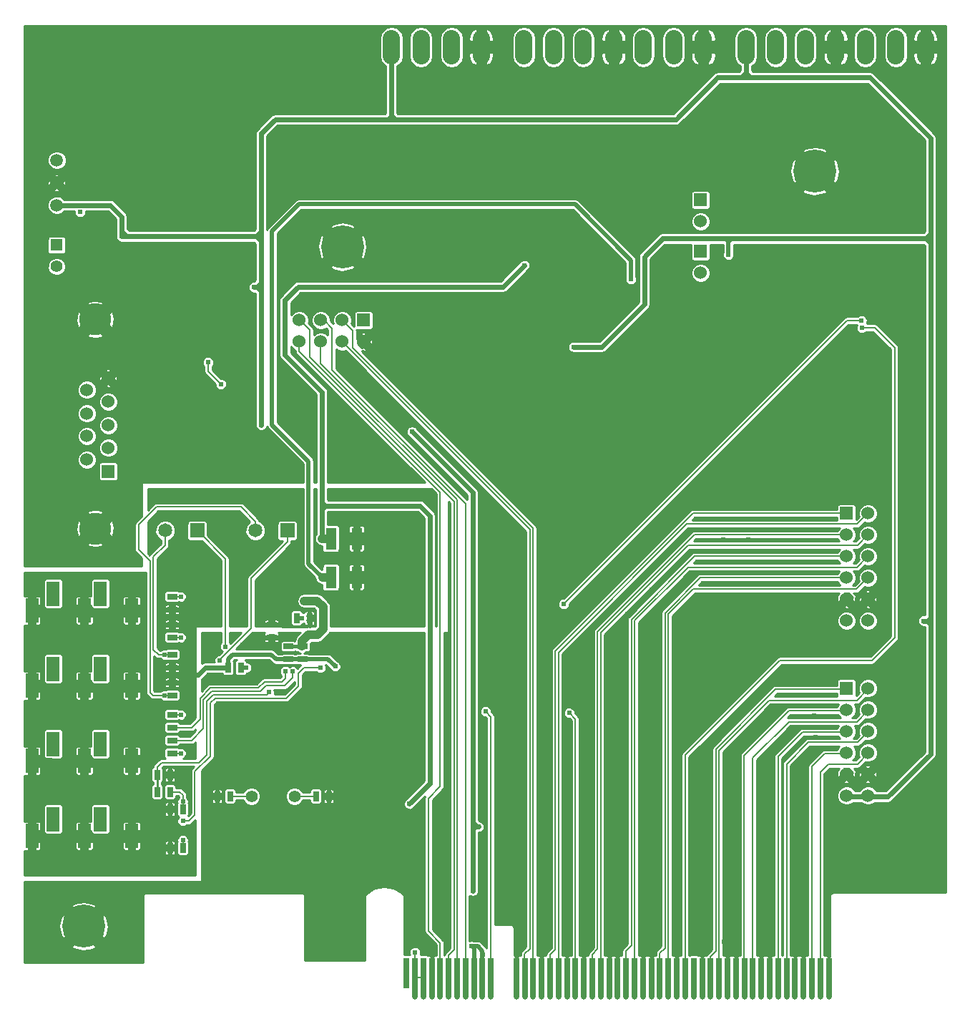
<source format=gbl>
G04 (created by PCBNEW (2013-07-07 BZR 4022)-stable) date 16-12-2015 04:21:19 PM*
%MOIN*%
G04 Gerber Fmt 3.4, Leading zero omitted, Abs format*
%FSLAX34Y34*%
G01*
G70*
G90*
G04 APERTURE LIST*
%ADD10C,0.00590551*%
%ADD11C,0.2*%
%ADD12R,0.0256X0.1417*%
%ADD13R,0.0256X0.1811*%
%ADD14O,0.0256X0.0256*%
%ADD15R,0.045X0.025*%
%ADD16R,0.025X0.045*%
%ADD17C,0.056*%
%ADD18R,0.05X0.1*%
%ADD19R,0.065X0.065*%
%ADD20C,0.065*%
%ADD21R,0.0590551X0.112205*%
%ADD22R,0.06X0.06*%
%ADD23C,0.06*%
%ADD24C,0.15*%
%ADD25O,0.08X0.16*%
%ADD26R,0.055X0.055*%
%ADD27C,0.055*%
%ADD28C,0.0590551*%
%ADD29C,0.024*%
%ADD30C,0.008*%
%ADD31C,0.024*%
%ADD32C,0.012*%
%ADD33C,0.02*%
%ADD34C,0.04*%
%ADD35C,0.01*%
%ADD36C,0.016*%
%ADD37C,0.009*%
G04 APERTURE END LIST*
G54D10*
G54D11*
X71724Y-19556D03*
G54D12*
X52696Y-56918D03*
G54D13*
X53090Y-57115D03*
X53483Y-57115D03*
X53877Y-57115D03*
X54271Y-57115D03*
X54664Y-57115D03*
X55058Y-57115D03*
X55452Y-57115D03*
X55845Y-57115D03*
X56239Y-57115D03*
X56633Y-57115D03*
X58601Y-57115D03*
X58995Y-57115D03*
X59389Y-57115D03*
X59782Y-57115D03*
X60176Y-57115D03*
X57814Y-57115D03*
X58208Y-57115D03*
G54D14*
X53877Y-58021D03*
X54271Y-58021D03*
X54664Y-58021D03*
X55058Y-58021D03*
X55452Y-58021D03*
X55845Y-58021D03*
X56239Y-58021D03*
X58601Y-58021D03*
X58995Y-58021D03*
X53483Y-58021D03*
X58208Y-58021D03*
X59389Y-58021D03*
X56633Y-58021D03*
X57814Y-58021D03*
X59782Y-58021D03*
X60176Y-58021D03*
X53090Y-58021D03*
G54D13*
X60570Y-57115D03*
X60963Y-57115D03*
X61357Y-57115D03*
X61751Y-57115D03*
X62144Y-57115D03*
X62538Y-57115D03*
X62932Y-57115D03*
X63326Y-57115D03*
X63719Y-57115D03*
X64113Y-57115D03*
X64507Y-57115D03*
X64900Y-57115D03*
X65294Y-57115D03*
X65688Y-57115D03*
X66081Y-57115D03*
X66475Y-57115D03*
X66869Y-57115D03*
X67263Y-57115D03*
X67656Y-57115D03*
X68050Y-57115D03*
X68444Y-57115D03*
X68837Y-57115D03*
X69231Y-57115D03*
X69625Y-57115D03*
X70018Y-57115D03*
X70412Y-57115D03*
X70806Y-57115D03*
X71200Y-57115D03*
X71593Y-57115D03*
X71987Y-57115D03*
X72381Y-57115D03*
G54D14*
X60570Y-58021D03*
X60963Y-58021D03*
X61357Y-58021D03*
X61751Y-58021D03*
X62144Y-58021D03*
X62538Y-58021D03*
X62932Y-58021D03*
X63326Y-58021D03*
X63719Y-58021D03*
X64113Y-58021D03*
X64507Y-58021D03*
X64900Y-58021D03*
X65294Y-58021D03*
X65688Y-58021D03*
X66081Y-58021D03*
X66475Y-58021D03*
X66869Y-58021D03*
X67263Y-58021D03*
X67656Y-58021D03*
X68050Y-58021D03*
X68444Y-58021D03*
X68837Y-58021D03*
X69231Y-58021D03*
X69625Y-58021D03*
X70018Y-58021D03*
X70412Y-58021D03*
X70806Y-58021D03*
X71200Y-58021D03*
X71593Y-58021D03*
X71987Y-58021D03*
X72381Y-58021D03*
G54D11*
X49715Y-23085D03*
X37656Y-54733D03*
G54D15*
X41775Y-39375D03*
X41775Y-39975D03*
G54D16*
X44980Y-42685D03*
X44380Y-42685D03*
G54D15*
X41775Y-43975D03*
X41775Y-43375D03*
X41775Y-42075D03*
X41775Y-42675D03*
X41775Y-41275D03*
X41775Y-40675D03*
G54D16*
X44475Y-48675D03*
X43875Y-48675D03*
X42275Y-51075D03*
X41675Y-51075D03*
X41675Y-48475D03*
X41075Y-48475D03*
X41675Y-49275D03*
X42275Y-49275D03*
X41675Y-47675D03*
X41075Y-47675D03*
G54D15*
X41775Y-44875D03*
X41775Y-45475D03*
X41775Y-46675D03*
X41775Y-46075D03*
X47190Y-41691D03*
X47190Y-42291D03*
X47844Y-41692D03*
X47844Y-42292D03*
X46408Y-41275D03*
X46408Y-40675D03*
G54D16*
X47575Y-40375D03*
X48175Y-40375D03*
X48475Y-48675D03*
X49075Y-48675D03*
G54D17*
X47475Y-48675D03*
X45475Y-48675D03*
G54D18*
X49175Y-36675D03*
X50375Y-36675D03*
X49175Y-38475D03*
X50375Y-38475D03*
G54D19*
X42950Y-36300D03*
G54D20*
X41450Y-36300D03*
G54D19*
X47150Y-36300D03*
G54D20*
X45650Y-36300D03*
G54D21*
X35247Y-50529D03*
X36231Y-49741D03*
X37688Y-50529D03*
X38436Y-49741D03*
X39893Y-50529D03*
X35247Y-47029D03*
X36231Y-46241D03*
X37688Y-47029D03*
X38436Y-46241D03*
X39893Y-47029D03*
X35247Y-43529D03*
X36231Y-42741D03*
X37688Y-43529D03*
X38436Y-42741D03*
X39893Y-43529D03*
X35247Y-40029D03*
X36231Y-39241D03*
X37688Y-40029D03*
X38436Y-39241D03*
X39893Y-40029D03*
G54D22*
X73200Y-35500D03*
G54D23*
X74200Y-35500D03*
X73200Y-36500D03*
X74200Y-36500D03*
X73200Y-37500D03*
X74200Y-37500D03*
X73200Y-38500D03*
X74200Y-38500D03*
X73200Y-39500D03*
X74200Y-39500D03*
X73200Y-40500D03*
X74200Y-40500D03*
G54D22*
X73200Y-43650D03*
G54D23*
X74200Y-43650D03*
X73200Y-44650D03*
X74200Y-44650D03*
X73200Y-45650D03*
X74200Y-45650D03*
X73200Y-46650D03*
X74200Y-46650D03*
X73200Y-47650D03*
X74200Y-47650D03*
X73200Y-48650D03*
X74200Y-48650D03*
G54D24*
X38193Y-26468D03*
X38193Y-36203D03*
G54D22*
X38800Y-33550D03*
G54D23*
X38800Y-32450D03*
X38800Y-31400D03*
X38800Y-30300D03*
X38800Y-29200D03*
X37800Y-33000D03*
X37800Y-31900D03*
X37800Y-30850D03*
X37800Y-29750D03*
G54D25*
X63730Y-13779D03*
X62350Y-13779D03*
X66530Y-13779D03*
X65150Y-13779D03*
X76880Y-13779D03*
X75500Y-13779D03*
X74080Y-13779D03*
X72700Y-13779D03*
X53380Y-13779D03*
X52000Y-13779D03*
X56180Y-13779D03*
X54800Y-13779D03*
G54D22*
X50700Y-26500D03*
G54D23*
X50700Y-27500D03*
X49700Y-26500D03*
X49700Y-27500D03*
X48700Y-26500D03*
X48700Y-27500D03*
X47700Y-26500D03*
X47700Y-27500D03*
G54D22*
X66400Y-23300D03*
G54D23*
X66400Y-24300D03*
G54D22*
X66400Y-20900D03*
G54D23*
X66400Y-21900D03*
G54D26*
X36400Y-23000D03*
G54D27*
X36400Y-24000D03*
G54D25*
X60930Y-13779D03*
X59550Y-13779D03*
X58170Y-13779D03*
X71280Y-13779D03*
X69900Y-13779D03*
X68520Y-13779D03*
G54D28*
X36400Y-20100D03*
X36400Y-19050D03*
X36400Y-21150D03*
G54D29*
X53100Y-55950D03*
X53406Y-35969D03*
X52848Y-35963D03*
X49350Y-34650D03*
X50876Y-34636D03*
X52409Y-34657D03*
X53389Y-34664D03*
X52024Y-35987D03*
X51023Y-35931D03*
X49212Y-35650D03*
X49779Y-35618D03*
X50634Y-35676D03*
X52878Y-40222D03*
X52920Y-38437D03*
X52892Y-39088D03*
X52836Y-39634D03*
X50670Y-40510D03*
X51712Y-40516D03*
X51196Y-40526D03*
X52038Y-40271D03*
X52059Y-39613D03*
X48176Y-40721D03*
X38865Y-40335D03*
X38365Y-50675D03*
X39105Y-46235D03*
X49375Y-42630D03*
X42163Y-43019D03*
X48875Y-37575D03*
X49775Y-37575D03*
X50375Y-37575D03*
X47839Y-41450D03*
X47932Y-39575D03*
X46294Y-43834D03*
X42804Y-29373D03*
X43096Y-27922D03*
X43335Y-29271D03*
X45396Y-32060D03*
X41439Y-28137D03*
X40977Y-28418D03*
X40464Y-28400D03*
X40466Y-29090D03*
X39700Y-29540D03*
X40070Y-30840D03*
X40100Y-31980D03*
X40070Y-32660D03*
X40320Y-33650D03*
X44230Y-33620D03*
X46760Y-33690D03*
X49480Y-33610D03*
X50420Y-33660D03*
X51410Y-33700D03*
X51080Y-32310D03*
X49730Y-32310D03*
X49720Y-31380D03*
X47840Y-31350D03*
X47930Y-32210D03*
X46550Y-32410D03*
X44052Y-31902D03*
X75200Y-22019D03*
X67491Y-55467D03*
X66881Y-55464D03*
X60144Y-56028D03*
X71748Y-43938D03*
X71745Y-45923D03*
X71706Y-44934D03*
X68656Y-35749D03*
X68635Y-36722D03*
X67445Y-36729D03*
X67431Y-37758D03*
X66836Y-37737D03*
X66704Y-55742D03*
X68067Y-55175D03*
X58865Y-55697D03*
X67811Y-55485D03*
X65264Y-55899D03*
X59412Y-55636D03*
X62889Y-55200D03*
X62915Y-54185D03*
X62811Y-50134D03*
X62850Y-47130D03*
X62870Y-41730D03*
X62982Y-40199D03*
X64116Y-39047D03*
X65253Y-37953D03*
X64169Y-46543D03*
X64161Y-45247D03*
X65705Y-38556D03*
X66839Y-38268D03*
X66857Y-38759D03*
X67851Y-38790D03*
X69503Y-38763D03*
X64161Y-55440D03*
X65317Y-39060D03*
X65471Y-41195D03*
X68425Y-41209D03*
X69450Y-47020D03*
X69524Y-39830D03*
X72000Y-39850D03*
X72350Y-42780D03*
X71745Y-43269D03*
X71698Y-46628D03*
X56201Y-48110D03*
X56993Y-48560D03*
X57113Y-50225D03*
X57134Y-52192D03*
X58198Y-52171D03*
X58093Y-54761D03*
X61043Y-55917D03*
X61313Y-55715D03*
X69291Y-55287D03*
X72288Y-55476D03*
X70968Y-55514D03*
X70712Y-55860D03*
X72369Y-55980D03*
X69093Y-55598D03*
X65385Y-55566D03*
X64332Y-55755D03*
X62811Y-55575D03*
X61979Y-55697D03*
X58046Y-55773D03*
X53862Y-55971D03*
X69966Y-23802D03*
X69507Y-21843D03*
X69948Y-22334D03*
X45045Y-41622D03*
X44565Y-41424D03*
X67286Y-30822D03*
X67164Y-32114D03*
X67276Y-34822D03*
X68973Y-20094D03*
X69381Y-18797D03*
X68175Y-19977D03*
X67797Y-18797D03*
X67074Y-21644D03*
X67564Y-21259D03*
X67305Y-20692D03*
X54684Y-55220D03*
X54678Y-49192D03*
X54522Y-50508D03*
X64778Y-23524D03*
X74601Y-31386D03*
X73810Y-27990D03*
X60102Y-25648D03*
X68070Y-23790D03*
X63094Y-21618D03*
X67263Y-33419D03*
X76683Y-27639D03*
X72504Y-26517D03*
X37506Y-20752D03*
X40198Y-23653D03*
X38963Y-23833D03*
X46085Y-44522D03*
X44019Y-43294D03*
X44820Y-46075D03*
X44250Y-44350D03*
X43592Y-41965D03*
X49075Y-45283D03*
X49530Y-45717D03*
X49810Y-46404D03*
X50891Y-49066D03*
X50134Y-47385D03*
X49720Y-44075D03*
X50175Y-45221D03*
X48060Y-44707D03*
X47484Y-44163D03*
X46675Y-44514D03*
X46881Y-43785D03*
X44820Y-46775D03*
X56385Y-44730D03*
X73905Y-26523D03*
X60025Y-39725D03*
X60282Y-44798D03*
X73914Y-26859D03*
X58200Y-23940D03*
X52830Y-49032D03*
X48763Y-36675D03*
X56250Y-56050D03*
X55740Y-55662D03*
X55785Y-53082D03*
X56070Y-50098D03*
X67704Y-23448D03*
X60483Y-27747D03*
X37490Y-21461D03*
X45936Y-31383D03*
X52955Y-31696D03*
X76788Y-40503D03*
X45585Y-24966D03*
X39418Y-22600D03*
X63156Y-24588D03*
X48775Y-38475D03*
X43452Y-28461D03*
X44046Y-29487D03*
X42175Y-46675D03*
X42175Y-44875D03*
X47820Y-40375D03*
X41430Y-42075D03*
X44005Y-42343D03*
X47059Y-42853D03*
X42275Y-50730D03*
X48681Y-42682D03*
X42275Y-49830D03*
X42275Y-48929D03*
X45221Y-42683D03*
X47394Y-42867D03*
X41431Y-43975D03*
X42175Y-41275D03*
X42175Y-39375D03*
X44263Y-41703D03*
G54D30*
X53090Y-57115D02*
X53090Y-55959D01*
X53090Y-55959D02*
X53100Y-55950D01*
X53483Y-57115D02*
X53090Y-57115D01*
X53090Y-57115D02*
X53090Y-58021D01*
X53483Y-57115D02*
X53483Y-58021D01*
G54D31*
X53400Y-35963D02*
X53406Y-35969D01*
X52848Y-35963D02*
X53400Y-35963D01*
G54D32*
X50862Y-34650D02*
X49350Y-34650D01*
X50876Y-34636D02*
X50862Y-34650D01*
X53382Y-34657D02*
X52409Y-34657D01*
X53389Y-34664D02*
X53382Y-34657D01*
G54D31*
X51023Y-35931D02*
X50889Y-35931D01*
X52024Y-35987D02*
X51968Y-35931D01*
X51968Y-35931D02*
X51023Y-35931D01*
X49747Y-35650D02*
X49212Y-35650D01*
X49779Y-35618D02*
X49747Y-35650D01*
X50889Y-35931D02*
X50634Y-35676D01*
X52059Y-39613D02*
X52815Y-39613D01*
X52920Y-39060D02*
X52920Y-38437D01*
X52892Y-39088D02*
X52920Y-39060D01*
X52815Y-39613D02*
X52836Y-39634D01*
X50670Y-40510D02*
X51180Y-40510D01*
X51180Y-40510D02*
X51196Y-40526D01*
G54D32*
X46408Y-40675D02*
X46782Y-40675D01*
X48096Y-40801D02*
X48176Y-40721D01*
X46908Y-40801D02*
X48096Y-40801D01*
X46782Y-40675D02*
X46908Y-40801D01*
G54D30*
X35247Y-40029D02*
X35393Y-40175D01*
X35393Y-40175D02*
X36245Y-40175D01*
X36245Y-40175D02*
X37155Y-41085D01*
X37155Y-41085D02*
X38115Y-41085D01*
X38115Y-41085D02*
X38865Y-40335D01*
X38365Y-50675D02*
X38365Y-51248D01*
X35247Y-51227D02*
X35505Y-51485D01*
X35505Y-51485D02*
X37575Y-51485D01*
X37575Y-51485D02*
X37555Y-51485D01*
X35247Y-50229D02*
X35247Y-51227D01*
X38128Y-51485D02*
X37555Y-51485D01*
X38365Y-51248D02*
X38128Y-51485D01*
X36173Y-46929D02*
X37005Y-47761D01*
X37005Y-47761D02*
X38454Y-47761D01*
X38454Y-47761D02*
X39105Y-47110D01*
X39105Y-46235D02*
X39105Y-47110D01*
X36173Y-46929D02*
X35247Y-46929D01*
G54D31*
X48175Y-40720D02*
X48175Y-40375D01*
X44380Y-42685D02*
X43323Y-42685D01*
X43323Y-42685D02*
X42989Y-43019D01*
G54D33*
X47844Y-42292D02*
X49037Y-42292D01*
X49037Y-42292D02*
X49375Y-42630D01*
X47190Y-42291D02*
X46615Y-42291D01*
X44380Y-42298D02*
X44380Y-42685D01*
X44599Y-42079D02*
X44380Y-42298D01*
X46403Y-42079D02*
X44599Y-42079D01*
X46615Y-42291D02*
X46403Y-42079D01*
X47844Y-42292D02*
X47191Y-42292D01*
X47191Y-42292D02*
X47190Y-42291D01*
G54D31*
X42989Y-43019D02*
X42163Y-43019D01*
G54D34*
X50375Y-37575D02*
X49775Y-37575D01*
X47932Y-39575D02*
X48538Y-39575D01*
X48134Y-41153D02*
X47838Y-41449D01*
X48562Y-41153D02*
X48134Y-41153D01*
X48821Y-40894D02*
X48562Y-41153D01*
X48821Y-39858D02*
X48821Y-40894D01*
X48538Y-39575D02*
X48821Y-39858D01*
G54D35*
X47839Y-41450D02*
X47838Y-41450D01*
X47838Y-41450D02*
X47838Y-41449D01*
G54D34*
X47838Y-41449D02*
X47838Y-41686D01*
G54D36*
X47844Y-41692D02*
X47191Y-41692D01*
G54D30*
X46294Y-43834D02*
X46182Y-43946D01*
X46182Y-43946D02*
X43700Y-43946D01*
X43700Y-43946D02*
X43395Y-44250D01*
X41075Y-47318D02*
X41075Y-47675D01*
X41283Y-47110D02*
X41075Y-47318D01*
X43033Y-47110D02*
X41283Y-47110D01*
X43395Y-46747D02*
X43033Y-47110D01*
X43395Y-44250D02*
X43395Y-46747D01*
G54D35*
X41075Y-47675D02*
X41075Y-48475D01*
X43335Y-29271D02*
X42906Y-29271D01*
X42906Y-29271D02*
X42804Y-29373D01*
X43096Y-27922D02*
X43096Y-29032D01*
X43096Y-29032D02*
X43335Y-29271D01*
X45396Y-32060D02*
X46200Y-32060D01*
X40482Y-28418D02*
X40977Y-28418D01*
X40464Y-28400D02*
X40482Y-28418D01*
X40150Y-29090D02*
X40466Y-29090D01*
X39700Y-29540D02*
X40150Y-29090D01*
X40070Y-31950D02*
X40070Y-30840D01*
X40100Y-31980D02*
X40070Y-31950D01*
X40070Y-33400D02*
X40070Y-32660D01*
X40320Y-33650D02*
X40070Y-33400D01*
X46690Y-33620D02*
X44230Y-33620D01*
X46760Y-33690D02*
X46690Y-33620D01*
X50370Y-33610D02*
X49480Y-33610D01*
X50420Y-33660D02*
X50370Y-33610D01*
X51410Y-32640D02*
X51410Y-33700D01*
X51080Y-32310D02*
X51410Y-32640D01*
X49730Y-31390D02*
X49730Y-32310D01*
X49720Y-31380D02*
X49730Y-31390D01*
X47840Y-32120D02*
X47840Y-31350D01*
X47930Y-32210D02*
X47840Y-32120D01*
X46200Y-32060D02*
X46550Y-32410D01*
G54D30*
X53877Y-57115D02*
X53877Y-58021D01*
X57814Y-57115D02*
X57814Y-58021D01*
X58995Y-57115D02*
X58995Y-58021D01*
X60176Y-57115D02*
X60176Y-58021D01*
X60176Y-58021D02*
X60176Y-58021D01*
X60963Y-57115D02*
X60963Y-58021D01*
X62144Y-57115D02*
X62144Y-58021D01*
X62538Y-57115D02*
X62538Y-58021D01*
X63719Y-57115D02*
X63719Y-58021D01*
X64113Y-57115D02*
X64113Y-58021D01*
X65294Y-57115D02*
X65294Y-58021D01*
X66475Y-57115D02*
X66475Y-58021D01*
X67656Y-57115D02*
X67656Y-58021D01*
X68050Y-57115D02*
X68050Y-58021D01*
X69625Y-57115D02*
X69625Y-58021D01*
X69231Y-57115D02*
X69231Y-58021D01*
X70806Y-57115D02*
X70806Y-58021D01*
X71200Y-57115D02*
X71200Y-58021D01*
X72381Y-57115D02*
X72381Y-58021D01*
X67452Y-36722D02*
X68635Y-36722D01*
X67445Y-36729D02*
X67452Y-36722D01*
X66857Y-37758D02*
X67431Y-37758D01*
X66836Y-37737D02*
X66857Y-37758D01*
X66471Y-55974D02*
X66704Y-55742D01*
X66471Y-55974D02*
X66471Y-57111D01*
X68046Y-55776D02*
X68067Y-55756D01*
X68067Y-55756D02*
X68067Y-55175D01*
X68046Y-55776D02*
X68046Y-57111D01*
X58865Y-55697D02*
X59351Y-55697D01*
X58991Y-55823D02*
X58865Y-55697D01*
X58991Y-57111D02*
X58991Y-55823D01*
X59351Y-55697D02*
X59412Y-55636D01*
X67652Y-57111D02*
X67652Y-55643D01*
X67652Y-55643D02*
X67811Y-55485D01*
X65290Y-57111D02*
X65290Y-55925D01*
X65290Y-55925D02*
X65264Y-55899D01*
X59412Y-55636D02*
X59414Y-55636D01*
X57810Y-57111D02*
X57810Y-58017D01*
X53873Y-58017D02*
X53873Y-57111D01*
X62889Y-54211D02*
X62889Y-55200D01*
X62915Y-54185D02*
X62889Y-54211D01*
X62811Y-47169D02*
X62811Y-50134D01*
X62850Y-47130D02*
X62811Y-47169D01*
X62870Y-40311D02*
X62870Y-41730D01*
X62982Y-40199D02*
X62870Y-40311D01*
X64159Y-39047D02*
X64116Y-39047D01*
X65253Y-37953D02*
X64159Y-39047D01*
G54D37*
X64161Y-44380D02*
X64161Y-45247D01*
X64169Y-46543D02*
X64161Y-46543D01*
X66839Y-38268D02*
X65993Y-38268D01*
X65993Y-38268D02*
X65705Y-38556D01*
X66839Y-38268D02*
X66839Y-38264D01*
X66870Y-38772D02*
X66893Y-38772D01*
X66857Y-38759D02*
X66870Y-38772D01*
X69476Y-38790D02*
X67851Y-38790D01*
X69503Y-38763D02*
X69476Y-38790D01*
X64161Y-55440D02*
X64161Y-46543D01*
X64161Y-44380D02*
X64161Y-40223D01*
X64161Y-40223D02*
X65317Y-39067D01*
X65317Y-39067D02*
X65317Y-39060D01*
X65471Y-41195D02*
X65485Y-41209D01*
X65485Y-41209D02*
X68425Y-41209D01*
X64161Y-55440D02*
X64161Y-55584D01*
G54D30*
X63715Y-55885D02*
X64161Y-55440D01*
X63715Y-57111D02*
X63715Y-55885D01*
G54D37*
X64161Y-55584D02*
X64332Y-55755D01*
X69291Y-55287D02*
X69291Y-47179D01*
X69291Y-47179D02*
X69450Y-47020D01*
X70968Y-47358D02*
X71698Y-46628D01*
X69524Y-39830D02*
X69664Y-39690D01*
X69664Y-39690D02*
X72000Y-39850D01*
X70968Y-47358D02*
X70968Y-55514D01*
X72234Y-42780D02*
X72350Y-42780D01*
X71745Y-43269D02*
X72234Y-42780D01*
X58046Y-55773D02*
X58046Y-54808D01*
X56993Y-50105D02*
X56993Y-48560D01*
X57113Y-50225D02*
X56993Y-50105D01*
X58177Y-52192D02*
X57134Y-52192D01*
X58198Y-52171D02*
X58177Y-52192D01*
X58046Y-54808D02*
X58093Y-54761D01*
G54D30*
X60959Y-56000D02*
X61043Y-55917D01*
X60959Y-56000D02*
X60959Y-57111D01*
X62811Y-55575D02*
X62101Y-55575D01*
X62101Y-55575D02*
X61979Y-55697D01*
X69621Y-57111D02*
X69621Y-55617D01*
X69621Y-55617D02*
X69291Y-55287D01*
X71196Y-55742D02*
X70968Y-55514D01*
X71196Y-55742D02*
X71196Y-57111D01*
X70802Y-55950D02*
X70712Y-55860D01*
X70802Y-55950D02*
X70802Y-57111D01*
X72377Y-57111D02*
X72377Y-55988D01*
X72377Y-55988D02*
X72369Y-55980D01*
X69227Y-57111D02*
X69227Y-55732D01*
X69227Y-55732D02*
X69093Y-55598D01*
X64109Y-55977D02*
X64332Y-55755D01*
X64109Y-55977D02*
X64109Y-57111D01*
X62534Y-55851D02*
X62811Y-55575D01*
X62534Y-55851D02*
X62534Y-57111D01*
X62140Y-57111D02*
X62140Y-55858D01*
X62140Y-55858D02*
X61979Y-55697D01*
X60172Y-57111D02*
X60172Y-56056D01*
X60172Y-56056D02*
X60144Y-56028D01*
X60172Y-56056D02*
X60144Y-56028D01*
X57810Y-56008D02*
X58046Y-55773D01*
X57810Y-56008D02*
X57810Y-57111D01*
X53873Y-57111D02*
X53873Y-55982D01*
X53873Y-55982D02*
X53862Y-55971D01*
X53873Y-55982D02*
X53862Y-55971D01*
X69507Y-21893D02*
X69507Y-21843D01*
X69948Y-22334D02*
X69507Y-21893D01*
G54D33*
X46408Y-41275D02*
X45392Y-41275D01*
X45392Y-41275D02*
X45045Y-41622D01*
G54D30*
X68973Y-20094D02*
X68226Y-20094D01*
X69381Y-19686D02*
X68973Y-20094D01*
X69381Y-18797D02*
X69381Y-19686D01*
X68175Y-20043D02*
X68175Y-19977D01*
X68226Y-20094D02*
X68175Y-20043D01*
X67797Y-18797D02*
X67797Y-20200D01*
X67179Y-21644D02*
X67074Y-21644D01*
X67564Y-21259D02*
X67179Y-21644D01*
X67797Y-20200D02*
X67305Y-20692D01*
G54D37*
X54522Y-51363D02*
X54522Y-55058D01*
X54522Y-55058D02*
X54684Y-55220D01*
G54D32*
X54522Y-50508D02*
X54522Y-49348D01*
X54522Y-49348D02*
X54678Y-49192D01*
X54522Y-50508D02*
X54522Y-51363D01*
X54522Y-51363D02*
X54522Y-51462D01*
G54D33*
X74601Y-31386D02*
X74601Y-28781D01*
X74601Y-28781D02*
X73810Y-27990D01*
G54D30*
X49530Y-45717D02*
X49509Y-45717D01*
X49810Y-45997D02*
X49530Y-45717D01*
X50121Y-47385D02*
X49810Y-47074D01*
X49810Y-47074D02*
X49810Y-46404D01*
X50134Y-47385D02*
X50121Y-47385D01*
X49810Y-46404D02*
X49810Y-45997D01*
X49509Y-45717D02*
X49075Y-45283D01*
X50891Y-49066D02*
X50891Y-47844D01*
X50891Y-47844D02*
X50432Y-47385D01*
X50432Y-47385D02*
X50134Y-47385D01*
G54D37*
X49898Y-44075D02*
X50175Y-44352D01*
X50175Y-44352D02*
X50175Y-45221D01*
X49720Y-44075D02*
X49898Y-44075D01*
X47516Y-44163D02*
X47484Y-44163D01*
X48060Y-44707D02*
X47516Y-44163D01*
X47133Y-44514D02*
X47484Y-44163D01*
X46675Y-44514D02*
X47133Y-44514D01*
G54D30*
X71987Y-57115D02*
X71987Y-58021D01*
X71983Y-49007D02*
X71983Y-47552D01*
X73710Y-47190D02*
X74200Y-46700D01*
X72346Y-47190D02*
X73710Y-47190D01*
X71983Y-47552D02*
X72346Y-47190D01*
X71983Y-49007D02*
X71983Y-57111D01*
X71593Y-57115D02*
X71593Y-58021D01*
X71589Y-49010D02*
X71589Y-47294D01*
X72184Y-46700D02*
X73200Y-46700D01*
X71589Y-47294D02*
X72184Y-46700D01*
X71589Y-57111D02*
X71589Y-49010D01*
X58601Y-57115D02*
X58601Y-58021D01*
X58597Y-36459D02*
X58597Y-36199D01*
X50189Y-26989D02*
X49700Y-26500D01*
X50189Y-27791D02*
X50189Y-26989D01*
X58597Y-36199D02*
X50189Y-27791D01*
X58597Y-57111D02*
X58597Y-36459D01*
X70412Y-57115D02*
X70412Y-58021D01*
X70408Y-48650D02*
X70408Y-47184D01*
X73733Y-46167D02*
X74200Y-45700D01*
X71426Y-46167D02*
X73733Y-46167D01*
X70408Y-47184D02*
X71426Y-46167D01*
X70408Y-49385D02*
X70408Y-48650D01*
X70408Y-49350D02*
X70408Y-49385D01*
X70408Y-49350D02*
X70408Y-57111D01*
X70018Y-57115D02*
X70018Y-58021D01*
X70014Y-49199D02*
X70014Y-46829D01*
X71144Y-45700D02*
X73200Y-45700D01*
X70014Y-46829D02*
X71144Y-45700D01*
X70014Y-49199D02*
X70014Y-57111D01*
X58208Y-57115D02*
X58208Y-58021D01*
X58204Y-57111D02*
X58204Y-58017D01*
X58457Y-36390D02*
X58457Y-36257D01*
X58457Y-36257D02*
X49700Y-27500D01*
X58204Y-57111D02*
X58204Y-56031D01*
X58457Y-55779D02*
X58457Y-36390D01*
X58204Y-56031D02*
X58457Y-55779D01*
X68837Y-57115D02*
X68837Y-58021D01*
X68833Y-49680D02*
X68833Y-46898D01*
X73697Y-45203D02*
X74200Y-44700D01*
X70529Y-45203D02*
X73697Y-45203D01*
X68833Y-46898D02*
X70529Y-45203D01*
X68833Y-49952D02*
X68833Y-49680D01*
X68833Y-49952D02*
X68833Y-57111D01*
X68444Y-57115D02*
X68444Y-58021D01*
X68440Y-50400D02*
X68440Y-46774D01*
X70515Y-44700D02*
X73200Y-44700D01*
X68440Y-46774D02*
X70515Y-44700D01*
X68440Y-50827D02*
X68440Y-50400D01*
X68440Y-50827D02*
X68440Y-57111D01*
X55452Y-57115D02*
X55452Y-58021D01*
X48700Y-26500D02*
X48851Y-26500D01*
X49220Y-28820D02*
X49314Y-28914D01*
X49220Y-26869D02*
X49220Y-28820D01*
X48851Y-26500D02*
X49220Y-26869D01*
X55448Y-35048D02*
X55448Y-57111D01*
X49314Y-28914D02*
X55448Y-35048D01*
X67263Y-57115D02*
X67263Y-58021D01*
X67259Y-50995D02*
X67259Y-46537D01*
X73696Y-44204D02*
X74200Y-43700D01*
X69593Y-44204D02*
X73696Y-44204D01*
X67259Y-46537D02*
X69593Y-44204D01*
X67259Y-57111D02*
X67259Y-50995D01*
X66869Y-57115D02*
X66869Y-58021D01*
X70335Y-43700D02*
X69899Y-43700D01*
X66865Y-56137D02*
X66865Y-57111D01*
X67119Y-55883D02*
X66865Y-56137D01*
X67119Y-46479D02*
X67119Y-55883D01*
X69899Y-43700D02*
X67119Y-46479D01*
X70335Y-43700D02*
X73200Y-43700D01*
X55058Y-57115D02*
X55058Y-58021D01*
X48700Y-27500D02*
X48700Y-28512D01*
X48763Y-28574D02*
X48763Y-28575D01*
X48762Y-28574D02*
X48763Y-28574D01*
X48700Y-28512D02*
X48762Y-28574D01*
X55054Y-57111D02*
X55054Y-34866D01*
X55054Y-34866D02*
X48763Y-28575D01*
X48763Y-28575D02*
X48700Y-28512D01*
X64900Y-57115D02*
X64900Y-58021D01*
X64896Y-41390D02*
X64896Y-40193D01*
X73673Y-39027D02*
X74200Y-38500D01*
X66063Y-39027D02*
X73673Y-39027D01*
X64896Y-40193D02*
X66063Y-39027D01*
X64896Y-41064D02*
X64896Y-41390D01*
X64896Y-41390D02*
X64896Y-57111D01*
X64507Y-57115D02*
X64507Y-58021D01*
X67074Y-38500D02*
X66392Y-38500D01*
X64503Y-56000D02*
X64503Y-57111D01*
X64756Y-55747D02*
X64503Y-56000D01*
X64756Y-40135D02*
X64756Y-55747D01*
X66392Y-38500D02*
X64756Y-40135D01*
X67074Y-38500D02*
X73200Y-38500D01*
X54664Y-57115D02*
X54664Y-58021D01*
X47700Y-26500D02*
X47730Y-26500D01*
X47730Y-26500D02*
X48195Y-26965D01*
X54660Y-57111D02*
X54660Y-56085D01*
X54557Y-34581D02*
X54557Y-34581D01*
X54914Y-34938D02*
X54557Y-34581D01*
X54914Y-55831D02*
X54914Y-34938D01*
X54660Y-56085D02*
X54914Y-55831D01*
X48195Y-28219D02*
X54557Y-34581D01*
X48195Y-26965D02*
X48195Y-28219D01*
X63326Y-57115D02*
X63326Y-58021D01*
X63322Y-42420D02*
X63322Y-40496D01*
X73697Y-38003D02*
X74200Y-37500D01*
X65815Y-38003D02*
X73697Y-38003D01*
X63322Y-40496D02*
X65815Y-38003D01*
X63322Y-42420D02*
X63322Y-57111D01*
X74200Y-37500D02*
X74200Y-37414D01*
X62932Y-57115D02*
X62932Y-58021D01*
X63182Y-54789D02*
X63182Y-55626D01*
X62928Y-55880D02*
X62928Y-57111D01*
X63182Y-55626D02*
X62928Y-55880D01*
X67040Y-37500D02*
X66121Y-37500D01*
X66121Y-37500D02*
X63182Y-40438D01*
X63182Y-40438D02*
X63182Y-54789D01*
X67040Y-37500D02*
X73200Y-37500D01*
X54271Y-57115D02*
X54271Y-58021D01*
X47700Y-27500D02*
X47700Y-27936D01*
X54267Y-34503D02*
X47700Y-27936D01*
X54267Y-47544D02*
X54267Y-34503D01*
X54267Y-55505D02*
X54267Y-57111D01*
X54267Y-48226D02*
X53720Y-48774D01*
X53720Y-48774D02*
X53720Y-54958D01*
X53720Y-54958D02*
X54267Y-55505D01*
X54267Y-47544D02*
X54267Y-48226D01*
X61751Y-57115D02*
X61751Y-58021D01*
X61747Y-41589D02*
X61747Y-41065D01*
X65822Y-36990D02*
X66688Y-36990D01*
X61747Y-41065D02*
X65822Y-36990D01*
X61747Y-43511D02*
X61747Y-41589D01*
X73710Y-36990D02*
X74200Y-36500D01*
X66688Y-36990D02*
X73710Y-36990D01*
X61747Y-43511D02*
X61747Y-57111D01*
X61357Y-57115D02*
X61357Y-58021D01*
X61607Y-41506D02*
X61607Y-41007D01*
X66115Y-36500D02*
X66942Y-36500D01*
X61607Y-41007D02*
X66115Y-36500D01*
X61353Y-57111D02*
X61353Y-56042D01*
X66942Y-36500D02*
X73200Y-36500D01*
X61607Y-55788D02*
X61607Y-41506D01*
X61353Y-56042D02*
X61607Y-55788D01*
X59782Y-57115D02*
X59782Y-58021D01*
X59778Y-45234D02*
X59778Y-41971D01*
X73706Y-35994D02*
X74200Y-35500D01*
X65755Y-35994D02*
X73706Y-35994D01*
X59778Y-41971D02*
X65755Y-35994D01*
X59778Y-45234D02*
X59778Y-57111D01*
X59389Y-57115D02*
X59389Y-58021D01*
X59638Y-55476D02*
X59638Y-55813D01*
X59385Y-56066D02*
X59385Y-57111D01*
X59638Y-55813D02*
X59385Y-56066D01*
X59638Y-41913D02*
X59799Y-41752D01*
X59638Y-55476D02*
X59638Y-41913D01*
X66052Y-35500D02*
X73200Y-35500D01*
X59799Y-41752D02*
X66052Y-35500D01*
X56633Y-57115D02*
X56633Y-58021D01*
X56629Y-57111D02*
X56629Y-44974D01*
X56629Y-44974D02*
X56385Y-44730D01*
X60570Y-57115D02*
X60570Y-58021D01*
X60566Y-57111D02*
X60566Y-45082D01*
X73227Y-26523D02*
X73905Y-26523D01*
X60025Y-39725D02*
X73227Y-26523D01*
X60566Y-45082D02*
X60282Y-44798D01*
X65688Y-57115D02*
X65688Y-58021D01*
X65684Y-57111D02*
X65684Y-46765D01*
X73926Y-26847D02*
X73914Y-26859D01*
X74508Y-26847D02*
X73926Y-26847D01*
X75450Y-27789D02*
X74508Y-26847D01*
X75450Y-41300D02*
X75450Y-27789D01*
X74400Y-42350D02*
X75450Y-41300D01*
X70100Y-42350D02*
X74400Y-42350D01*
X65684Y-46765D02*
X70100Y-42350D01*
G54D31*
X47040Y-26300D02*
X47040Y-25560D01*
X57190Y-24950D02*
X58200Y-23940D01*
X47650Y-24950D02*
X57190Y-24950D01*
X47040Y-25560D02*
X47650Y-24950D01*
X48763Y-34118D02*
X48763Y-29856D01*
X47040Y-28133D02*
X47040Y-26300D01*
X48763Y-29856D02*
X47040Y-28133D01*
X48763Y-34862D02*
X48763Y-34973D01*
X48763Y-34973D02*
X48940Y-35150D01*
X49230Y-35150D02*
X48940Y-35150D01*
X48940Y-35150D02*
X48930Y-35150D01*
X48930Y-35150D02*
X48763Y-35317D01*
X48763Y-34118D02*
X48763Y-34862D01*
X48763Y-34862D02*
X48763Y-35317D01*
X48763Y-35317D02*
X48763Y-36675D01*
X49020Y-35150D02*
X49230Y-35150D01*
X49230Y-35150D02*
X53330Y-35150D01*
X48763Y-35407D02*
X48763Y-36675D01*
X53790Y-35610D02*
X53330Y-35150D01*
X53790Y-48072D02*
X53790Y-35610D01*
X52830Y-49032D02*
X53790Y-48072D01*
G54D34*
X48763Y-36675D02*
X49175Y-36675D01*
G54D30*
X56239Y-56054D02*
X56239Y-57115D01*
X56235Y-56050D02*
X56239Y-56054D01*
X56250Y-56050D02*
X56235Y-56050D01*
X56239Y-57115D02*
X56239Y-58021D01*
G54D31*
X60483Y-27747D02*
X61797Y-27747D01*
X61797Y-27747D02*
X63786Y-25758D01*
X64623Y-22700D02*
X65181Y-22700D01*
X63786Y-23537D02*
X64623Y-22700D01*
X63786Y-25758D02*
X63786Y-23537D01*
G54D30*
X55845Y-57115D02*
X55845Y-58021D01*
G54D31*
X68025Y-15200D02*
X68300Y-15200D01*
X68300Y-15200D02*
X68520Y-14980D01*
X69027Y-15200D02*
X68025Y-15200D01*
X68025Y-15200D02*
X67197Y-15200D01*
X67197Y-15200D02*
X65243Y-17154D01*
X68520Y-14980D02*
X68740Y-15200D01*
X68740Y-15200D02*
X69027Y-15200D01*
X74300Y-15200D02*
X77115Y-18015D01*
X69027Y-15200D02*
X74300Y-15200D01*
X52000Y-13779D02*
X52000Y-15800D01*
X52000Y-15800D02*
X52000Y-16972D01*
X68520Y-13779D02*
X68520Y-14980D01*
G54D33*
X55841Y-57111D02*
X55841Y-55763D01*
X55841Y-55763D02*
X55740Y-55662D01*
X56235Y-57111D02*
X56235Y-55881D01*
X55743Y-55659D02*
X55740Y-55662D01*
X56013Y-55659D02*
X55743Y-55659D01*
X56235Y-55881D02*
X56013Y-55659D01*
G54D31*
X55783Y-53080D02*
X55783Y-52838D01*
X55783Y-52838D02*
X55783Y-50233D01*
X55785Y-53082D02*
X55783Y-53080D01*
X55783Y-49896D02*
X55783Y-49897D01*
X55783Y-49897D02*
X55984Y-50098D01*
X56070Y-50098D02*
X55984Y-50098D01*
X55984Y-50098D02*
X55918Y-50098D01*
X55918Y-50098D02*
X55783Y-50233D01*
G54D33*
X67890Y-22700D02*
X67858Y-22700D01*
X67858Y-22700D02*
X67704Y-22854D01*
X67704Y-23448D02*
X67704Y-22854D01*
X67704Y-22854D02*
X67550Y-22700D01*
G54D31*
X77115Y-22467D02*
X77115Y-22477D01*
X77115Y-22477D02*
X76892Y-22700D01*
X65181Y-22700D02*
X67550Y-22700D01*
X67550Y-22700D02*
X67890Y-22700D01*
X67890Y-22700D02*
X76892Y-22700D01*
X76892Y-22700D02*
X77115Y-22923D01*
X45936Y-31383D02*
X45936Y-31388D01*
X55783Y-50233D02*
X55783Y-49896D01*
X55783Y-49896D02*
X55783Y-34524D01*
X55783Y-34524D02*
X52955Y-31696D01*
X51814Y-17154D02*
X51818Y-17154D01*
X51818Y-17154D02*
X52000Y-16972D01*
X52000Y-16972D02*
X52182Y-17154D01*
X53055Y-17154D02*
X52182Y-17154D01*
X65243Y-17154D02*
X53055Y-17154D01*
X52182Y-17154D02*
X51814Y-17154D01*
X77115Y-40299D02*
X77115Y-40359D01*
X77115Y-40359D02*
X76971Y-40503D01*
X76788Y-40503D02*
X76971Y-40503D01*
X76971Y-40503D02*
X77115Y-40647D01*
X77115Y-18015D02*
X77115Y-22467D01*
X77115Y-22467D02*
X77115Y-22751D01*
X77115Y-22751D02*
X77115Y-22923D01*
X77115Y-22923D02*
X77115Y-23109D01*
X77115Y-23109D02*
X77115Y-40299D01*
X77115Y-40299D02*
X77115Y-40647D01*
X75130Y-48700D02*
X73200Y-48700D01*
X77115Y-40647D02*
X77115Y-46715D01*
X77115Y-46715D02*
X75130Y-48700D01*
X45585Y-24966D02*
X45716Y-24966D01*
X45936Y-24756D02*
X45926Y-24756D01*
X45926Y-24756D02*
X45716Y-24966D01*
X45716Y-24966D02*
X45759Y-24966D01*
X45759Y-24966D02*
X45936Y-25143D01*
X45936Y-31383D02*
X45936Y-25143D01*
X45936Y-25143D02*
X45936Y-24756D01*
X51814Y-17154D02*
X47606Y-17154D01*
X39418Y-22344D02*
X39418Y-22351D01*
X39418Y-22351D02*
X39667Y-22600D01*
X36400Y-21150D02*
X38895Y-21150D01*
X39418Y-21673D02*
X39418Y-22344D01*
X39418Y-22344D02*
X39418Y-22600D01*
X38895Y-21150D02*
X39418Y-21673D01*
X45936Y-22361D02*
X45936Y-22367D01*
X45936Y-22367D02*
X45703Y-22600D01*
X39418Y-22600D02*
X39667Y-22600D01*
X39667Y-22600D02*
X45703Y-22600D01*
X45703Y-22600D02*
X45936Y-22833D01*
X45936Y-24756D02*
X45936Y-22833D01*
X45936Y-22833D02*
X45936Y-22361D01*
X45936Y-22361D02*
X45936Y-17793D01*
X46575Y-17154D02*
X47606Y-17154D01*
X45936Y-17793D02*
X46575Y-17154D01*
G54D33*
X46440Y-23400D02*
X46440Y-22360D01*
X60547Y-21100D02*
X63156Y-23709D01*
X47700Y-21100D02*
X60547Y-21100D01*
X46440Y-22360D02*
X47700Y-21100D01*
X63156Y-23709D02*
X63156Y-24588D01*
X46440Y-31370D02*
X46440Y-23400D01*
X48775Y-38475D02*
X48140Y-37840D01*
X48140Y-33070D02*
X48140Y-37840D01*
X46440Y-31370D02*
X48140Y-33070D01*
G54D34*
X49175Y-38475D02*
X48775Y-38475D01*
G54D30*
X43452Y-28893D02*
X43452Y-28461D01*
X44046Y-29487D02*
X43452Y-28893D01*
X42175Y-46675D02*
X41775Y-46675D01*
X44475Y-48675D02*
X45475Y-48675D01*
X47475Y-48675D02*
X48475Y-48675D01*
X42175Y-44875D02*
X41775Y-44875D01*
X47575Y-40375D02*
X47827Y-40375D01*
X40907Y-38262D02*
X40907Y-37527D01*
X41450Y-36985D02*
X41450Y-36300D01*
X40907Y-37527D02*
X41450Y-36985D01*
X41141Y-42075D02*
X41430Y-42075D01*
X40907Y-41841D02*
X41141Y-42075D01*
X40907Y-38262D02*
X40907Y-41841D01*
X41775Y-42075D02*
X41430Y-42075D01*
X44005Y-42343D02*
X44005Y-42311D01*
X47150Y-36829D02*
X47150Y-36300D01*
X45451Y-38528D02*
X47150Y-36829D01*
X45451Y-40865D02*
X45451Y-38528D01*
X44005Y-42311D02*
X45451Y-40865D01*
X43075Y-45075D02*
X43075Y-44118D01*
X45804Y-43625D02*
X46075Y-43355D01*
X43567Y-43625D02*
X45804Y-43625D01*
X43075Y-44118D02*
X43567Y-43625D01*
X47059Y-42853D02*
X47059Y-43181D01*
X46885Y-43355D02*
X46075Y-43355D01*
X47059Y-43181D02*
X46885Y-43355D01*
X42275Y-45475D02*
X42675Y-45475D01*
X42675Y-45475D02*
X43075Y-45075D01*
X43075Y-45075D02*
X43075Y-44875D01*
X41775Y-45475D02*
X42275Y-45475D01*
X42275Y-51075D02*
X42275Y-50730D01*
X42275Y-49830D02*
X42550Y-49830D01*
X47928Y-42682D02*
X48681Y-42682D01*
X47668Y-42942D02*
X47928Y-42682D01*
X47668Y-43543D02*
X47668Y-42942D01*
X47104Y-44106D02*
X47668Y-43543D01*
X43776Y-44106D02*
X47104Y-44106D01*
X43555Y-44326D02*
X43776Y-44106D01*
X43555Y-46814D02*
X43555Y-44326D01*
X42835Y-47534D02*
X43555Y-46814D01*
X42835Y-49545D02*
X42835Y-47534D01*
X42550Y-49830D02*
X42835Y-49545D01*
X42275Y-48929D02*
X42275Y-48611D01*
X42139Y-48475D02*
X41675Y-48475D01*
X42275Y-48611D02*
X42139Y-48475D01*
X42275Y-49275D02*
X42275Y-48929D01*
X45221Y-42683D02*
X44982Y-42683D01*
X41775Y-46075D02*
X42675Y-46075D01*
X47394Y-43162D02*
X47394Y-42867D01*
X47040Y-43515D02*
X47394Y-43162D01*
X46147Y-43515D02*
X47040Y-43515D01*
X43235Y-45514D02*
X43235Y-44184D01*
X45877Y-43785D02*
X46147Y-43515D01*
X43633Y-43785D02*
X45877Y-43785D01*
X43235Y-44184D02*
X43633Y-43785D01*
X42675Y-46075D02*
X43235Y-45514D01*
X40747Y-37989D02*
X40747Y-37716D01*
X45650Y-35871D02*
X45650Y-36300D01*
X44975Y-35196D02*
X45650Y-35871D01*
X41062Y-35196D02*
X44975Y-35196D01*
X40229Y-36029D02*
X41062Y-35196D01*
X40229Y-37198D02*
X40229Y-36029D01*
X40747Y-37716D02*
X40229Y-37198D01*
X40747Y-38107D02*
X40747Y-37989D01*
X40876Y-43975D02*
X40747Y-43846D01*
X40876Y-43975D02*
X41431Y-43975D01*
X40747Y-43846D02*
X40747Y-38107D01*
X41775Y-43975D02*
X41431Y-43975D01*
X42175Y-41275D02*
X41775Y-41275D01*
X42175Y-39375D02*
X41775Y-39375D01*
X44263Y-41703D02*
X44263Y-37613D01*
X44263Y-37613D02*
X42950Y-36300D01*
X44263Y-39013D02*
X44263Y-39527D01*
X44263Y-41703D02*
X44263Y-39527D01*
G54D10*
G36*
X53520Y-40750D02*
X50755Y-40750D01*
X50755Y-38949D01*
X50755Y-38000D01*
X50755Y-37149D01*
X50755Y-36200D01*
X50754Y-36149D01*
X50735Y-36101D01*
X50698Y-36064D01*
X50650Y-36044D01*
X50532Y-36045D01*
X50500Y-36077D01*
X50500Y-36425D01*
X50722Y-36425D01*
X50755Y-36392D01*
X50755Y-36200D01*
X50755Y-37149D01*
X50755Y-36957D01*
X50722Y-36925D01*
X50500Y-36925D01*
X50500Y-37272D01*
X50532Y-37305D01*
X50650Y-37305D01*
X50698Y-37285D01*
X50735Y-37248D01*
X50754Y-37200D01*
X50755Y-37149D01*
X50755Y-38000D01*
X50754Y-37949D01*
X50735Y-37901D01*
X50698Y-37864D01*
X50650Y-37844D01*
X50532Y-37845D01*
X50500Y-37877D01*
X50500Y-38225D01*
X50722Y-38225D01*
X50755Y-38192D01*
X50755Y-38000D01*
X50755Y-38949D01*
X50755Y-38757D01*
X50722Y-38725D01*
X50500Y-38725D01*
X50500Y-39072D01*
X50532Y-39105D01*
X50650Y-39105D01*
X50698Y-39085D01*
X50735Y-39048D01*
X50754Y-39000D01*
X50755Y-38949D01*
X50755Y-40750D01*
X50250Y-40750D01*
X50250Y-39072D01*
X50250Y-38725D01*
X50250Y-38225D01*
X50250Y-37877D01*
X50250Y-37272D01*
X50250Y-36925D01*
X50250Y-36425D01*
X50250Y-36077D01*
X50217Y-36045D01*
X50099Y-36044D01*
X50051Y-36064D01*
X50014Y-36101D01*
X49995Y-36149D01*
X49994Y-36200D01*
X49995Y-36392D01*
X50027Y-36425D01*
X50250Y-36425D01*
X50250Y-36925D01*
X50027Y-36925D01*
X49995Y-36957D01*
X49994Y-37149D01*
X49995Y-37200D01*
X50014Y-37248D01*
X50051Y-37285D01*
X50099Y-37305D01*
X50217Y-37305D01*
X50250Y-37272D01*
X50250Y-37877D01*
X50217Y-37845D01*
X50099Y-37844D01*
X50051Y-37864D01*
X50014Y-37901D01*
X49995Y-37949D01*
X49994Y-38000D01*
X49995Y-38192D01*
X50027Y-38225D01*
X50250Y-38225D01*
X50250Y-38725D01*
X50027Y-38725D01*
X49995Y-38757D01*
X49994Y-38949D01*
X49995Y-39000D01*
X50014Y-39048D01*
X50051Y-39085D01*
X50099Y-39105D01*
X50217Y-39105D01*
X50250Y-39072D01*
X50250Y-40750D01*
X49171Y-40750D01*
X49171Y-39858D01*
X49170Y-39857D01*
X49144Y-39724D01*
X49068Y-39610D01*
X49068Y-39610D01*
X48785Y-39327D01*
X48671Y-39251D01*
X48538Y-39225D01*
X47932Y-39225D01*
X47798Y-39251D01*
X47684Y-39327D01*
X47608Y-39441D01*
X47582Y-39575D01*
X47608Y-39708D01*
X47684Y-39822D01*
X47798Y-39898D01*
X47932Y-39925D01*
X48393Y-39925D01*
X48471Y-40002D01*
X48471Y-40749D01*
X48470Y-40750D01*
X48430Y-40750D01*
X48430Y-40574D01*
X48430Y-40175D01*
X48429Y-40124D01*
X48410Y-40076D01*
X48373Y-40039D01*
X48325Y-40019D01*
X48270Y-40020D01*
X48237Y-40052D01*
X48237Y-40262D01*
X48397Y-40262D01*
X48430Y-40230D01*
X48430Y-40175D01*
X48430Y-40574D01*
X48430Y-40520D01*
X48397Y-40487D01*
X48237Y-40487D01*
X48237Y-40697D01*
X48270Y-40730D01*
X48325Y-40730D01*
X48373Y-40710D01*
X48410Y-40673D01*
X48429Y-40625D01*
X48430Y-40574D01*
X48430Y-40750D01*
X47729Y-40750D01*
X47784Y-40727D01*
X47827Y-40685D01*
X47843Y-40645D01*
X47873Y-40645D01*
X47920Y-40625D01*
X47920Y-40625D01*
X47939Y-40673D01*
X47976Y-40710D01*
X48024Y-40730D01*
X48080Y-40730D01*
X48112Y-40697D01*
X48112Y-40487D01*
X48065Y-40487D01*
X48089Y-40428D01*
X48090Y-40321D01*
X48065Y-40262D01*
X48112Y-40262D01*
X48112Y-40052D01*
X48080Y-40020D01*
X48024Y-40019D01*
X47976Y-40039D01*
X47939Y-40076D01*
X47920Y-40124D01*
X47920Y-40124D01*
X47873Y-40105D01*
X47843Y-40105D01*
X47827Y-40065D01*
X47785Y-40022D01*
X47729Y-40000D01*
X47670Y-39999D01*
X47420Y-39999D01*
X47365Y-40022D01*
X47322Y-40064D01*
X47300Y-40120D01*
X47299Y-40179D01*
X47299Y-40629D01*
X47322Y-40684D01*
X47364Y-40727D01*
X47420Y-40749D01*
X47449Y-40750D01*
X46763Y-40750D01*
X46763Y-40524D01*
X46743Y-40476D01*
X46706Y-40439D01*
X46658Y-40420D01*
X46607Y-40419D01*
X46553Y-40420D01*
X46520Y-40452D01*
X46520Y-40612D01*
X46730Y-40612D01*
X46763Y-40580D01*
X46763Y-40524D01*
X46763Y-40750D01*
X46743Y-40750D01*
X46730Y-40737D01*
X46520Y-40737D01*
X46520Y-40750D01*
X46295Y-40750D01*
X46295Y-40737D01*
X46295Y-40612D01*
X46295Y-40452D01*
X46263Y-40420D01*
X46208Y-40419D01*
X46157Y-40420D01*
X46109Y-40439D01*
X46072Y-40476D01*
X46052Y-40524D01*
X46053Y-40580D01*
X46085Y-40612D01*
X46295Y-40612D01*
X46295Y-40737D01*
X46085Y-40737D01*
X46073Y-40750D01*
X45641Y-40750D01*
X45641Y-38606D01*
X47284Y-36963D01*
X47325Y-36901D01*
X47340Y-36829D01*
X47340Y-36775D01*
X47504Y-36775D01*
X47559Y-36752D01*
X47602Y-36710D01*
X47624Y-36654D01*
X47625Y-36595D01*
X47625Y-35945D01*
X47602Y-35890D01*
X47560Y-35847D01*
X47504Y-35825D01*
X47445Y-35824D01*
X46795Y-35824D01*
X46740Y-35847D01*
X46697Y-35889D01*
X46675Y-35945D01*
X46674Y-36004D01*
X46674Y-36654D01*
X46697Y-36709D01*
X46739Y-36752D01*
X46795Y-36774D01*
X46854Y-36775D01*
X46935Y-36775D01*
X45316Y-38393D01*
X45275Y-38455D01*
X45261Y-38528D01*
X45261Y-40750D01*
X44453Y-40750D01*
X44453Y-39527D01*
X44453Y-39013D01*
X44453Y-37613D01*
X44438Y-37540D01*
X44397Y-37478D01*
X44397Y-37478D01*
X43425Y-36506D01*
X43425Y-35945D01*
X43402Y-35890D01*
X43360Y-35847D01*
X43304Y-35825D01*
X43245Y-35824D01*
X42595Y-35824D01*
X42540Y-35847D01*
X42497Y-35889D01*
X42475Y-35945D01*
X42474Y-36004D01*
X42474Y-36654D01*
X42497Y-36709D01*
X42539Y-36752D01*
X42595Y-36774D01*
X42654Y-36775D01*
X43156Y-36775D01*
X44073Y-37691D01*
X44073Y-39013D01*
X44073Y-39527D01*
X44073Y-40750D01*
X42850Y-40750D01*
X42850Y-45031D01*
X42596Y-45285D01*
X42445Y-45285D01*
X42445Y-44821D01*
X42445Y-41221D01*
X42445Y-39321D01*
X42404Y-39222D01*
X42328Y-39146D01*
X42228Y-39105D01*
X42121Y-39104D01*
X42081Y-39121D01*
X42029Y-39100D01*
X41970Y-39099D01*
X41520Y-39099D01*
X41465Y-39122D01*
X41422Y-39164D01*
X41400Y-39220D01*
X41399Y-39279D01*
X41399Y-39529D01*
X41422Y-39584D01*
X41464Y-39627D01*
X41520Y-39649D01*
X41579Y-39650D01*
X42029Y-39650D01*
X42081Y-39628D01*
X42121Y-39644D01*
X42228Y-39645D01*
X42327Y-39604D01*
X42403Y-39528D01*
X42444Y-39428D01*
X42445Y-39321D01*
X42445Y-41221D01*
X42404Y-41122D01*
X42328Y-41046D01*
X42228Y-41005D01*
X42130Y-41004D01*
X42130Y-40825D01*
X42130Y-40524D01*
X42130Y-40125D01*
X42130Y-39824D01*
X42110Y-39776D01*
X42073Y-39739D01*
X42025Y-39720D01*
X41974Y-39719D01*
X41920Y-39720D01*
X41887Y-39752D01*
X41887Y-39912D01*
X42097Y-39912D01*
X42130Y-39880D01*
X42130Y-39824D01*
X42130Y-40125D01*
X42130Y-40070D01*
X42097Y-40037D01*
X41887Y-40037D01*
X41887Y-40197D01*
X41920Y-40230D01*
X41974Y-40230D01*
X42025Y-40229D01*
X42073Y-40210D01*
X42110Y-40173D01*
X42130Y-40125D01*
X42130Y-40524D01*
X42110Y-40476D01*
X42073Y-40439D01*
X42025Y-40420D01*
X41974Y-40419D01*
X41920Y-40420D01*
X41887Y-40452D01*
X41887Y-40612D01*
X42097Y-40612D01*
X42130Y-40580D01*
X42130Y-40524D01*
X42130Y-40825D01*
X42130Y-40770D01*
X42097Y-40737D01*
X41887Y-40737D01*
X41887Y-40897D01*
X41920Y-40930D01*
X41974Y-40930D01*
X42025Y-40929D01*
X42073Y-40910D01*
X42110Y-40873D01*
X42130Y-40825D01*
X42130Y-41004D01*
X42121Y-41004D01*
X42081Y-41021D01*
X42029Y-41000D01*
X41970Y-40999D01*
X41662Y-40999D01*
X41662Y-40897D01*
X41662Y-40737D01*
X41662Y-40612D01*
X41662Y-40452D01*
X41662Y-40197D01*
X41662Y-40037D01*
X41662Y-39912D01*
X41662Y-39752D01*
X41630Y-39720D01*
X41575Y-39719D01*
X41524Y-39720D01*
X41476Y-39739D01*
X41439Y-39776D01*
X41419Y-39824D01*
X41420Y-39880D01*
X41452Y-39912D01*
X41662Y-39912D01*
X41662Y-40037D01*
X41452Y-40037D01*
X41420Y-40070D01*
X41419Y-40125D01*
X41439Y-40173D01*
X41476Y-40210D01*
X41524Y-40229D01*
X41575Y-40230D01*
X41630Y-40230D01*
X41662Y-40197D01*
X41662Y-40452D01*
X41630Y-40420D01*
X41575Y-40419D01*
X41524Y-40420D01*
X41476Y-40439D01*
X41439Y-40476D01*
X41419Y-40524D01*
X41420Y-40580D01*
X41452Y-40612D01*
X41662Y-40612D01*
X41662Y-40737D01*
X41452Y-40737D01*
X41420Y-40770D01*
X41419Y-40825D01*
X41439Y-40873D01*
X41476Y-40910D01*
X41524Y-40929D01*
X41575Y-40930D01*
X41630Y-40930D01*
X41662Y-40897D01*
X41662Y-40999D01*
X41520Y-40999D01*
X41465Y-41022D01*
X41422Y-41064D01*
X41400Y-41120D01*
X41399Y-41179D01*
X41399Y-41429D01*
X41422Y-41484D01*
X41464Y-41527D01*
X41520Y-41549D01*
X41579Y-41550D01*
X42029Y-41550D01*
X42081Y-41528D01*
X42121Y-41544D01*
X42228Y-41545D01*
X42327Y-41504D01*
X42403Y-41428D01*
X42444Y-41328D01*
X42445Y-41221D01*
X42445Y-44821D01*
X42404Y-44722D01*
X42328Y-44646D01*
X42228Y-44605D01*
X42121Y-44604D01*
X42081Y-44621D01*
X42029Y-44600D01*
X41970Y-44599D01*
X41520Y-44599D01*
X41465Y-44622D01*
X41422Y-44664D01*
X41400Y-44720D01*
X41399Y-44779D01*
X41399Y-45029D01*
X41422Y-45084D01*
X41464Y-45127D01*
X41520Y-45149D01*
X41579Y-45150D01*
X42029Y-45150D01*
X42081Y-45128D01*
X42121Y-45144D01*
X42228Y-45145D01*
X42327Y-45104D01*
X42403Y-45028D01*
X42444Y-44928D01*
X42445Y-44821D01*
X42445Y-45285D01*
X42275Y-45285D01*
X42135Y-45285D01*
X42127Y-45265D01*
X42085Y-45222D01*
X42029Y-45200D01*
X41970Y-45199D01*
X41520Y-45199D01*
X41465Y-45222D01*
X41422Y-45264D01*
X41400Y-45320D01*
X41399Y-45379D01*
X41399Y-45629D01*
X41422Y-45684D01*
X41464Y-45727D01*
X41520Y-45749D01*
X41579Y-45750D01*
X42029Y-45750D01*
X42084Y-45727D01*
X42127Y-45685D01*
X42135Y-45665D01*
X42275Y-45665D01*
X42675Y-45665D01*
X42747Y-45650D01*
X42809Y-45609D01*
X42850Y-45568D01*
X42850Y-45631D01*
X42596Y-45885D01*
X42135Y-45885D01*
X42127Y-45865D01*
X42085Y-45822D01*
X42029Y-45800D01*
X41970Y-45799D01*
X41520Y-45799D01*
X41465Y-45822D01*
X41422Y-45864D01*
X41400Y-45920D01*
X41399Y-45979D01*
X41399Y-46229D01*
X41422Y-46284D01*
X41464Y-46327D01*
X41520Y-46349D01*
X41579Y-46350D01*
X42029Y-46350D01*
X42084Y-46327D01*
X42127Y-46285D01*
X42135Y-46265D01*
X42675Y-46265D01*
X42747Y-46250D01*
X42809Y-46209D01*
X42850Y-46168D01*
X42850Y-46920D01*
X42289Y-46920D01*
X42327Y-46904D01*
X42403Y-46828D01*
X42444Y-46728D01*
X42445Y-46621D01*
X42404Y-46522D01*
X42328Y-46446D01*
X42228Y-46405D01*
X42121Y-46404D01*
X42081Y-46421D01*
X42029Y-46400D01*
X41970Y-46399D01*
X41520Y-46399D01*
X41465Y-46422D01*
X41422Y-46464D01*
X41400Y-46520D01*
X41399Y-46579D01*
X41399Y-46829D01*
X41422Y-46884D01*
X41457Y-46920D01*
X41283Y-46920D01*
X41210Y-46934D01*
X41148Y-46975D01*
X40940Y-47183D01*
X40899Y-47245D01*
X40885Y-47314D01*
X40865Y-47322D01*
X40822Y-47364D01*
X40800Y-47420D01*
X40799Y-47479D01*
X40799Y-47929D01*
X40822Y-47984D01*
X40864Y-48027D01*
X40875Y-48031D01*
X40875Y-48118D01*
X40865Y-48122D01*
X40822Y-48164D01*
X40800Y-48220D01*
X40799Y-48279D01*
X40799Y-48729D01*
X40822Y-48784D01*
X40864Y-48827D01*
X40920Y-48849D01*
X40979Y-48850D01*
X41229Y-48850D01*
X41284Y-48827D01*
X41327Y-48785D01*
X41349Y-48729D01*
X41350Y-48670D01*
X41350Y-48220D01*
X41327Y-48165D01*
X41285Y-48122D01*
X41275Y-48118D01*
X41275Y-48031D01*
X41284Y-48027D01*
X41327Y-47985D01*
X41349Y-47929D01*
X41350Y-47870D01*
X41350Y-47420D01*
X41327Y-47365D01*
X41311Y-47349D01*
X41361Y-47300D01*
X42800Y-47300D01*
X42700Y-47399D01*
X42659Y-47461D01*
X42645Y-47534D01*
X42645Y-49466D01*
X42527Y-49583D01*
X42549Y-49529D01*
X42550Y-49470D01*
X42550Y-49020D01*
X42539Y-48995D01*
X42544Y-48982D01*
X42545Y-48875D01*
X42504Y-48776D01*
X42465Y-48737D01*
X42465Y-48611D01*
X42464Y-48610D01*
X42465Y-48610D01*
X42462Y-48596D01*
X42450Y-48538D01*
X42450Y-48538D01*
X42409Y-48476D01*
X42409Y-48476D01*
X42273Y-48340D01*
X42211Y-48299D01*
X42139Y-48285D01*
X41950Y-48285D01*
X41950Y-48220D01*
X41930Y-48171D01*
X41930Y-47874D01*
X41930Y-47475D01*
X41929Y-47424D01*
X41910Y-47376D01*
X41873Y-47339D01*
X41825Y-47319D01*
X41770Y-47320D01*
X41737Y-47352D01*
X41737Y-47562D01*
X41897Y-47562D01*
X41930Y-47530D01*
X41930Y-47475D01*
X41930Y-47874D01*
X41930Y-47820D01*
X41897Y-47787D01*
X41737Y-47787D01*
X41737Y-47997D01*
X41770Y-48030D01*
X41825Y-48030D01*
X41873Y-48010D01*
X41910Y-47973D01*
X41929Y-47925D01*
X41930Y-47874D01*
X41930Y-48171D01*
X41927Y-48165D01*
X41885Y-48122D01*
X41829Y-48100D01*
X41770Y-48099D01*
X41612Y-48099D01*
X41612Y-47997D01*
X41612Y-47787D01*
X41612Y-47562D01*
X41612Y-47352D01*
X41580Y-47320D01*
X41524Y-47319D01*
X41476Y-47339D01*
X41439Y-47376D01*
X41420Y-47424D01*
X41419Y-47475D01*
X41420Y-47530D01*
X41452Y-47562D01*
X41612Y-47562D01*
X41612Y-47787D01*
X41452Y-47787D01*
X41420Y-47820D01*
X41419Y-47874D01*
X41420Y-47925D01*
X41439Y-47973D01*
X41476Y-48010D01*
X41524Y-48030D01*
X41580Y-48030D01*
X41612Y-47997D01*
X41612Y-48099D01*
X41520Y-48099D01*
X41465Y-48122D01*
X41422Y-48164D01*
X41400Y-48220D01*
X41399Y-48279D01*
X41399Y-48729D01*
X41422Y-48784D01*
X41464Y-48827D01*
X41520Y-48849D01*
X41579Y-48850D01*
X41829Y-48850D01*
X41884Y-48827D01*
X41927Y-48785D01*
X41949Y-48729D01*
X41950Y-48670D01*
X41950Y-48665D01*
X42060Y-48665D01*
X42085Y-48689D01*
X42085Y-48737D01*
X42046Y-48775D01*
X42005Y-48875D01*
X42004Y-48982D01*
X42010Y-48995D01*
X42000Y-49020D01*
X41999Y-49079D01*
X41999Y-49529D01*
X42022Y-49584D01*
X42064Y-49627D01*
X42086Y-49636D01*
X42046Y-49676D01*
X42005Y-49776D01*
X42004Y-49883D01*
X42045Y-49982D01*
X42121Y-50058D01*
X42221Y-50099D01*
X42328Y-50100D01*
X42427Y-50059D01*
X42466Y-50020D01*
X42550Y-50020D01*
X42622Y-50005D01*
X42684Y-49964D01*
X42850Y-49798D01*
X42850Y-52350D01*
X42550Y-52350D01*
X42550Y-51270D01*
X42550Y-50820D01*
X42539Y-50795D01*
X42544Y-50783D01*
X42545Y-50676D01*
X42504Y-50577D01*
X42428Y-50501D01*
X42328Y-50460D01*
X42221Y-50459D01*
X42122Y-50500D01*
X42046Y-50576D01*
X42005Y-50676D01*
X42004Y-50783D01*
X42010Y-50795D01*
X42000Y-50820D01*
X41999Y-50879D01*
X41999Y-51329D01*
X42022Y-51384D01*
X42064Y-51427D01*
X42120Y-51449D01*
X42179Y-51450D01*
X42429Y-51450D01*
X42484Y-51427D01*
X42527Y-51385D01*
X42549Y-51329D01*
X42550Y-51270D01*
X42550Y-52350D01*
X41930Y-52350D01*
X41930Y-51274D01*
X41930Y-50875D01*
X41930Y-49474D01*
X41930Y-49075D01*
X41929Y-49024D01*
X41910Y-48976D01*
X41873Y-48939D01*
X41825Y-48919D01*
X41770Y-48920D01*
X41737Y-48952D01*
X41737Y-49162D01*
X41897Y-49162D01*
X41930Y-49130D01*
X41930Y-49075D01*
X41930Y-49474D01*
X41930Y-49420D01*
X41897Y-49387D01*
X41737Y-49387D01*
X41737Y-49597D01*
X41770Y-49630D01*
X41825Y-49630D01*
X41873Y-49610D01*
X41910Y-49573D01*
X41929Y-49525D01*
X41930Y-49474D01*
X41930Y-50875D01*
X41929Y-50824D01*
X41910Y-50776D01*
X41873Y-50739D01*
X41825Y-50719D01*
X41770Y-50720D01*
X41737Y-50752D01*
X41737Y-50962D01*
X41897Y-50962D01*
X41930Y-50930D01*
X41930Y-50875D01*
X41930Y-51274D01*
X41930Y-51220D01*
X41897Y-51187D01*
X41737Y-51187D01*
X41737Y-51397D01*
X41770Y-51430D01*
X41825Y-51430D01*
X41873Y-51410D01*
X41910Y-51373D01*
X41929Y-51325D01*
X41930Y-51274D01*
X41930Y-52350D01*
X41612Y-52350D01*
X41612Y-51397D01*
X41612Y-51187D01*
X41612Y-50962D01*
X41612Y-50752D01*
X41612Y-49597D01*
X41612Y-49387D01*
X41612Y-49162D01*
X41612Y-48952D01*
X41580Y-48920D01*
X41524Y-48919D01*
X41476Y-48939D01*
X41439Y-48976D01*
X41420Y-49024D01*
X41419Y-49075D01*
X41420Y-49130D01*
X41452Y-49162D01*
X41612Y-49162D01*
X41612Y-49387D01*
X41452Y-49387D01*
X41420Y-49420D01*
X41419Y-49474D01*
X41420Y-49525D01*
X41439Y-49573D01*
X41476Y-49610D01*
X41524Y-49630D01*
X41580Y-49630D01*
X41612Y-49597D01*
X41612Y-50752D01*
X41580Y-50720D01*
X41524Y-50719D01*
X41476Y-50739D01*
X41439Y-50776D01*
X41420Y-50824D01*
X41419Y-50875D01*
X41420Y-50930D01*
X41452Y-50962D01*
X41612Y-50962D01*
X41612Y-51187D01*
X41452Y-51187D01*
X41420Y-51220D01*
X41419Y-51274D01*
X41420Y-51325D01*
X41439Y-51373D01*
X41476Y-51410D01*
X41524Y-51430D01*
X41580Y-51430D01*
X41612Y-51397D01*
X41612Y-52350D01*
X40318Y-52350D01*
X40318Y-51064D01*
X40318Y-49994D01*
X40318Y-47564D01*
X40318Y-46494D01*
X40318Y-44064D01*
X40318Y-42994D01*
X40318Y-40564D01*
X40318Y-39494D01*
X40318Y-39442D01*
X40298Y-39394D01*
X40261Y-39358D01*
X40214Y-39338D01*
X40073Y-39338D01*
X40040Y-39370D01*
X40040Y-39779D01*
X40285Y-39779D01*
X40318Y-39746D01*
X40318Y-39494D01*
X40318Y-40564D01*
X40318Y-40311D01*
X40285Y-40279D01*
X40040Y-40279D01*
X40040Y-40687D01*
X40073Y-40720D01*
X40214Y-40720D01*
X40261Y-40700D01*
X40298Y-40664D01*
X40318Y-40616D01*
X40318Y-40564D01*
X40318Y-42994D01*
X40318Y-42942D01*
X40298Y-42894D01*
X40261Y-42858D01*
X40214Y-42838D01*
X40073Y-42838D01*
X40040Y-42870D01*
X40040Y-43279D01*
X40285Y-43279D01*
X40318Y-43246D01*
X40318Y-42994D01*
X40318Y-44064D01*
X40318Y-43811D01*
X40285Y-43779D01*
X40040Y-43779D01*
X40040Y-44187D01*
X40073Y-44220D01*
X40214Y-44220D01*
X40261Y-44200D01*
X40298Y-44164D01*
X40318Y-44116D01*
X40318Y-44064D01*
X40318Y-46494D01*
X40318Y-46442D01*
X40298Y-46394D01*
X40261Y-46358D01*
X40214Y-46338D01*
X40073Y-46338D01*
X40040Y-46370D01*
X40040Y-46779D01*
X40285Y-46779D01*
X40318Y-46746D01*
X40318Y-46494D01*
X40318Y-47564D01*
X40318Y-47311D01*
X40285Y-47279D01*
X40040Y-47279D01*
X40040Y-47687D01*
X40073Y-47720D01*
X40214Y-47720D01*
X40261Y-47700D01*
X40298Y-47664D01*
X40318Y-47616D01*
X40318Y-47564D01*
X40318Y-49994D01*
X40318Y-49942D01*
X40298Y-49894D01*
X40261Y-49858D01*
X40214Y-49838D01*
X40073Y-49838D01*
X40040Y-49870D01*
X40040Y-50279D01*
X40285Y-50279D01*
X40318Y-50246D01*
X40318Y-49994D01*
X40318Y-51064D01*
X40318Y-50811D01*
X40285Y-50779D01*
X40040Y-50779D01*
X40040Y-51187D01*
X40073Y-51220D01*
X40214Y-51220D01*
X40261Y-51200D01*
X40298Y-51164D01*
X40318Y-51116D01*
X40318Y-51064D01*
X40318Y-52350D01*
X39745Y-52350D01*
X39745Y-51187D01*
X39745Y-50779D01*
X39745Y-50279D01*
X39745Y-49870D01*
X39745Y-47687D01*
X39745Y-47279D01*
X39745Y-46779D01*
X39745Y-46370D01*
X39745Y-44187D01*
X39745Y-43779D01*
X39745Y-43279D01*
X39745Y-42870D01*
X39745Y-40687D01*
X39745Y-40279D01*
X39745Y-39779D01*
X39745Y-39370D01*
X39712Y-39338D01*
X39572Y-39338D01*
X39524Y-39358D01*
X39487Y-39394D01*
X39467Y-39442D01*
X39467Y-39494D01*
X39467Y-39746D01*
X39500Y-39779D01*
X39745Y-39779D01*
X39745Y-40279D01*
X39500Y-40279D01*
X39467Y-40311D01*
X39467Y-40564D01*
X39467Y-40616D01*
X39487Y-40664D01*
X39524Y-40700D01*
X39572Y-40720D01*
X39712Y-40720D01*
X39745Y-40687D01*
X39745Y-42870D01*
X39712Y-42838D01*
X39572Y-42838D01*
X39524Y-42858D01*
X39487Y-42894D01*
X39467Y-42942D01*
X39467Y-42994D01*
X39467Y-43246D01*
X39500Y-43279D01*
X39745Y-43279D01*
X39745Y-43779D01*
X39500Y-43779D01*
X39467Y-43811D01*
X39467Y-44064D01*
X39467Y-44116D01*
X39487Y-44164D01*
X39524Y-44200D01*
X39572Y-44220D01*
X39712Y-44220D01*
X39745Y-44187D01*
X39745Y-46370D01*
X39712Y-46338D01*
X39572Y-46338D01*
X39524Y-46358D01*
X39487Y-46394D01*
X39467Y-46442D01*
X39467Y-46494D01*
X39467Y-46746D01*
X39500Y-46779D01*
X39745Y-46779D01*
X39745Y-47279D01*
X39500Y-47279D01*
X39467Y-47311D01*
X39467Y-47564D01*
X39467Y-47616D01*
X39487Y-47664D01*
X39524Y-47700D01*
X39572Y-47720D01*
X39712Y-47720D01*
X39745Y-47687D01*
X39745Y-49870D01*
X39712Y-49838D01*
X39572Y-49838D01*
X39524Y-49858D01*
X39487Y-49894D01*
X39467Y-49942D01*
X39467Y-49994D01*
X39467Y-50246D01*
X39500Y-50279D01*
X39745Y-50279D01*
X39745Y-50779D01*
X39500Y-50779D01*
X39467Y-50811D01*
X39467Y-51064D01*
X39467Y-51116D01*
X39487Y-51164D01*
X39524Y-51200D01*
X39572Y-51220D01*
X39712Y-51220D01*
X39745Y-51187D01*
X39745Y-52350D01*
X38881Y-52350D01*
X38881Y-50273D01*
X38881Y-49151D01*
X38881Y-46773D01*
X38881Y-45651D01*
X38881Y-43273D01*
X38881Y-42151D01*
X38881Y-39773D01*
X38881Y-38651D01*
X38858Y-38596D01*
X38816Y-38553D01*
X38761Y-38530D01*
X38701Y-38530D01*
X38111Y-38530D01*
X38056Y-38553D01*
X38014Y-38595D01*
X37991Y-38650D01*
X37991Y-38710D01*
X37991Y-39338D01*
X37868Y-39338D01*
X37836Y-39370D01*
X37836Y-39779D01*
X37991Y-39779D01*
X37991Y-39832D01*
X38013Y-39887D01*
X38056Y-39930D01*
X38111Y-39952D01*
X38170Y-39952D01*
X38761Y-39952D01*
X38816Y-39930D01*
X38858Y-39888D01*
X38881Y-39832D01*
X38881Y-39773D01*
X38881Y-42151D01*
X38858Y-42096D01*
X38816Y-42053D01*
X38761Y-42030D01*
X38701Y-42030D01*
X38113Y-42030D01*
X38113Y-40564D01*
X38113Y-40311D01*
X38081Y-40279D01*
X37836Y-40279D01*
X37836Y-40687D01*
X37868Y-40720D01*
X38009Y-40720D01*
X38057Y-40700D01*
X38093Y-40664D01*
X38113Y-40616D01*
X38113Y-40564D01*
X38113Y-42030D01*
X38111Y-42030D01*
X38056Y-42053D01*
X38014Y-42095D01*
X37991Y-42150D01*
X37991Y-42210D01*
X37991Y-42838D01*
X37868Y-42838D01*
X37836Y-42870D01*
X37836Y-43279D01*
X37991Y-43279D01*
X37991Y-43332D01*
X38013Y-43387D01*
X38056Y-43430D01*
X38111Y-43452D01*
X38170Y-43452D01*
X38761Y-43452D01*
X38816Y-43430D01*
X38858Y-43388D01*
X38881Y-43332D01*
X38881Y-43273D01*
X38881Y-45651D01*
X38858Y-45596D01*
X38816Y-45553D01*
X38761Y-45530D01*
X38701Y-45530D01*
X38113Y-45530D01*
X38113Y-44064D01*
X38113Y-43811D01*
X38081Y-43779D01*
X37836Y-43779D01*
X37836Y-44187D01*
X37868Y-44220D01*
X38009Y-44220D01*
X38057Y-44200D01*
X38093Y-44164D01*
X38113Y-44116D01*
X38113Y-44064D01*
X38113Y-45530D01*
X38111Y-45530D01*
X38056Y-45553D01*
X38014Y-45595D01*
X37991Y-45650D01*
X37991Y-45710D01*
X37991Y-46338D01*
X37868Y-46338D01*
X37836Y-46370D01*
X37836Y-46779D01*
X37991Y-46779D01*
X37991Y-46832D01*
X38013Y-46887D01*
X38056Y-46930D01*
X38111Y-46952D01*
X38170Y-46952D01*
X38761Y-46952D01*
X38816Y-46930D01*
X38858Y-46888D01*
X38881Y-46832D01*
X38881Y-46773D01*
X38881Y-49151D01*
X38858Y-49096D01*
X38816Y-49053D01*
X38761Y-49030D01*
X38701Y-49030D01*
X38113Y-49030D01*
X38113Y-47564D01*
X38113Y-47311D01*
X38081Y-47279D01*
X37836Y-47279D01*
X37836Y-47687D01*
X37868Y-47720D01*
X38009Y-47720D01*
X38057Y-47700D01*
X38093Y-47664D01*
X38113Y-47616D01*
X38113Y-47564D01*
X38113Y-49030D01*
X38111Y-49030D01*
X38056Y-49053D01*
X38014Y-49095D01*
X37991Y-49150D01*
X37991Y-49210D01*
X37991Y-49838D01*
X37868Y-49838D01*
X37836Y-49870D01*
X37836Y-50279D01*
X37991Y-50279D01*
X37991Y-50332D01*
X38013Y-50387D01*
X38056Y-50430D01*
X38111Y-50452D01*
X38170Y-50452D01*
X38761Y-50452D01*
X38816Y-50430D01*
X38858Y-50388D01*
X38881Y-50332D01*
X38881Y-50273D01*
X38881Y-52350D01*
X38113Y-52350D01*
X38113Y-51064D01*
X38113Y-50811D01*
X38081Y-50779D01*
X37836Y-50779D01*
X37836Y-51187D01*
X37868Y-51220D01*
X38009Y-51220D01*
X38057Y-51200D01*
X38093Y-51164D01*
X38113Y-51116D01*
X38113Y-51064D01*
X38113Y-52350D01*
X37540Y-52350D01*
X37540Y-51187D01*
X37540Y-50779D01*
X37540Y-50279D01*
X37540Y-49870D01*
X37540Y-47687D01*
X37540Y-47279D01*
X37540Y-46779D01*
X37540Y-46370D01*
X37540Y-44187D01*
X37540Y-43779D01*
X37540Y-43279D01*
X37540Y-42870D01*
X37540Y-40687D01*
X37540Y-40279D01*
X37540Y-39779D01*
X37540Y-39370D01*
X37508Y-39338D01*
X37367Y-39338D01*
X37319Y-39358D01*
X37282Y-39394D01*
X37263Y-39442D01*
X37263Y-39494D01*
X37263Y-39746D01*
X37295Y-39779D01*
X37540Y-39779D01*
X37540Y-40279D01*
X37295Y-40279D01*
X37263Y-40311D01*
X37263Y-40564D01*
X37263Y-40616D01*
X37282Y-40664D01*
X37319Y-40700D01*
X37367Y-40720D01*
X37508Y-40720D01*
X37540Y-40687D01*
X37540Y-42870D01*
X37508Y-42838D01*
X37367Y-42838D01*
X37319Y-42858D01*
X37282Y-42894D01*
X37263Y-42942D01*
X37263Y-42994D01*
X37263Y-43246D01*
X37295Y-43279D01*
X37540Y-43279D01*
X37540Y-43779D01*
X37295Y-43779D01*
X37263Y-43811D01*
X37263Y-44064D01*
X37263Y-44116D01*
X37282Y-44164D01*
X37319Y-44200D01*
X37367Y-44220D01*
X37508Y-44220D01*
X37540Y-44187D01*
X37540Y-46370D01*
X37508Y-46338D01*
X37367Y-46338D01*
X37319Y-46358D01*
X37282Y-46394D01*
X37263Y-46442D01*
X37263Y-46494D01*
X37263Y-46746D01*
X37295Y-46779D01*
X37540Y-46779D01*
X37540Y-47279D01*
X37295Y-47279D01*
X37263Y-47311D01*
X37263Y-47564D01*
X37263Y-47616D01*
X37282Y-47664D01*
X37319Y-47700D01*
X37367Y-47720D01*
X37508Y-47720D01*
X37540Y-47687D01*
X37540Y-49870D01*
X37508Y-49838D01*
X37367Y-49838D01*
X37319Y-49858D01*
X37282Y-49894D01*
X37263Y-49942D01*
X37263Y-49994D01*
X37263Y-50246D01*
X37295Y-50279D01*
X37540Y-50279D01*
X37540Y-50779D01*
X37295Y-50779D01*
X37263Y-50811D01*
X37263Y-51064D01*
X37263Y-51116D01*
X37282Y-51164D01*
X37319Y-51200D01*
X37367Y-51220D01*
X37508Y-51220D01*
X37540Y-51187D01*
X37540Y-52350D01*
X36676Y-52350D01*
X36676Y-50273D01*
X36676Y-49151D01*
X36676Y-46773D01*
X36676Y-45651D01*
X36676Y-43273D01*
X36676Y-42151D01*
X36676Y-39773D01*
X36676Y-38651D01*
X36654Y-38596D01*
X36612Y-38553D01*
X36556Y-38530D01*
X36497Y-38530D01*
X35906Y-38530D01*
X35851Y-38553D01*
X35809Y-38595D01*
X35786Y-38650D01*
X35786Y-38710D01*
X35786Y-39832D01*
X35809Y-39887D01*
X35851Y-39930D01*
X35906Y-39952D01*
X35966Y-39952D01*
X36556Y-39952D01*
X36611Y-39930D01*
X36654Y-39888D01*
X36676Y-39832D01*
X36676Y-39773D01*
X36676Y-42151D01*
X36654Y-42096D01*
X36612Y-42053D01*
X36556Y-42030D01*
X36497Y-42030D01*
X35906Y-42030D01*
X35851Y-42053D01*
X35809Y-42095D01*
X35786Y-42150D01*
X35786Y-42210D01*
X35786Y-43332D01*
X35809Y-43387D01*
X35851Y-43430D01*
X35906Y-43452D01*
X35966Y-43452D01*
X36556Y-43452D01*
X36611Y-43430D01*
X36654Y-43388D01*
X36676Y-43332D01*
X36676Y-43273D01*
X36676Y-45651D01*
X36654Y-45596D01*
X36612Y-45553D01*
X36556Y-45530D01*
X36497Y-45530D01*
X35906Y-45530D01*
X35851Y-45553D01*
X35809Y-45595D01*
X35786Y-45650D01*
X35786Y-45710D01*
X35786Y-46832D01*
X35809Y-46887D01*
X35851Y-46930D01*
X35906Y-46952D01*
X35966Y-46952D01*
X36556Y-46952D01*
X36611Y-46930D01*
X36654Y-46888D01*
X36676Y-46832D01*
X36676Y-46773D01*
X36676Y-49151D01*
X36654Y-49096D01*
X36612Y-49053D01*
X36556Y-49030D01*
X36497Y-49030D01*
X35906Y-49030D01*
X35851Y-49053D01*
X35809Y-49095D01*
X35786Y-49150D01*
X35786Y-49210D01*
X35786Y-50332D01*
X35809Y-50387D01*
X35851Y-50430D01*
X35906Y-50452D01*
X35966Y-50452D01*
X36556Y-50452D01*
X36611Y-50430D01*
X36654Y-50388D01*
X36676Y-50332D01*
X36676Y-50273D01*
X36676Y-52350D01*
X35672Y-52350D01*
X35672Y-51064D01*
X35672Y-49994D01*
X35672Y-47564D01*
X35672Y-46494D01*
X35672Y-44064D01*
X35672Y-42994D01*
X35672Y-40564D01*
X35672Y-39494D01*
X35672Y-39442D01*
X35652Y-39394D01*
X35616Y-39358D01*
X35568Y-39338D01*
X35427Y-39338D01*
X35395Y-39370D01*
X35395Y-39779D01*
X35640Y-39779D01*
X35672Y-39746D01*
X35672Y-39494D01*
X35672Y-40564D01*
X35672Y-40311D01*
X35640Y-40279D01*
X35395Y-40279D01*
X35395Y-40687D01*
X35427Y-40720D01*
X35568Y-40720D01*
X35616Y-40700D01*
X35652Y-40664D01*
X35672Y-40616D01*
X35672Y-40564D01*
X35672Y-42994D01*
X35672Y-42942D01*
X35652Y-42894D01*
X35616Y-42858D01*
X35568Y-42838D01*
X35427Y-42838D01*
X35395Y-42870D01*
X35395Y-43279D01*
X35640Y-43279D01*
X35672Y-43246D01*
X35672Y-42994D01*
X35672Y-44064D01*
X35672Y-43811D01*
X35640Y-43779D01*
X35395Y-43779D01*
X35395Y-44187D01*
X35427Y-44220D01*
X35568Y-44220D01*
X35616Y-44200D01*
X35652Y-44164D01*
X35672Y-44116D01*
X35672Y-44064D01*
X35672Y-46494D01*
X35672Y-46442D01*
X35652Y-46394D01*
X35616Y-46358D01*
X35568Y-46338D01*
X35427Y-46338D01*
X35395Y-46370D01*
X35395Y-46779D01*
X35640Y-46779D01*
X35672Y-46746D01*
X35672Y-46494D01*
X35672Y-47564D01*
X35672Y-47311D01*
X35640Y-47279D01*
X35395Y-47279D01*
X35395Y-47687D01*
X35427Y-47720D01*
X35568Y-47720D01*
X35616Y-47700D01*
X35652Y-47664D01*
X35672Y-47616D01*
X35672Y-47564D01*
X35672Y-49994D01*
X35672Y-49942D01*
X35652Y-49894D01*
X35616Y-49858D01*
X35568Y-49838D01*
X35427Y-49838D01*
X35395Y-49870D01*
X35395Y-50279D01*
X35640Y-50279D01*
X35672Y-50246D01*
X35672Y-49994D01*
X35672Y-51064D01*
X35672Y-50811D01*
X35640Y-50779D01*
X35395Y-50779D01*
X35395Y-51187D01*
X35427Y-51220D01*
X35568Y-51220D01*
X35616Y-51200D01*
X35652Y-51164D01*
X35672Y-51116D01*
X35672Y-51064D01*
X35672Y-52350D01*
X34884Y-52350D01*
X34884Y-51202D01*
X34926Y-51220D01*
X35067Y-51220D01*
X35099Y-51187D01*
X35099Y-50779D01*
X34989Y-50779D01*
X34989Y-50279D01*
X35099Y-50279D01*
X35099Y-49870D01*
X35067Y-49838D01*
X34926Y-49838D01*
X34884Y-49855D01*
X34884Y-47702D01*
X34926Y-47720D01*
X35067Y-47720D01*
X35099Y-47687D01*
X35099Y-47279D01*
X34989Y-47279D01*
X34989Y-46779D01*
X35099Y-46779D01*
X35099Y-46370D01*
X35067Y-46338D01*
X34926Y-46338D01*
X34884Y-46355D01*
X34884Y-44202D01*
X34926Y-44220D01*
X35067Y-44220D01*
X35099Y-44187D01*
X35099Y-43779D01*
X34989Y-43779D01*
X34989Y-43279D01*
X35099Y-43279D01*
X35099Y-42870D01*
X35067Y-42838D01*
X34926Y-42838D01*
X34884Y-42855D01*
X34884Y-40702D01*
X34926Y-40720D01*
X35067Y-40720D01*
X35099Y-40687D01*
X35099Y-40279D01*
X34989Y-40279D01*
X34989Y-39779D01*
X35099Y-39779D01*
X35099Y-39370D01*
X35067Y-39338D01*
X34926Y-39338D01*
X34884Y-39355D01*
X34884Y-38250D01*
X40557Y-38250D01*
X40557Y-43846D01*
X40571Y-43918D01*
X40612Y-43980D01*
X40741Y-44109D01*
X40803Y-44150D01*
X40876Y-44165D01*
X41239Y-44165D01*
X41277Y-44203D01*
X41377Y-44244D01*
X41484Y-44245D01*
X41496Y-44240D01*
X41520Y-44249D01*
X41579Y-44250D01*
X42029Y-44250D01*
X42084Y-44227D01*
X42127Y-44185D01*
X42149Y-44129D01*
X42150Y-44070D01*
X42150Y-43820D01*
X42130Y-43771D01*
X42130Y-43525D01*
X42130Y-43224D01*
X42130Y-42825D01*
X42130Y-42524D01*
X42110Y-42476D01*
X42073Y-42439D01*
X42025Y-42420D01*
X41974Y-42419D01*
X41920Y-42420D01*
X41887Y-42452D01*
X41887Y-42612D01*
X42097Y-42612D01*
X42130Y-42580D01*
X42130Y-42524D01*
X42130Y-42825D01*
X42130Y-42770D01*
X42097Y-42737D01*
X41887Y-42737D01*
X41887Y-42897D01*
X41920Y-42930D01*
X41974Y-42930D01*
X42025Y-42929D01*
X42073Y-42910D01*
X42110Y-42873D01*
X42130Y-42825D01*
X42130Y-43224D01*
X42110Y-43176D01*
X42073Y-43139D01*
X42025Y-43120D01*
X41974Y-43119D01*
X41920Y-43120D01*
X41887Y-43152D01*
X41887Y-43312D01*
X42097Y-43312D01*
X42130Y-43280D01*
X42130Y-43224D01*
X42130Y-43525D01*
X42130Y-43470D01*
X42097Y-43437D01*
X41887Y-43437D01*
X41887Y-43597D01*
X41920Y-43630D01*
X41974Y-43630D01*
X42025Y-43629D01*
X42073Y-43610D01*
X42110Y-43573D01*
X42130Y-43525D01*
X42130Y-43771D01*
X42127Y-43765D01*
X42085Y-43722D01*
X42029Y-43700D01*
X41970Y-43699D01*
X41662Y-43699D01*
X41662Y-43597D01*
X41662Y-43437D01*
X41662Y-43312D01*
X41662Y-43152D01*
X41662Y-42897D01*
X41662Y-42737D01*
X41662Y-42612D01*
X41662Y-42452D01*
X41630Y-42420D01*
X41575Y-42419D01*
X41524Y-42420D01*
X41476Y-42439D01*
X41439Y-42476D01*
X41419Y-42524D01*
X41420Y-42580D01*
X41452Y-42612D01*
X41662Y-42612D01*
X41662Y-42737D01*
X41452Y-42737D01*
X41420Y-42770D01*
X41419Y-42825D01*
X41439Y-42873D01*
X41476Y-42910D01*
X41524Y-42929D01*
X41575Y-42930D01*
X41630Y-42930D01*
X41662Y-42897D01*
X41662Y-43152D01*
X41630Y-43120D01*
X41575Y-43119D01*
X41524Y-43120D01*
X41476Y-43139D01*
X41439Y-43176D01*
X41419Y-43224D01*
X41420Y-43280D01*
X41452Y-43312D01*
X41662Y-43312D01*
X41662Y-43437D01*
X41452Y-43437D01*
X41420Y-43470D01*
X41419Y-43525D01*
X41439Y-43573D01*
X41476Y-43610D01*
X41524Y-43629D01*
X41575Y-43630D01*
X41630Y-43630D01*
X41662Y-43597D01*
X41662Y-43699D01*
X41520Y-43699D01*
X41496Y-43709D01*
X41484Y-43705D01*
X41377Y-43704D01*
X41278Y-43745D01*
X41239Y-43785D01*
X40954Y-43785D01*
X40937Y-43767D01*
X40937Y-42139D01*
X41006Y-42209D01*
X41068Y-42250D01*
X41141Y-42265D01*
X41238Y-42265D01*
X41276Y-42303D01*
X41376Y-42344D01*
X41483Y-42345D01*
X41495Y-42339D01*
X41520Y-42349D01*
X41579Y-42350D01*
X42029Y-42350D01*
X42084Y-42327D01*
X42127Y-42285D01*
X42149Y-42229D01*
X42150Y-42170D01*
X42150Y-41920D01*
X42127Y-41865D01*
X42085Y-41822D01*
X42029Y-41800D01*
X41970Y-41799D01*
X41520Y-41799D01*
X41495Y-41810D01*
X41483Y-41805D01*
X41376Y-41804D01*
X41277Y-41845D01*
X41238Y-41885D01*
X41219Y-41885D01*
X41097Y-41762D01*
X41097Y-38262D01*
X41097Y-37606D01*
X41584Y-37119D01*
X41584Y-37119D01*
X41584Y-37119D01*
X41625Y-37057D01*
X41625Y-37057D01*
X41637Y-36997D01*
X41640Y-36985D01*
X41639Y-36985D01*
X41640Y-36985D01*
X41640Y-36735D01*
X41718Y-36702D01*
X41852Y-36569D01*
X41924Y-36394D01*
X41925Y-36205D01*
X41852Y-36031D01*
X41719Y-35897D01*
X41544Y-35825D01*
X41355Y-35824D01*
X41181Y-35897D01*
X41047Y-36030D01*
X40975Y-36205D01*
X40974Y-36394D01*
X41047Y-36568D01*
X41180Y-36702D01*
X41260Y-36735D01*
X41260Y-36906D01*
X40772Y-37393D01*
X40740Y-37441D01*
X40650Y-37350D01*
X40650Y-35876D01*
X41140Y-35386D01*
X44896Y-35386D01*
X45399Y-35889D01*
X45381Y-35897D01*
X45247Y-36030D01*
X45175Y-36205D01*
X45174Y-36394D01*
X45247Y-36568D01*
X45380Y-36702D01*
X45555Y-36774D01*
X45744Y-36775D01*
X45918Y-36702D01*
X46052Y-36569D01*
X46124Y-36394D01*
X46125Y-36205D01*
X46052Y-36031D01*
X45919Y-35897D01*
X45838Y-35863D01*
X45825Y-35798D01*
X45784Y-35736D01*
X45109Y-35061D01*
X45047Y-35020D01*
X44975Y-35006D01*
X41062Y-35006D01*
X40989Y-35020D01*
X40927Y-35061D01*
X40927Y-35061D01*
X40650Y-35339D01*
X40650Y-34350D01*
X47890Y-34350D01*
X47890Y-37840D01*
X47909Y-37935D01*
X47963Y-38016D01*
X48425Y-38479D01*
X48451Y-38608D01*
X48527Y-38722D01*
X48641Y-38798D01*
X48774Y-38824D01*
X48774Y-39004D01*
X48797Y-39059D01*
X48839Y-39102D01*
X48895Y-39124D01*
X48954Y-39125D01*
X49454Y-39125D01*
X49509Y-39102D01*
X49552Y-39060D01*
X49574Y-39004D01*
X49575Y-38945D01*
X49575Y-37945D01*
X49552Y-37890D01*
X49510Y-37847D01*
X49454Y-37825D01*
X49395Y-37824D01*
X48895Y-37824D01*
X48840Y-37847D01*
X48797Y-37889D01*
X48775Y-37945D01*
X48774Y-38004D01*
X48774Y-38121D01*
X48390Y-37736D01*
X48390Y-34350D01*
X48493Y-34350D01*
X48493Y-34862D01*
X48493Y-34973D01*
X48493Y-35317D01*
X48493Y-35407D01*
X48493Y-36461D01*
X48439Y-36541D01*
X48413Y-36675D01*
X48439Y-36808D01*
X48515Y-36922D01*
X48629Y-36998D01*
X48763Y-37025D01*
X48774Y-37025D01*
X48774Y-37204D01*
X48797Y-37259D01*
X48839Y-37302D01*
X48895Y-37324D01*
X48954Y-37325D01*
X49454Y-37325D01*
X49509Y-37302D01*
X49552Y-37260D01*
X49574Y-37204D01*
X49575Y-37145D01*
X49575Y-36145D01*
X49552Y-36090D01*
X49510Y-36047D01*
X49454Y-36025D01*
X49395Y-36024D01*
X49033Y-36024D01*
X49033Y-35428D01*
X49041Y-35420D01*
X49230Y-35420D01*
X53218Y-35420D01*
X53520Y-35721D01*
X53520Y-40750D01*
X53520Y-40750D01*
G37*
G54D35*
X53520Y-40750D02*
X50755Y-40750D01*
X50755Y-38949D01*
X50755Y-38000D01*
X50755Y-37149D01*
X50755Y-36200D01*
X50754Y-36149D01*
X50735Y-36101D01*
X50698Y-36064D01*
X50650Y-36044D01*
X50532Y-36045D01*
X50500Y-36077D01*
X50500Y-36425D01*
X50722Y-36425D01*
X50755Y-36392D01*
X50755Y-36200D01*
X50755Y-37149D01*
X50755Y-36957D01*
X50722Y-36925D01*
X50500Y-36925D01*
X50500Y-37272D01*
X50532Y-37305D01*
X50650Y-37305D01*
X50698Y-37285D01*
X50735Y-37248D01*
X50754Y-37200D01*
X50755Y-37149D01*
X50755Y-38000D01*
X50754Y-37949D01*
X50735Y-37901D01*
X50698Y-37864D01*
X50650Y-37844D01*
X50532Y-37845D01*
X50500Y-37877D01*
X50500Y-38225D01*
X50722Y-38225D01*
X50755Y-38192D01*
X50755Y-38000D01*
X50755Y-38949D01*
X50755Y-38757D01*
X50722Y-38725D01*
X50500Y-38725D01*
X50500Y-39072D01*
X50532Y-39105D01*
X50650Y-39105D01*
X50698Y-39085D01*
X50735Y-39048D01*
X50754Y-39000D01*
X50755Y-38949D01*
X50755Y-40750D01*
X50250Y-40750D01*
X50250Y-39072D01*
X50250Y-38725D01*
X50250Y-38225D01*
X50250Y-37877D01*
X50250Y-37272D01*
X50250Y-36925D01*
X50250Y-36425D01*
X50250Y-36077D01*
X50217Y-36045D01*
X50099Y-36044D01*
X50051Y-36064D01*
X50014Y-36101D01*
X49995Y-36149D01*
X49994Y-36200D01*
X49995Y-36392D01*
X50027Y-36425D01*
X50250Y-36425D01*
X50250Y-36925D01*
X50027Y-36925D01*
X49995Y-36957D01*
X49994Y-37149D01*
X49995Y-37200D01*
X50014Y-37248D01*
X50051Y-37285D01*
X50099Y-37305D01*
X50217Y-37305D01*
X50250Y-37272D01*
X50250Y-37877D01*
X50217Y-37845D01*
X50099Y-37844D01*
X50051Y-37864D01*
X50014Y-37901D01*
X49995Y-37949D01*
X49994Y-38000D01*
X49995Y-38192D01*
X50027Y-38225D01*
X50250Y-38225D01*
X50250Y-38725D01*
X50027Y-38725D01*
X49995Y-38757D01*
X49994Y-38949D01*
X49995Y-39000D01*
X50014Y-39048D01*
X50051Y-39085D01*
X50099Y-39105D01*
X50217Y-39105D01*
X50250Y-39072D01*
X50250Y-40750D01*
X49171Y-40750D01*
X49171Y-39858D01*
X49170Y-39857D01*
X49144Y-39724D01*
X49068Y-39610D01*
X49068Y-39610D01*
X48785Y-39327D01*
X48671Y-39251D01*
X48538Y-39225D01*
X47932Y-39225D01*
X47798Y-39251D01*
X47684Y-39327D01*
X47608Y-39441D01*
X47582Y-39575D01*
X47608Y-39708D01*
X47684Y-39822D01*
X47798Y-39898D01*
X47932Y-39925D01*
X48393Y-39925D01*
X48471Y-40002D01*
X48471Y-40749D01*
X48470Y-40750D01*
X48430Y-40750D01*
X48430Y-40574D01*
X48430Y-40175D01*
X48429Y-40124D01*
X48410Y-40076D01*
X48373Y-40039D01*
X48325Y-40019D01*
X48270Y-40020D01*
X48237Y-40052D01*
X48237Y-40262D01*
X48397Y-40262D01*
X48430Y-40230D01*
X48430Y-40175D01*
X48430Y-40574D01*
X48430Y-40520D01*
X48397Y-40487D01*
X48237Y-40487D01*
X48237Y-40697D01*
X48270Y-40730D01*
X48325Y-40730D01*
X48373Y-40710D01*
X48410Y-40673D01*
X48429Y-40625D01*
X48430Y-40574D01*
X48430Y-40750D01*
X47729Y-40750D01*
X47784Y-40727D01*
X47827Y-40685D01*
X47843Y-40645D01*
X47873Y-40645D01*
X47920Y-40625D01*
X47920Y-40625D01*
X47939Y-40673D01*
X47976Y-40710D01*
X48024Y-40730D01*
X48080Y-40730D01*
X48112Y-40697D01*
X48112Y-40487D01*
X48065Y-40487D01*
X48089Y-40428D01*
X48090Y-40321D01*
X48065Y-40262D01*
X48112Y-40262D01*
X48112Y-40052D01*
X48080Y-40020D01*
X48024Y-40019D01*
X47976Y-40039D01*
X47939Y-40076D01*
X47920Y-40124D01*
X47920Y-40124D01*
X47873Y-40105D01*
X47843Y-40105D01*
X47827Y-40065D01*
X47785Y-40022D01*
X47729Y-40000D01*
X47670Y-39999D01*
X47420Y-39999D01*
X47365Y-40022D01*
X47322Y-40064D01*
X47300Y-40120D01*
X47299Y-40179D01*
X47299Y-40629D01*
X47322Y-40684D01*
X47364Y-40727D01*
X47420Y-40749D01*
X47449Y-40750D01*
X46763Y-40750D01*
X46763Y-40524D01*
X46743Y-40476D01*
X46706Y-40439D01*
X46658Y-40420D01*
X46607Y-40419D01*
X46553Y-40420D01*
X46520Y-40452D01*
X46520Y-40612D01*
X46730Y-40612D01*
X46763Y-40580D01*
X46763Y-40524D01*
X46763Y-40750D01*
X46743Y-40750D01*
X46730Y-40737D01*
X46520Y-40737D01*
X46520Y-40750D01*
X46295Y-40750D01*
X46295Y-40737D01*
X46295Y-40612D01*
X46295Y-40452D01*
X46263Y-40420D01*
X46208Y-40419D01*
X46157Y-40420D01*
X46109Y-40439D01*
X46072Y-40476D01*
X46052Y-40524D01*
X46053Y-40580D01*
X46085Y-40612D01*
X46295Y-40612D01*
X46295Y-40737D01*
X46085Y-40737D01*
X46073Y-40750D01*
X45641Y-40750D01*
X45641Y-38606D01*
X47284Y-36963D01*
X47325Y-36901D01*
X47340Y-36829D01*
X47340Y-36775D01*
X47504Y-36775D01*
X47559Y-36752D01*
X47602Y-36710D01*
X47624Y-36654D01*
X47625Y-36595D01*
X47625Y-35945D01*
X47602Y-35890D01*
X47560Y-35847D01*
X47504Y-35825D01*
X47445Y-35824D01*
X46795Y-35824D01*
X46740Y-35847D01*
X46697Y-35889D01*
X46675Y-35945D01*
X46674Y-36004D01*
X46674Y-36654D01*
X46697Y-36709D01*
X46739Y-36752D01*
X46795Y-36774D01*
X46854Y-36775D01*
X46935Y-36775D01*
X45316Y-38393D01*
X45275Y-38455D01*
X45261Y-38528D01*
X45261Y-40750D01*
X44453Y-40750D01*
X44453Y-39527D01*
X44453Y-39013D01*
X44453Y-37613D01*
X44438Y-37540D01*
X44397Y-37478D01*
X44397Y-37478D01*
X43425Y-36506D01*
X43425Y-35945D01*
X43402Y-35890D01*
X43360Y-35847D01*
X43304Y-35825D01*
X43245Y-35824D01*
X42595Y-35824D01*
X42540Y-35847D01*
X42497Y-35889D01*
X42475Y-35945D01*
X42474Y-36004D01*
X42474Y-36654D01*
X42497Y-36709D01*
X42539Y-36752D01*
X42595Y-36774D01*
X42654Y-36775D01*
X43156Y-36775D01*
X44073Y-37691D01*
X44073Y-39013D01*
X44073Y-39527D01*
X44073Y-40750D01*
X42850Y-40750D01*
X42850Y-45031D01*
X42596Y-45285D01*
X42445Y-45285D01*
X42445Y-44821D01*
X42445Y-41221D01*
X42445Y-39321D01*
X42404Y-39222D01*
X42328Y-39146D01*
X42228Y-39105D01*
X42121Y-39104D01*
X42081Y-39121D01*
X42029Y-39100D01*
X41970Y-39099D01*
X41520Y-39099D01*
X41465Y-39122D01*
X41422Y-39164D01*
X41400Y-39220D01*
X41399Y-39279D01*
X41399Y-39529D01*
X41422Y-39584D01*
X41464Y-39627D01*
X41520Y-39649D01*
X41579Y-39650D01*
X42029Y-39650D01*
X42081Y-39628D01*
X42121Y-39644D01*
X42228Y-39645D01*
X42327Y-39604D01*
X42403Y-39528D01*
X42444Y-39428D01*
X42445Y-39321D01*
X42445Y-41221D01*
X42404Y-41122D01*
X42328Y-41046D01*
X42228Y-41005D01*
X42130Y-41004D01*
X42130Y-40825D01*
X42130Y-40524D01*
X42130Y-40125D01*
X42130Y-39824D01*
X42110Y-39776D01*
X42073Y-39739D01*
X42025Y-39720D01*
X41974Y-39719D01*
X41920Y-39720D01*
X41887Y-39752D01*
X41887Y-39912D01*
X42097Y-39912D01*
X42130Y-39880D01*
X42130Y-39824D01*
X42130Y-40125D01*
X42130Y-40070D01*
X42097Y-40037D01*
X41887Y-40037D01*
X41887Y-40197D01*
X41920Y-40230D01*
X41974Y-40230D01*
X42025Y-40229D01*
X42073Y-40210D01*
X42110Y-40173D01*
X42130Y-40125D01*
X42130Y-40524D01*
X42110Y-40476D01*
X42073Y-40439D01*
X42025Y-40420D01*
X41974Y-40419D01*
X41920Y-40420D01*
X41887Y-40452D01*
X41887Y-40612D01*
X42097Y-40612D01*
X42130Y-40580D01*
X42130Y-40524D01*
X42130Y-40825D01*
X42130Y-40770D01*
X42097Y-40737D01*
X41887Y-40737D01*
X41887Y-40897D01*
X41920Y-40930D01*
X41974Y-40930D01*
X42025Y-40929D01*
X42073Y-40910D01*
X42110Y-40873D01*
X42130Y-40825D01*
X42130Y-41004D01*
X42121Y-41004D01*
X42081Y-41021D01*
X42029Y-41000D01*
X41970Y-40999D01*
X41662Y-40999D01*
X41662Y-40897D01*
X41662Y-40737D01*
X41662Y-40612D01*
X41662Y-40452D01*
X41662Y-40197D01*
X41662Y-40037D01*
X41662Y-39912D01*
X41662Y-39752D01*
X41630Y-39720D01*
X41575Y-39719D01*
X41524Y-39720D01*
X41476Y-39739D01*
X41439Y-39776D01*
X41419Y-39824D01*
X41420Y-39880D01*
X41452Y-39912D01*
X41662Y-39912D01*
X41662Y-40037D01*
X41452Y-40037D01*
X41420Y-40070D01*
X41419Y-40125D01*
X41439Y-40173D01*
X41476Y-40210D01*
X41524Y-40229D01*
X41575Y-40230D01*
X41630Y-40230D01*
X41662Y-40197D01*
X41662Y-40452D01*
X41630Y-40420D01*
X41575Y-40419D01*
X41524Y-40420D01*
X41476Y-40439D01*
X41439Y-40476D01*
X41419Y-40524D01*
X41420Y-40580D01*
X41452Y-40612D01*
X41662Y-40612D01*
X41662Y-40737D01*
X41452Y-40737D01*
X41420Y-40770D01*
X41419Y-40825D01*
X41439Y-40873D01*
X41476Y-40910D01*
X41524Y-40929D01*
X41575Y-40930D01*
X41630Y-40930D01*
X41662Y-40897D01*
X41662Y-40999D01*
X41520Y-40999D01*
X41465Y-41022D01*
X41422Y-41064D01*
X41400Y-41120D01*
X41399Y-41179D01*
X41399Y-41429D01*
X41422Y-41484D01*
X41464Y-41527D01*
X41520Y-41549D01*
X41579Y-41550D01*
X42029Y-41550D01*
X42081Y-41528D01*
X42121Y-41544D01*
X42228Y-41545D01*
X42327Y-41504D01*
X42403Y-41428D01*
X42444Y-41328D01*
X42445Y-41221D01*
X42445Y-44821D01*
X42404Y-44722D01*
X42328Y-44646D01*
X42228Y-44605D01*
X42121Y-44604D01*
X42081Y-44621D01*
X42029Y-44600D01*
X41970Y-44599D01*
X41520Y-44599D01*
X41465Y-44622D01*
X41422Y-44664D01*
X41400Y-44720D01*
X41399Y-44779D01*
X41399Y-45029D01*
X41422Y-45084D01*
X41464Y-45127D01*
X41520Y-45149D01*
X41579Y-45150D01*
X42029Y-45150D01*
X42081Y-45128D01*
X42121Y-45144D01*
X42228Y-45145D01*
X42327Y-45104D01*
X42403Y-45028D01*
X42444Y-44928D01*
X42445Y-44821D01*
X42445Y-45285D01*
X42275Y-45285D01*
X42135Y-45285D01*
X42127Y-45265D01*
X42085Y-45222D01*
X42029Y-45200D01*
X41970Y-45199D01*
X41520Y-45199D01*
X41465Y-45222D01*
X41422Y-45264D01*
X41400Y-45320D01*
X41399Y-45379D01*
X41399Y-45629D01*
X41422Y-45684D01*
X41464Y-45727D01*
X41520Y-45749D01*
X41579Y-45750D01*
X42029Y-45750D01*
X42084Y-45727D01*
X42127Y-45685D01*
X42135Y-45665D01*
X42275Y-45665D01*
X42675Y-45665D01*
X42747Y-45650D01*
X42809Y-45609D01*
X42850Y-45568D01*
X42850Y-45631D01*
X42596Y-45885D01*
X42135Y-45885D01*
X42127Y-45865D01*
X42085Y-45822D01*
X42029Y-45800D01*
X41970Y-45799D01*
X41520Y-45799D01*
X41465Y-45822D01*
X41422Y-45864D01*
X41400Y-45920D01*
X41399Y-45979D01*
X41399Y-46229D01*
X41422Y-46284D01*
X41464Y-46327D01*
X41520Y-46349D01*
X41579Y-46350D01*
X42029Y-46350D01*
X42084Y-46327D01*
X42127Y-46285D01*
X42135Y-46265D01*
X42675Y-46265D01*
X42747Y-46250D01*
X42809Y-46209D01*
X42850Y-46168D01*
X42850Y-46920D01*
X42289Y-46920D01*
X42327Y-46904D01*
X42403Y-46828D01*
X42444Y-46728D01*
X42445Y-46621D01*
X42404Y-46522D01*
X42328Y-46446D01*
X42228Y-46405D01*
X42121Y-46404D01*
X42081Y-46421D01*
X42029Y-46400D01*
X41970Y-46399D01*
X41520Y-46399D01*
X41465Y-46422D01*
X41422Y-46464D01*
X41400Y-46520D01*
X41399Y-46579D01*
X41399Y-46829D01*
X41422Y-46884D01*
X41457Y-46920D01*
X41283Y-46920D01*
X41210Y-46934D01*
X41148Y-46975D01*
X40940Y-47183D01*
X40899Y-47245D01*
X40885Y-47314D01*
X40865Y-47322D01*
X40822Y-47364D01*
X40800Y-47420D01*
X40799Y-47479D01*
X40799Y-47929D01*
X40822Y-47984D01*
X40864Y-48027D01*
X40875Y-48031D01*
X40875Y-48118D01*
X40865Y-48122D01*
X40822Y-48164D01*
X40800Y-48220D01*
X40799Y-48279D01*
X40799Y-48729D01*
X40822Y-48784D01*
X40864Y-48827D01*
X40920Y-48849D01*
X40979Y-48850D01*
X41229Y-48850D01*
X41284Y-48827D01*
X41327Y-48785D01*
X41349Y-48729D01*
X41350Y-48670D01*
X41350Y-48220D01*
X41327Y-48165D01*
X41285Y-48122D01*
X41275Y-48118D01*
X41275Y-48031D01*
X41284Y-48027D01*
X41327Y-47985D01*
X41349Y-47929D01*
X41350Y-47870D01*
X41350Y-47420D01*
X41327Y-47365D01*
X41311Y-47349D01*
X41361Y-47300D01*
X42800Y-47300D01*
X42700Y-47399D01*
X42659Y-47461D01*
X42645Y-47534D01*
X42645Y-49466D01*
X42527Y-49583D01*
X42549Y-49529D01*
X42550Y-49470D01*
X42550Y-49020D01*
X42539Y-48995D01*
X42544Y-48982D01*
X42545Y-48875D01*
X42504Y-48776D01*
X42465Y-48737D01*
X42465Y-48611D01*
X42464Y-48610D01*
X42465Y-48610D01*
X42462Y-48596D01*
X42450Y-48538D01*
X42450Y-48538D01*
X42409Y-48476D01*
X42409Y-48476D01*
X42273Y-48340D01*
X42211Y-48299D01*
X42139Y-48285D01*
X41950Y-48285D01*
X41950Y-48220D01*
X41930Y-48171D01*
X41930Y-47874D01*
X41930Y-47475D01*
X41929Y-47424D01*
X41910Y-47376D01*
X41873Y-47339D01*
X41825Y-47319D01*
X41770Y-47320D01*
X41737Y-47352D01*
X41737Y-47562D01*
X41897Y-47562D01*
X41930Y-47530D01*
X41930Y-47475D01*
X41930Y-47874D01*
X41930Y-47820D01*
X41897Y-47787D01*
X41737Y-47787D01*
X41737Y-47997D01*
X41770Y-48030D01*
X41825Y-48030D01*
X41873Y-48010D01*
X41910Y-47973D01*
X41929Y-47925D01*
X41930Y-47874D01*
X41930Y-48171D01*
X41927Y-48165D01*
X41885Y-48122D01*
X41829Y-48100D01*
X41770Y-48099D01*
X41612Y-48099D01*
X41612Y-47997D01*
X41612Y-47787D01*
X41612Y-47562D01*
X41612Y-47352D01*
X41580Y-47320D01*
X41524Y-47319D01*
X41476Y-47339D01*
X41439Y-47376D01*
X41420Y-47424D01*
X41419Y-47475D01*
X41420Y-47530D01*
X41452Y-47562D01*
X41612Y-47562D01*
X41612Y-47787D01*
X41452Y-47787D01*
X41420Y-47820D01*
X41419Y-47874D01*
X41420Y-47925D01*
X41439Y-47973D01*
X41476Y-48010D01*
X41524Y-48030D01*
X41580Y-48030D01*
X41612Y-47997D01*
X41612Y-48099D01*
X41520Y-48099D01*
X41465Y-48122D01*
X41422Y-48164D01*
X41400Y-48220D01*
X41399Y-48279D01*
X41399Y-48729D01*
X41422Y-48784D01*
X41464Y-48827D01*
X41520Y-48849D01*
X41579Y-48850D01*
X41829Y-48850D01*
X41884Y-48827D01*
X41927Y-48785D01*
X41949Y-48729D01*
X41950Y-48670D01*
X41950Y-48665D01*
X42060Y-48665D01*
X42085Y-48689D01*
X42085Y-48737D01*
X42046Y-48775D01*
X42005Y-48875D01*
X42004Y-48982D01*
X42010Y-48995D01*
X42000Y-49020D01*
X41999Y-49079D01*
X41999Y-49529D01*
X42022Y-49584D01*
X42064Y-49627D01*
X42086Y-49636D01*
X42046Y-49676D01*
X42005Y-49776D01*
X42004Y-49883D01*
X42045Y-49982D01*
X42121Y-50058D01*
X42221Y-50099D01*
X42328Y-50100D01*
X42427Y-50059D01*
X42466Y-50020D01*
X42550Y-50020D01*
X42622Y-50005D01*
X42684Y-49964D01*
X42850Y-49798D01*
X42850Y-52350D01*
X42550Y-52350D01*
X42550Y-51270D01*
X42550Y-50820D01*
X42539Y-50795D01*
X42544Y-50783D01*
X42545Y-50676D01*
X42504Y-50577D01*
X42428Y-50501D01*
X42328Y-50460D01*
X42221Y-50459D01*
X42122Y-50500D01*
X42046Y-50576D01*
X42005Y-50676D01*
X42004Y-50783D01*
X42010Y-50795D01*
X42000Y-50820D01*
X41999Y-50879D01*
X41999Y-51329D01*
X42022Y-51384D01*
X42064Y-51427D01*
X42120Y-51449D01*
X42179Y-51450D01*
X42429Y-51450D01*
X42484Y-51427D01*
X42527Y-51385D01*
X42549Y-51329D01*
X42550Y-51270D01*
X42550Y-52350D01*
X41930Y-52350D01*
X41930Y-51274D01*
X41930Y-50875D01*
X41930Y-49474D01*
X41930Y-49075D01*
X41929Y-49024D01*
X41910Y-48976D01*
X41873Y-48939D01*
X41825Y-48919D01*
X41770Y-48920D01*
X41737Y-48952D01*
X41737Y-49162D01*
X41897Y-49162D01*
X41930Y-49130D01*
X41930Y-49075D01*
X41930Y-49474D01*
X41930Y-49420D01*
X41897Y-49387D01*
X41737Y-49387D01*
X41737Y-49597D01*
X41770Y-49630D01*
X41825Y-49630D01*
X41873Y-49610D01*
X41910Y-49573D01*
X41929Y-49525D01*
X41930Y-49474D01*
X41930Y-50875D01*
X41929Y-50824D01*
X41910Y-50776D01*
X41873Y-50739D01*
X41825Y-50719D01*
X41770Y-50720D01*
X41737Y-50752D01*
X41737Y-50962D01*
X41897Y-50962D01*
X41930Y-50930D01*
X41930Y-50875D01*
X41930Y-51274D01*
X41930Y-51220D01*
X41897Y-51187D01*
X41737Y-51187D01*
X41737Y-51397D01*
X41770Y-51430D01*
X41825Y-51430D01*
X41873Y-51410D01*
X41910Y-51373D01*
X41929Y-51325D01*
X41930Y-51274D01*
X41930Y-52350D01*
X41612Y-52350D01*
X41612Y-51397D01*
X41612Y-51187D01*
X41612Y-50962D01*
X41612Y-50752D01*
X41612Y-49597D01*
X41612Y-49387D01*
X41612Y-49162D01*
X41612Y-48952D01*
X41580Y-48920D01*
X41524Y-48919D01*
X41476Y-48939D01*
X41439Y-48976D01*
X41420Y-49024D01*
X41419Y-49075D01*
X41420Y-49130D01*
X41452Y-49162D01*
X41612Y-49162D01*
X41612Y-49387D01*
X41452Y-49387D01*
X41420Y-49420D01*
X41419Y-49474D01*
X41420Y-49525D01*
X41439Y-49573D01*
X41476Y-49610D01*
X41524Y-49630D01*
X41580Y-49630D01*
X41612Y-49597D01*
X41612Y-50752D01*
X41580Y-50720D01*
X41524Y-50719D01*
X41476Y-50739D01*
X41439Y-50776D01*
X41420Y-50824D01*
X41419Y-50875D01*
X41420Y-50930D01*
X41452Y-50962D01*
X41612Y-50962D01*
X41612Y-51187D01*
X41452Y-51187D01*
X41420Y-51220D01*
X41419Y-51274D01*
X41420Y-51325D01*
X41439Y-51373D01*
X41476Y-51410D01*
X41524Y-51430D01*
X41580Y-51430D01*
X41612Y-51397D01*
X41612Y-52350D01*
X40318Y-52350D01*
X40318Y-51064D01*
X40318Y-49994D01*
X40318Y-47564D01*
X40318Y-46494D01*
X40318Y-44064D01*
X40318Y-42994D01*
X40318Y-40564D01*
X40318Y-39494D01*
X40318Y-39442D01*
X40298Y-39394D01*
X40261Y-39358D01*
X40214Y-39338D01*
X40073Y-39338D01*
X40040Y-39370D01*
X40040Y-39779D01*
X40285Y-39779D01*
X40318Y-39746D01*
X40318Y-39494D01*
X40318Y-40564D01*
X40318Y-40311D01*
X40285Y-40279D01*
X40040Y-40279D01*
X40040Y-40687D01*
X40073Y-40720D01*
X40214Y-40720D01*
X40261Y-40700D01*
X40298Y-40664D01*
X40318Y-40616D01*
X40318Y-40564D01*
X40318Y-42994D01*
X40318Y-42942D01*
X40298Y-42894D01*
X40261Y-42858D01*
X40214Y-42838D01*
X40073Y-42838D01*
X40040Y-42870D01*
X40040Y-43279D01*
X40285Y-43279D01*
X40318Y-43246D01*
X40318Y-42994D01*
X40318Y-44064D01*
X40318Y-43811D01*
X40285Y-43779D01*
X40040Y-43779D01*
X40040Y-44187D01*
X40073Y-44220D01*
X40214Y-44220D01*
X40261Y-44200D01*
X40298Y-44164D01*
X40318Y-44116D01*
X40318Y-44064D01*
X40318Y-46494D01*
X40318Y-46442D01*
X40298Y-46394D01*
X40261Y-46358D01*
X40214Y-46338D01*
X40073Y-46338D01*
X40040Y-46370D01*
X40040Y-46779D01*
X40285Y-46779D01*
X40318Y-46746D01*
X40318Y-46494D01*
X40318Y-47564D01*
X40318Y-47311D01*
X40285Y-47279D01*
X40040Y-47279D01*
X40040Y-47687D01*
X40073Y-47720D01*
X40214Y-47720D01*
X40261Y-47700D01*
X40298Y-47664D01*
X40318Y-47616D01*
X40318Y-47564D01*
X40318Y-49994D01*
X40318Y-49942D01*
X40298Y-49894D01*
X40261Y-49858D01*
X40214Y-49838D01*
X40073Y-49838D01*
X40040Y-49870D01*
X40040Y-50279D01*
X40285Y-50279D01*
X40318Y-50246D01*
X40318Y-49994D01*
X40318Y-51064D01*
X40318Y-50811D01*
X40285Y-50779D01*
X40040Y-50779D01*
X40040Y-51187D01*
X40073Y-51220D01*
X40214Y-51220D01*
X40261Y-51200D01*
X40298Y-51164D01*
X40318Y-51116D01*
X40318Y-51064D01*
X40318Y-52350D01*
X39745Y-52350D01*
X39745Y-51187D01*
X39745Y-50779D01*
X39745Y-50279D01*
X39745Y-49870D01*
X39745Y-47687D01*
X39745Y-47279D01*
X39745Y-46779D01*
X39745Y-46370D01*
X39745Y-44187D01*
X39745Y-43779D01*
X39745Y-43279D01*
X39745Y-42870D01*
X39745Y-40687D01*
X39745Y-40279D01*
X39745Y-39779D01*
X39745Y-39370D01*
X39712Y-39338D01*
X39572Y-39338D01*
X39524Y-39358D01*
X39487Y-39394D01*
X39467Y-39442D01*
X39467Y-39494D01*
X39467Y-39746D01*
X39500Y-39779D01*
X39745Y-39779D01*
X39745Y-40279D01*
X39500Y-40279D01*
X39467Y-40311D01*
X39467Y-40564D01*
X39467Y-40616D01*
X39487Y-40664D01*
X39524Y-40700D01*
X39572Y-40720D01*
X39712Y-40720D01*
X39745Y-40687D01*
X39745Y-42870D01*
X39712Y-42838D01*
X39572Y-42838D01*
X39524Y-42858D01*
X39487Y-42894D01*
X39467Y-42942D01*
X39467Y-42994D01*
X39467Y-43246D01*
X39500Y-43279D01*
X39745Y-43279D01*
X39745Y-43779D01*
X39500Y-43779D01*
X39467Y-43811D01*
X39467Y-44064D01*
X39467Y-44116D01*
X39487Y-44164D01*
X39524Y-44200D01*
X39572Y-44220D01*
X39712Y-44220D01*
X39745Y-44187D01*
X39745Y-46370D01*
X39712Y-46338D01*
X39572Y-46338D01*
X39524Y-46358D01*
X39487Y-46394D01*
X39467Y-46442D01*
X39467Y-46494D01*
X39467Y-46746D01*
X39500Y-46779D01*
X39745Y-46779D01*
X39745Y-47279D01*
X39500Y-47279D01*
X39467Y-47311D01*
X39467Y-47564D01*
X39467Y-47616D01*
X39487Y-47664D01*
X39524Y-47700D01*
X39572Y-47720D01*
X39712Y-47720D01*
X39745Y-47687D01*
X39745Y-49870D01*
X39712Y-49838D01*
X39572Y-49838D01*
X39524Y-49858D01*
X39487Y-49894D01*
X39467Y-49942D01*
X39467Y-49994D01*
X39467Y-50246D01*
X39500Y-50279D01*
X39745Y-50279D01*
X39745Y-50779D01*
X39500Y-50779D01*
X39467Y-50811D01*
X39467Y-51064D01*
X39467Y-51116D01*
X39487Y-51164D01*
X39524Y-51200D01*
X39572Y-51220D01*
X39712Y-51220D01*
X39745Y-51187D01*
X39745Y-52350D01*
X38881Y-52350D01*
X38881Y-50273D01*
X38881Y-49151D01*
X38881Y-46773D01*
X38881Y-45651D01*
X38881Y-43273D01*
X38881Y-42151D01*
X38881Y-39773D01*
X38881Y-38651D01*
X38858Y-38596D01*
X38816Y-38553D01*
X38761Y-38530D01*
X38701Y-38530D01*
X38111Y-38530D01*
X38056Y-38553D01*
X38014Y-38595D01*
X37991Y-38650D01*
X37991Y-38710D01*
X37991Y-39338D01*
X37868Y-39338D01*
X37836Y-39370D01*
X37836Y-39779D01*
X37991Y-39779D01*
X37991Y-39832D01*
X38013Y-39887D01*
X38056Y-39930D01*
X38111Y-39952D01*
X38170Y-39952D01*
X38761Y-39952D01*
X38816Y-39930D01*
X38858Y-39888D01*
X38881Y-39832D01*
X38881Y-39773D01*
X38881Y-42151D01*
X38858Y-42096D01*
X38816Y-42053D01*
X38761Y-42030D01*
X38701Y-42030D01*
X38113Y-42030D01*
X38113Y-40564D01*
X38113Y-40311D01*
X38081Y-40279D01*
X37836Y-40279D01*
X37836Y-40687D01*
X37868Y-40720D01*
X38009Y-40720D01*
X38057Y-40700D01*
X38093Y-40664D01*
X38113Y-40616D01*
X38113Y-40564D01*
X38113Y-42030D01*
X38111Y-42030D01*
X38056Y-42053D01*
X38014Y-42095D01*
X37991Y-42150D01*
X37991Y-42210D01*
X37991Y-42838D01*
X37868Y-42838D01*
X37836Y-42870D01*
X37836Y-43279D01*
X37991Y-43279D01*
X37991Y-43332D01*
X38013Y-43387D01*
X38056Y-43430D01*
X38111Y-43452D01*
X38170Y-43452D01*
X38761Y-43452D01*
X38816Y-43430D01*
X38858Y-43388D01*
X38881Y-43332D01*
X38881Y-43273D01*
X38881Y-45651D01*
X38858Y-45596D01*
X38816Y-45553D01*
X38761Y-45530D01*
X38701Y-45530D01*
X38113Y-45530D01*
X38113Y-44064D01*
X38113Y-43811D01*
X38081Y-43779D01*
X37836Y-43779D01*
X37836Y-44187D01*
X37868Y-44220D01*
X38009Y-44220D01*
X38057Y-44200D01*
X38093Y-44164D01*
X38113Y-44116D01*
X38113Y-44064D01*
X38113Y-45530D01*
X38111Y-45530D01*
X38056Y-45553D01*
X38014Y-45595D01*
X37991Y-45650D01*
X37991Y-45710D01*
X37991Y-46338D01*
X37868Y-46338D01*
X37836Y-46370D01*
X37836Y-46779D01*
X37991Y-46779D01*
X37991Y-46832D01*
X38013Y-46887D01*
X38056Y-46930D01*
X38111Y-46952D01*
X38170Y-46952D01*
X38761Y-46952D01*
X38816Y-46930D01*
X38858Y-46888D01*
X38881Y-46832D01*
X38881Y-46773D01*
X38881Y-49151D01*
X38858Y-49096D01*
X38816Y-49053D01*
X38761Y-49030D01*
X38701Y-49030D01*
X38113Y-49030D01*
X38113Y-47564D01*
X38113Y-47311D01*
X38081Y-47279D01*
X37836Y-47279D01*
X37836Y-47687D01*
X37868Y-47720D01*
X38009Y-47720D01*
X38057Y-47700D01*
X38093Y-47664D01*
X38113Y-47616D01*
X38113Y-47564D01*
X38113Y-49030D01*
X38111Y-49030D01*
X38056Y-49053D01*
X38014Y-49095D01*
X37991Y-49150D01*
X37991Y-49210D01*
X37991Y-49838D01*
X37868Y-49838D01*
X37836Y-49870D01*
X37836Y-50279D01*
X37991Y-50279D01*
X37991Y-50332D01*
X38013Y-50387D01*
X38056Y-50430D01*
X38111Y-50452D01*
X38170Y-50452D01*
X38761Y-50452D01*
X38816Y-50430D01*
X38858Y-50388D01*
X38881Y-50332D01*
X38881Y-50273D01*
X38881Y-52350D01*
X38113Y-52350D01*
X38113Y-51064D01*
X38113Y-50811D01*
X38081Y-50779D01*
X37836Y-50779D01*
X37836Y-51187D01*
X37868Y-51220D01*
X38009Y-51220D01*
X38057Y-51200D01*
X38093Y-51164D01*
X38113Y-51116D01*
X38113Y-51064D01*
X38113Y-52350D01*
X37540Y-52350D01*
X37540Y-51187D01*
X37540Y-50779D01*
X37540Y-50279D01*
X37540Y-49870D01*
X37540Y-47687D01*
X37540Y-47279D01*
X37540Y-46779D01*
X37540Y-46370D01*
X37540Y-44187D01*
X37540Y-43779D01*
X37540Y-43279D01*
X37540Y-42870D01*
X37540Y-40687D01*
X37540Y-40279D01*
X37540Y-39779D01*
X37540Y-39370D01*
X37508Y-39338D01*
X37367Y-39338D01*
X37319Y-39358D01*
X37282Y-39394D01*
X37263Y-39442D01*
X37263Y-39494D01*
X37263Y-39746D01*
X37295Y-39779D01*
X37540Y-39779D01*
X37540Y-40279D01*
X37295Y-40279D01*
X37263Y-40311D01*
X37263Y-40564D01*
X37263Y-40616D01*
X37282Y-40664D01*
X37319Y-40700D01*
X37367Y-40720D01*
X37508Y-40720D01*
X37540Y-40687D01*
X37540Y-42870D01*
X37508Y-42838D01*
X37367Y-42838D01*
X37319Y-42858D01*
X37282Y-42894D01*
X37263Y-42942D01*
X37263Y-42994D01*
X37263Y-43246D01*
X37295Y-43279D01*
X37540Y-43279D01*
X37540Y-43779D01*
X37295Y-43779D01*
X37263Y-43811D01*
X37263Y-44064D01*
X37263Y-44116D01*
X37282Y-44164D01*
X37319Y-44200D01*
X37367Y-44220D01*
X37508Y-44220D01*
X37540Y-44187D01*
X37540Y-46370D01*
X37508Y-46338D01*
X37367Y-46338D01*
X37319Y-46358D01*
X37282Y-46394D01*
X37263Y-46442D01*
X37263Y-46494D01*
X37263Y-46746D01*
X37295Y-46779D01*
X37540Y-46779D01*
X37540Y-47279D01*
X37295Y-47279D01*
X37263Y-47311D01*
X37263Y-47564D01*
X37263Y-47616D01*
X37282Y-47664D01*
X37319Y-47700D01*
X37367Y-47720D01*
X37508Y-47720D01*
X37540Y-47687D01*
X37540Y-49870D01*
X37508Y-49838D01*
X37367Y-49838D01*
X37319Y-49858D01*
X37282Y-49894D01*
X37263Y-49942D01*
X37263Y-49994D01*
X37263Y-50246D01*
X37295Y-50279D01*
X37540Y-50279D01*
X37540Y-50779D01*
X37295Y-50779D01*
X37263Y-50811D01*
X37263Y-51064D01*
X37263Y-51116D01*
X37282Y-51164D01*
X37319Y-51200D01*
X37367Y-51220D01*
X37508Y-51220D01*
X37540Y-51187D01*
X37540Y-52350D01*
X36676Y-52350D01*
X36676Y-50273D01*
X36676Y-49151D01*
X36676Y-46773D01*
X36676Y-45651D01*
X36676Y-43273D01*
X36676Y-42151D01*
X36676Y-39773D01*
X36676Y-38651D01*
X36654Y-38596D01*
X36612Y-38553D01*
X36556Y-38530D01*
X36497Y-38530D01*
X35906Y-38530D01*
X35851Y-38553D01*
X35809Y-38595D01*
X35786Y-38650D01*
X35786Y-38710D01*
X35786Y-39832D01*
X35809Y-39887D01*
X35851Y-39930D01*
X35906Y-39952D01*
X35966Y-39952D01*
X36556Y-39952D01*
X36611Y-39930D01*
X36654Y-39888D01*
X36676Y-39832D01*
X36676Y-39773D01*
X36676Y-42151D01*
X36654Y-42096D01*
X36612Y-42053D01*
X36556Y-42030D01*
X36497Y-42030D01*
X35906Y-42030D01*
X35851Y-42053D01*
X35809Y-42095D01*
X35786Y-42150D01*
X35786Y-42210D01*
X35786Y-43332D01*
X35809Y-43387D01*
X35851Y-43430D01*
X35906Y-43452D01*
X35966Y-43452D01*
X36556Y-43452D01*
X36611Y-43430D01*
X36654Y-43388D01*
X36676Y-43332D01*
X36676Y-43273D01*
X36676Y-45651D01*
X36654Y-45596D01*
X36612Y-45553D01*
X36556Y-45530D01*
X36497Y-45530D01*
X35906Y-45530D01*
X35851Y-45553D01*
X35809Y-45595D01*
X35786Y-45650D01*
X35786Y-45710D01*
X35786Y-46832D01*
X35809Y-46887D01*
X35851Y-46930D01*
X35906Y-46952D01*
X35966Y-46952D01*
X36556Y-46952D01*
X36611Y-46930D01*
X36654Y-46888D01*
X36676Y-46832D01*
X36676Y-46773D01*
X36676Y-49151D01*
X36654Y-49096D01*
X36612Y-49053D01*
X36556Y-49030D01*
X36497Y-49030D01*
X35906Y-49030D01*
X35851Y-49053D01*
X35809Y-49095D01*
X35786Y-49150D01*
X35786Y-49210D01*
X35786Y-50332D01*
X35809Y-50387D01*
X35851Y-50430D01*
X35906Y-50452D01*
X35966Y-50452D01*
X36556Y-50452D01*
X36611Y-50430D01*
X36654Y-50388D01*
X36676Y-50332D01*
X36676Y-50273D01*
X36676Y-52350D01*
X35672Y-52350D01*
X35672Y-51064D01*
X35672Y-49994D01*
X35672Y-47564D01*
X35672Y-46494D01*
X35672Y-44064D01*
X35672Y-42994D01*
X35672Y-40564D01*
X35672Y-39494D01*
X35672Y-39442D01*
X35652Y-39394D01*
X35616Y-39358D01*
X35568Y-39338D01*
X35427Y-39338D01*
X35395Y-39370D01*
X35395Y-39779D01*
X35640Y-39779D01*
X35672Y-39746D01*
X35672Y-39494D01*
X35672Y-40564D01*
X35672Y-40311D01*
X35640Y-40279D01*
X35395Y-40279D01*
X35395Y-40687D01*
X35427Y-40720D01*
X35568Y-40720D01*
X35616Y-40700D01*
X35652Y-40664D01*
X35672Y-40616D01*
X35672Y-40564D01*
X35672Y-42994D01*
X35672Y-42942D01*
X35652Y-42894D01*
X35616Y-42858D01*
X35568Y-42838D01*
X35427Y-42838D01*
X35395Y-42870D01*
X35395Y-43279D01*
X35640Y-43279D01*
X35672Y-43246D01*
X35672Y-42994D01*
X35672Y-44064D01*
X35672Y-43811D01*
X35640Y-43779D01*
X35395Y-43779D01*
X35395Y-44187D01*
X35427Y-44220D01*
X35568Y-44220D01*
X35616Y-44200D01*
X35652Y-44164D01*
X35672Y-44116D01*
X35672Y-44064D01*
X35672Y-46494D01*
X35672Y-46442D01*
X35652Y-46394D01*
X35616Y-46358D01*
X35568Y-46338D01*
X35427Y-46338D01*
X35395Y-46370D01*
X35395Y-46779D01*
X35640Y-46779D01*
X35672Y-46746D01*
X35672Y-46494D01*
X35672Y-47564D01*
X35672Y-47311D01*
X35640Y-47279D01*
X35395Y-47279D01*
X35395Y-47687D01*
X35427Y-47720D01*
X35568Y-47720D01*
X35616Y-47700D01*
X35652Y-47664D01*
X35672Y-47616D01*
X35672Y-47564D01*
X35672Y-49994D01*
X35672Y-49942D01*
X35652Y-49894D01*
X35616Y-49858D01*
X35568Y-49838D01*
X35427Y-49838D01*
X35395Y-49870D01*
X35395Y-50279D01*
X35640Y-50279D01*
X35672Y-50246D01*
X35672Y-49994D01*
X35672Y-51064D01*
X35672Y-50811D01*
X35640Y-50779D01*
X35395Y-50779D01*
X35395Y-51187D01*
X35427Y-51220D01*
X35568Y-51220D01*
X35616Y-51200D01*
X35652Y-51164D01*
X35672Y-51116D01*
X35672Y-51064D01*
X35672Y-52350D01*
X34884Y-52350D01*
X34884Y-51202D01*
X34926Y-51220D01*
X35067Y-51220D01*
X35099Y-51187D01*
X35099Y-50779D01*
X34989Y-50779D01*
X34989Y-50279D01*
X35099Y-50279D01*
X35099Y-49870D01*
X35067Y-49838D01*
X34926Y-49838D01*
X34884Y-49855D01*
X34884Y-47702D01*
X34926Y-47720D01*
X35067Y-47720D01*
X35099Y-47687D01*
X35099Y-47279D01*
X34989Y-47279D01*
X34989Y-46779D01*
X35099Y-46779D01*
X35099Y-46370D01*
X35067Y-46338D01*
X34926Y-46338D01*
X34884Y-46355D01*
X34884Y-44202D01*
X34926Y-44220D01*
X35067Y-44220D01*
X35099Y-44187D01*
X35099Y-43779D01*
X34989Y-43779D01*
X34989Y-43279D01*
X35099Y-43279D01*
X35099Y-42870D01*
X35067Y-42838D01*
X34926Y-42838D01*
X34884Y-42855D01*
X34884Y-40702D01*
X34926Y-40720D01*
X35067Y-40720D01*
X35099Y-40687D01*
X35099Y-40279D01*
X34989Y-40279D01*
X34989Y-39779D01*
X35099Y-39779D01*
X35099Y-39370D01*
X35067Y-39338D01*
X34926Y-39338D01*
X34884Y-39355D01*
X34884Y-38250D01*
X40557Y-38250D01*
X40557Y-43846D01*
X40571Y-43918D01*
X40612Y-43980D01*
X40741Y-44109D01*
X40803Y-44150D01*
X40876Y-44165D01*
X41239Y-44165D01*
X41277Y-44203D01*
X41377Y-44244D01*
X41484Y-44245D01*
X41496Y-44240D01*
X41520Y-44249D01*
X41579Y-44250D01*
X42029Y-44250D01*
X42084Y-44227D01*
X42127Y-44185D01*
X42149Y-44129D01*
X42150Y-44070D01*
X42150Y-43820D01*
X42130Y-43771D01*
X42130Y-43525D01*
X42130Y-43224D01*
X42130Y-42825D01*
X42130Y-42524D01*
X42110Y-42476D01*
X42073Y-42439D01*
X42025Y-42420D01*
X41974Y-42419D01*
X41920Y-42420D01*
X41887Y-42452D01*
X41887Y-42612D01*
X42097Y-42612D01*
X42130Y-42580D01*
X42130Y-42524D01*
X42130Y-42825D01*
X42130Y-42770D01*
X42097Y-42737D01*
X41887Y-42737D01*
X41887Y-42897D01*
X41920Y-42930D01*
X41974Y-42930D01*
X42025Y-42929D01*
X42073Y-42910D01*
X42110Y-42873D01*
X42130Y-42825D01*
X42130Y-43224D01*
X42110Y-43176D01*
X42073Y-43139D01*
X42025Y-43120D01*
X41974Y-43119D01*
X41920Y-43120D01*
X41887Y-43152D01*
X41887Y-43312D01*
X42097Y-43312D01*
X42130Y-43280D01*
X42130Y-43224D01*
X42130Y-43525D01*
X42130Y-43470D01*
X42097Y-43437D01*
X41887Y-43437D01*
X41887Y-43597D01*
X41920Y-43630D01*
X41974Y-43630D01*
X42025Y-43629D01*
X42073Y-43610D01*
X42110Y-43573D01*
X42130Y-43525D01*
X42130Y-43771D01*
X42127Y-43765D01*
X42085Y-43722D01*
X42029Y-43700D01*
X41970Y-43699D01*
X41662Y-43699D01*
X41662Y-43597D01*
X41662Y-43437D01*
X41662Y-43312D01*
X41662Y-43152D01*
X41662Y-42897D01*
X41662Y-42737D01*
X41662Y-42612D01*
X41662Y-42452D01*
X41630Y-42420D01*
X41575Y-42419D01*
X41524Y-42420D01*
X41476Y-42439D01*
X41439Y-42476D01*
X41419Y-42524D01*
X41420Y-42580D01*
X41452Y-42612D01*
X41662Y-42612D01*
X41662Y-42737D01*
X41452Y-42737D01*
X41420Y-42770D01*
X41419Y-42825D01*
X41439Y-42873D01*
X41476Y-42910D01*
X41524Y-42929D01*
X41575Y-42930D01*
X41630Y-42930D01*
X41662Y-42897D01*
X41662Y-43152D01*
X41630Y-43120D01*
X41575Y-43119D01*
X41524Y-43120D01*
X41476Y-43139D01*
X41439Y-43176D01*
X41419Y-43224D01*
X41420Y-43280D01*
X41452Y-43312D01*
X41662Y-43312D01*
X41662Y-43437D01*
X41452Y-43437D01*
X41420Y-43470D01*
X41419Y-43525D01*
X41439Y-43573D01*
X41476Y-43610D01*
X41524Y-43629D01*
X41575Y-43630D01*
X41630Y-43630D01*
X41662Y-43597D01*
X41662Y-43699D01*
X41520Y-43699D01*
X41496Y-43709D01*
X41484Y-43705D01*
X41377Y-43704D01*
X41278Y-43745D01*
X41239Y-43785D01*
X40954Y-43785D01*
X40937Y-43767D01*
X40937Y-42139D01*
X41006Y-42209D01*
X41068Y-42250D01*
X41141Y-42265D01*
X41238Y-42265D01*
X41276Y-42303D01*
X41376Y-42344D01*
X41483Y-42345D01*
X41495Y-42339D01*
X41520Y-42349D01*
X41579Y-42350D01*
X42029Y-42350D01*
X42084Y-42327D01*
X42127Y-42285D01*
X42149Y-42229D01*
X42150Y-42170D01*
X42150Y-41920D01*
X42127Y-41865D01*
X42085Y-41822D01*
X42029Y-41800D01*
X41970Y-41799D01*
X41520Y-41799D01*
X41495Y-41810D01*
X41483Y-41805D01*
X41376Y-41804D01*
X41277Y-41845D01*
X41238Y-41885D01*
X41219Y-41885D01*
X41097Y-41762D01*
X41097Y-38262D01*
X41097Y-37606D01*
X41584Y-37119D01*
X41584Y-37119D01*
X41584Y-37119D01*
X41625Y-37057D01*
X41625Y-37057D01*
X41637Y-36997D01*
X41640Y-36985D01*
X41639Y-36985D01*
X41640Y-36985D01*
X41640Y-36735D01*
X41718Y-36702D01*
X41852Y-36569D01*
X41924Y-36394D01*
X41925Y-36205D01*
X41852Y-36031D01*
X41719Y-35897D01*
X41544Y-35825D01*
X41355Y-35824D01*
X41181Y-35897D01*
X41047Y-36030D01*
X40975Y-36205D01*
X40974Y-36394D01*
X41047Y-36568D01*
X41180Y-36702D01*
X41260Y-36735D01*
X41260Y-36906D01*
X40772Y-37393D01*
X40740Y-37441D01*
X40650Y-37350D01*
X40650Y-35876D01*
X41140Y-35386D01*
X44896Y-35386D01*
X45399Y-35889D01*
X45381Y-35897D01*
X45247Y-36030D01*
X45175Y-36205D01*
X45174Y-36394D01*
X45247Y-36568D01*
X45380Y-36702D01*
X45555Y-36774D01*
X45744Y-36775D01*
X45918Y-36702D01*
X46052Y-36569D01*
X46124Y-36394D01*
X46125Y-36205D01*
X46052Y-36031D01*
X45919Y-35897D01*
X45838Y-35863D01*
X45825Y-35798D01*
X45784Y-35736D01*
X45109Y-35061D01*
X45047Y-35020D01*
X44975Y-35006D01*
X41062Y-35006D01*
X40989Y-35020D01*
X40927Y-35061D01*
X40927Y-35061D01*
X40650Y-35339D01*
X40650Y-34350D01*
X47890Y-34350D01*
X47890Y-37840D01*
X47909Y-37935D01*
X47963Y-38016D01*
X48425Y-38479D01*
X48451Y-38608D01*
X48527Y-38722D01*
X48641Y-38798D01*
X48774Y-38824D01*
X48774Y-39004D01*
X48797Y-39059D01*
X48839Y-39102D01*
X48895Y-39124D01*
X48954Y-39125D01*
X49454Y-39125D01*
X49509Y-39102D01*
X49552Y-39060D01*
X49574Y-39004D01*
X49575Y-38945D01*
X49575Y-37945D01*
X49552Y-37890D01*
X49510Y-37847D01*
X49454Y-37825D01*
X49395Y-37824D01*
X48895Y-37824D01*
X48840Y-37847D01*
X48797Y-37889D01*
X48775Y-37945D01*
X48774Y-38004D01*
X48774Y-38121D01*
X48390Y-37736D01*
X48390Y-34350D01*
X48493Y-34350D01*
X48493Y-34862D01*
X48493Y-34973D01*
X48493Y-35317D01*
X48493Y-35407D01*
X48493Y-36461D01*
X48439Y-36541D01*
X48413Y-36675D01*
X48439Y-36808D01*
X48515Y-36922D01*
X48629Y-36998D01*
X48763Y-37025D01*
X48774Y-37025D01*
X48774Y-37204D01*
X48797Y-37259D01*
X48839Y-37302D01*
X48895Y-37324D01*
X48954Y-37325D01*
X49454Y-37325D01*
X49509Y-37302D01*
X49552Y-37260D01*
X49574Y-37204D01*
X49575Y-37145D01*
X49575Y-36145D01*
X49552Y-36090D01*
X49510Y-36047D01*
X49454Y-36025D01*
X49395Y-36024D01*
X49033Y-36024D01*
X49033Y-35428D01*
X49041Y-35420D01*
X49230Y-35420D01*
X53218Y-35420D01*
X53520Y-35721D01*
X53520Y-40750D01*
G54D10*
G36*
X54077Y-40750D02*
X54060Y-40750D01*
X54060Y-35610D01*
X54039Y-35506D01*
X54039Y-35506D01*
X53980Y-35419D01*
X53520Y-34959D01*
X53433Y-34900D01*
X53330Y-34880D01*
X49230Y-34880D01*
X49051Y-34880D01*
X49033Y-34861D01*
X49033Y-34350D01*
X53844Y-34350D01*
X54077Y-34582D01*
X54077Y-40750D01*
X54077Y-40750D01*
G37*
G54D35*
X54077Y-40750D02*
X54060Y-40750D01*
X54060Y-35610D01*
X54039Y-35506D01*
X54039Y-35506D01*
X53980Y-35419D01*
X53520Y-34959D01*
X53433Y-34900D01*
X53330Y-34880D01*
X49230Y-34880D01*
X49051Y-34880D01*
X49033Y-34861D01*
X49033Y-34350D01*
X53844Y-34350D01*
X54077Y-34582D01*
X54077Y-40750D01*
G54D10*
G36*
X44113Y-41933D02*
X43974Y-42072D01*
X43951Y-42072D01*
X43852Y-42113D01*
X43776Y-42189D01*
X43735Y-42289D01*
X43734Y-42396D01*
X43742Y-42415D01*
X43323Y-42415D01*
X43219Y-42435D01*
X43150Y-42482D01*
X43150Y-41050D01*
X44073Y-41050D01*
X44073Y-41511D01*
X44034Y-41549D01*
X43993Y-41649D01*
X43992Y-41756D01*
X44033Y-41855D01*
X44109Y-41931D01*
X44113Y-41933D01*
X44113Y-41933D01*
G37*
G54D35*
X44113Y-41933D02*
X43974Y-42072D01*
X43951Y-42072D01*
X43852Y-42113D01*
X43776Y-42189D01*
X43735Y-42289D01*
X43734Y-42396D01*
X43742Y-42415D01*
X43323Y-42415D01*
X43219Y-42435D01*
X43150Y-42482D01*
X43150Y-41050D01*
X44073Y-41050D01*
X44073Y-41511D01*
X44034Y-41549D01*
X43993Y-41649D01*
X43992Y-41756D01*
X44033Y-41855D01*
X44109Y-41931D01*
X44113Y-41933D01*
G54D10*
G36*
X44997Y-41050D02*
X44493Y-41553D01*
X44492Y-41550D01*
X44453Y-41511D01*
X44453Y-41050D01*
X44997Y-41050D01*
X44997Y-41050D01*
G37*
G54D35*
X44997Y-41050D02*
X44493Y-41553D01*
X44492Y-41550D01*
X44453Y-41511D01*
X44453Y-41050D01*
X44997Y-41050D01*
G54D10*
G36*
X47478Y-43464D02*
X47026Y-43916D01*
X46552Y-43916D01*
X46563Y-43887D01*
X46564Y-43780D01*
X46532Y-43705D01*
X47040Y-43705D01*
X47113Y-43690D01*
X47175Y-43649D01*
X47478Y-43346D01*
X47478Y-43464D01*
X47478Y-43464D01*
G37*
G54D35*
X47478Y-43464D02*
X47026Y-43916D01*
X46552Y-43916D01*
X46563Y-43887D01*
X46564Y-43780D01*
X46532Y-43705D01*
X47040Y-43705D01*
X47113Y-43690D01*
X47175Y-43649D01*
X47478Y-43346D01*
X47478Y-43464D01*
G54D10*
G36*
X47742Y-42016D02*
X47589Y-42016D01*
X47534Y-42039D01*
X47531Y-42042D01*
X47503Y-42042D01*
X47500Y-42038D01*
X47444Y-42016D01*
X47385Y-42015D01*
X46935Y-42015D01*
X46880Y-42038D01*
X46877Y-42041D01*
X46763Y-42041D01*
X46763Y-41425D01*
X46763Y-41370D01*
X46730Y-41337D01*
X46520Y-41337D01*
X46520Y-41497D01*
X46553Y-41530D01*
X46607Y-41530D01*
X46658Y-41529D01*
X46706Y-41510D01*
X46743Y-41473D01*
X46763Y-41425D01*
X46763Y-42041D01*
X46718Y-42041D01*
X46579Y-41902D01*
X46498Y-41848D01*
X46403Y-41829D01*
X46295Y-41829D01*
X46295Y-41497D01*
X46295Y-41337D01*
X46085Y-41337D01*
X46053Y-41370D01*
X46052Y-41425D01*
X46072Y-41473D01*
X46109Y-41510D01*
X46157Y-41529D01*
X46208Y-41530D01*
X46263Y-41530D01*
X46295Y-41497D01*
X46295Y-41829D01*
X44755Y-41829D01*
X45534Y-41050D01*
X46099Y-41050D01*
X46072Y-41076D01*
X46052Y-41124D01*
X46053Y-41180D01*
X46085Y-41212D01*
X46295Y-41212D01*
X46295Y-41150D01*
X46520Y-41150D01*
X46520Y-41212D01*
X46730Y-41212D01*
X46763Y-41180D01*
X46763Y-41124D01*
X46743Y-41076D01*
X46716Y-41050D01*
X47742Y-41050D01*
X47590Y-41201D01*
X47514Y-41315D01*
X47490Y-41435D01*
X47444Y-41416D01*
X47385Y-41415D01*
X46935Y-41415D01*
X46880Y-41438D01*
X46837Y-41480D01*
X46815Y-41536D01*
X46814Y-41595D01*
X46814Y-41845D01*
X46837Y-41900D01*
X46879Y-41943D01*
X46935Y-41965D01*
X46994Y-41966D01*
X47444Y-41966D01*
X47499Y-41943D01*
X47516Y-41926D01*
X47533Y-41944D01*
X47589Y-41966D01*
X47640Y-41967D01*
X47704Y-42009D01*
X47742Y-42016D01*
X47742Y-42016D01*
G37*
G54D35*
X47742Y-42016D02*
X47589Y-42016D01*
X47534Y-42039D01*
X47531Y-42042D01*
X47503Y-42042D01*
X47500Y-42038D01*
X47444Y-42016D01*
X47385Y-42015D01*
X46935Y-42015D01*
X46880Y-42038D01*
X46877Y-42041D01*
X46763Y-42041D01*
X46763Y-41425D01*
X46763Y-41370D01*
X46730Y-41337D01*
X46520Y-41337D01*
X46520Y-41497D01*
X46553Y-41530D01*
X46607Y-41530D01*
X46658Y-41529D01*
X46706Y-41510D01*
X46743Y-41473D01*
X46763Y-41425D01*
X46763Y-42041D01*
X46718Y-42041D01*
X46579Y-41902D01*
X46498Y-41848D01*
X46403Y-41829D01*
X46295Y-41829D01*
X46295Y-41497D01*
X46295Y-41337D01*
X46085Y-41337D01*
X46053Y-41370D01*
X46052Y-41425D01*
X46072Y-41473D01*
X46109Y-41510D01*
X46157Y-41529D01*
X46208Y-41530D01*
X46263Y-41530D01*
X46295Y-41497D01*
X46295Y-41829D01*
X44755Y-41829D01*
X45534Y-41050D01*
X46099Y-41050D01*
X46072Y-41076D01*
X46052Y-41124D01*
X46053Y-41180D01*
X46085Y-41212D01*
X46295Y-41212D01*
X46295Y-41150D01*
X46520Y-41150D01*
X46520Y-41212D01*
X46730Y-41212D01*
X46763Y-41180D01*
X46763Y-41124D01*
X46743Y-41076D01*
X46716Y-41050D01*
X47742Y-41050D01*
X47590Y-41201D01*
X47514Y-41315D01*
X47490Y-41435D01*
X47444Y-41416D01*
X47385Y-41415D01*
X46935Y-41415D01*
X46880Y-41438D01*
X46837Y-41480D01*
X46815Y-41536D01*
X46814Y-41595D01*
X46814Y-41845D01*
X46837Y-41900D01*
X46879Y-41943D01*
X46935Y-41965D01*
X46994Y-41966D01*
X47444Y-41966D01*
X47499Y-41943D01*
X47516Y-41926D01*
X47533Y-41944D01*
X47589Y-41966D01*
X47640Y-41967D01*
X47704Y-42009D01*
X47742Y-42016D01*
G54D10*
G36*
X47774Y-42567D02*
X47624Y-42717D01*
X47623Y-42714D01*
X47547Y-42638D01*
X47447Y-42597D01*
X47340Y-42596D01*
X47241Y-42637D01*
X47233Y-42645D01*
X47212Y-42624D01*
X47112Y-42583D01*
X47005Y-42582D01*
X46906Y-42623D01*
X46830Y-42699D01*
X46789Y-42799D01*
X46788Y-42906D01*
X46829Y-43005D01*
X46869Y-43044D01*
X46869Y-43102D01*
X46806Y-43165D01*
X46075Y-43165D01*
X46002Y-43179D01*
X45940Y-43220D01*
X45725Y-43435D01*
X43567Y-43435D01*
X43494Y-43450D01*
X43433Y-43491D01*
X43150Y-43774D01*
X43150Y-43229D01*
X43179Y-43209D01*
X43434Y-42955D01*
X44111Y-42955D01*
X44127Y-42994D01*
X44169Y-43037D01*
X44225Y-43059D01*
X44284Y-43060D01*
X44534Y-43060D01*
X44589Y-43037D01*
X44632Y-42995D01*
X44654Y-42939D01*
X44655Y-42880D01*
X44655Y-42430D01*
X44639Y-42392D01*
X44702Y-42329D01*
X44779Y-42329D01*
X44770Y-42332D01*
X44727Y-42374D01*
X44705Y-42430D01*
X44704Y-42489D01*
X44704Y-42939D01*
X44727Y-42994D01*
X44769Y-43037D01*
X44825Y-43059D01*
X44884Y-43060D01*
X45134Y-43060D01*
X45189Y-43037D01*
X45232Y-42995D01*
X45249Y-42953D01*
X45274Y-42953D01*
X45373Y-42912D01*
X45449Y-42836D01*
X45490Y-42736D01*
X45491Y-42629D01*
X45450Y-42530D01*
X45374Y-42454D01*
X45274Y-42413D01*
X45247Y-42413D01*
X45232Y-42375D01*
X45190Y-42332D01*
X45180Y-42329D01*
X46299Y-42329D01*
X46438Y-42467D01*
X46438Y-42467D01*
X46519Y-42521D01*
X46519Y-42521D01*
X46595Y-42537D01*
X46614Y-42541D01*
X46614Y-42540D01*
X46615Y-42541D01*
X46877Y-42541D01*
X46879Y-42543D01*
X46935Y-42565D01*
X46994Y-42566D01*
X47444Y-42566D01*
X47499Y-42543D01*
X47501Y-42542D01*
X47531Y-42542D01*
X47533Y-42544D01*
X47589Y-42566D01*
X47648Y-42567D01*
X47774Y-42567D01*
X47774Y-42567D01*
G37*
G54D35*
X47774Y-42567D02*
X47624Y-42717D01*
X47623Y-42714D01*
X47547Y-42638D01*
X47447Y-42597D01*
X47340Y-42596D01*
X47241Y-42637D01*
X47233Y-42645D01*
X47212Y-42624D01*
X47112Y-42583D01*
X47005Y-42582D01*
X46906Y-42623D01*
X46830Y-42699D01*
X46789Y-42799D01*
X46788Y-42906D01*
X46829Y-43005D01*
X46869Y-43044D01*
X46869Y-43102D01*
X46806Y-43165D01*
X46075Y-43165D01*
X46002Y-43179D01*
X45940Y-43220D01*
X45725Y-43435D01*
X43567Y-43435D01*
X43494Y-43450D01*
X43433Y-43491D01*
X43150Y-43774D01*
X43150Y-43229D01*
X43179Y-43209D01*
X43434Y-42955D01*
X44111Y-42955D01*
X44127Y-42994D01*
X44169Y-43037D01*
X44225Y-43059D01*
X44284Y-43060D01*
X44534Y-43060D01*
X44589Y-43037D01*
X44632Y-42995D01*
X44654Y-42939D01*
X44655Y-42880D01*
X44655Y-42430D01*
X44639Y-42392D01*
X44702Y-42329D01*
X44779Y-42329D01*
X44770Y-42332D01*
X44727Y-42374D01*
X44705Y-42430D01*
X44704Y-42489D01*
X44704Y-42939D01*
X44727Y-42994D01*
X44769Y-43037D01*
X44825Y-43059D01*
X44884Y-43060D01*
X45134Y-43060D01*
X45189Y-43037D01*
X45232Y-42995D01*
X45249Y-42953D01*
X45274Y-42953D01*
X45373Y-42912D01*
X45449Y-42836D01*
X45490Y-42736D01*
X45491Y-42629D01*
X45450Y-42530D01*
X45374Y-42454D01*
X45274Y-42413D01*
X45247Y-42413D01*
X45232Y-42375D01*
X45190Y-42332D01*
X45180Y-42329D01*
X46299Y-42329D01*
X46438Y-42467D01*
X46438Y-42467D01*
X46519Y-42521D01*
X46519Y-42521D01*
X46595Y-42537D01*
X46614Y-42541D01*
X46614Y-42540D01*
X46615Y-42541D01*
X46877Y-42541D01*
X46879Y-42543D01*
X46935Y-42565D01*
X46994Y-42566D01*
X47444Y-42566D01*
X47499Y-42543D01*
X47501Y-42542D01*
X47531Y-42542D01*
X47533Y-42544D01*
X47589Y-42566D01*
X47648Y-42567D01*
X47774Y-42567D01*
G54D10*
G36*
X53544Y-34050D02*
X49033Y-34050D01*
X49033Y-29856D01*
X49012Y-29752D01*
X49012Y-29752D01*
X48953Y-29665D01*
X48953Y-29665D01*
X47310Y-28021D01*
X47310Y-27734D01*
X47318Y-27754D01*
X47444Y-27881D01*
X47510Y-27908D01*
X47510Y-27936D01*
X47524Y-28009D01*
X47565Y-28070D01*
X53544Y-34050D01*
X53544Y-34050D01*
G37*
G54D35*
X53544Y-34050D02*
X49033Y-34050D01*
X49033Y-29856D01*
X49012Y-29752D01*
X49012Y-29752D01*
X48953Y-29665D01*
X48953Y-29665D01*
X47310Y-28021D01*
X47310Y-27734D01*
X47318Y-27754D01*
X47444Y-27881D01*
X47510Y-27908D01*
X47510Y-27936D01*
X47524Y-28009D01*
X47565Y-28070D01*
X53544Y-34050D01*
G54D10*
G36*
X54077Y-56074D02*
X54058Y-56082D01*
X54052Y-56088D01*
X54031Y-56079D01*
X53973Y-56079D01*
X53941Y-56112D01*
X53941Y-56150D01*
X53813Y-56150D01*
X53813Y-56112D01*
X53780Y-56079D01*
X53723Y-56079D01*
X53702Y-56088D01*
X53696Y-56082D01*
X53641Y-56059D01*
X53581Y-56059D01*
X53346Y-56059D01*
X53369Y-56003D01*
X53370Y-55896D01*
X53329Y-55797D01*
X53253Y-55721D01*
X53153Y-55680D01*
X53046Y-55679D01*
X52947Y-55720D01*
X52871Y-55796D01*
X52830Y-55896D01*
X52829Y-56003D01*
X52853Y-56059D01*
X52794Y-56059D01*
X52600Y-56059D01*
X52600Y-53366D01*
X52587Y-53297D01*
X52548Y-53239D01*
X52532Y-53228D01*
X52505Y-53201D01*
X52167Y-52978D01*
X52102Y-52952D01*
X52101Y-52952D01*
X51705Y-52876D01*
X51635Y-52876D01*
X51633Y-52877D01*
X51238Y-52958D01*
X51174Y-52985D01*
X51173Y-52986D01*
X50839Y-53212D01*
X50822Y-53229D01*
X50808Y-53239D01*
X50797Y-53254D01*
X50790Y-53262D01*
X50786Y-53272D01*
X50769Y-53297D01*
X50755Y-53366D01*
X50755Y-56316D01*
X49330Y-56316D01*
X49330Y-48874D01*
X49330Y-48475D01*
X49329Y-48424D01*
X49310Y-48376D01*
X49273Y-48339D01*
X49225Y-48319D01*
X49170Y-48320D01*
X49137Y-48352D01*
X49137Y-48562D01*
X49297Y-48562D01*
X49330Y-48530D01*
X49330Y-48475D01*
X49330Y-48874D01*
X49330Y-48820D01*
X49297Y-48787D01*
X49137Y-48787D01*
X49137Y-48997D01*
X49170Y-49030D01*
X49225Y-49030D01*
X49273Y-49010D01*
X49310Y-48973D01*
X49329Y-48925D01*
X49330Y-48874D01*
X49330Y-56316D01*
X49012Y-56316D01*
X49012Y-48997D01*
X49012Y-48787D01*
X49012Y-48562D01*
X49012Y-48352D01*
X48980Y-48320D01*
X48924Y-48319D01*
X48876Y-48339D01*
X48839Y-48376D01*
X48820Y-48424D01*
X48819Y-48475D01*
X48820Y-48530D01*
X48852Y-48562D01*
X49012Y-48562D01*
X49012Y-48787D01*
X48852Y-48787D01*
X48820Y-48820D01*
X48819Y-48874D01*
X48820Y-48925D01*
X48839Y-48973D01*
X48876Y-49010D01*
X48924Y-49030D01*
X48980Y-49030D01*
X49012Y-48997D01*
X49012Y-56316D01*
X48750Y-56316D01*
X48750Y-48870D01*
X48750Y-48420D01*
X48727Y-48365D01*
X48685Y-48322D01*
X48629Y-48300D01*
X48570Y-48299D01*
X48320Y-48299D01*
X48265Y-48322D01*
X48222Y-48364D01*
X48200Y-48420D01*
X48199Y-48479D01*
X48199Y-48485D01*
X47861Y-48485D01*
X47839Y-48431D01*
X47718Y-48310D01*
X47560Y-48245D01*
X47389Y-48244D01*
X47231Y-48310D01*
X47110Y-48431D01*
X47045Y-48589D01*
X47044Y-48760D01*
X47110Y-48918D01*
X47231Y-49039D01*
X47389Y-49104D01*
X47560Y-49105D01*
X47718Y-49039D01*
X47839Y-48918D01*
X47861Y-48865D01*
X48199Y-48865D01*
X48199Y-48929D01*
X48222Y-48984D01*
X48264Y-49027D01*
X48320Y-49049D01*
X48379Y-49050D01*
X48629Y-49050D01*
X48684Y-49027D01*
X48727Y-48985D01*
X48749Y-48929D01*
X48750Y-48870D01*
X48750Y-56316D01*
X47964Y-56316D01*
X47964Y-53356D01*
X47951Y-53287D01*
X47912Y-53229D01*
X47854Y-53190D01*
X47785Y-53176D01*
X45905Y-53176D01*
X45905Y-48589D01*
X45839Y-48431D01*
X45718Y-48310D01*
X45560Y-48245D01*
X45389Y-48244D01*
X45231Y-48310D01*
X45110Y-48431D01*
X45088Y-48485D01*
X44750Y-48485D01*
X44750Y-48420D01*
X44727Y-48365D01*
X44685Y-48322D01*
X44629Y-48300D01*
X44570Y-48299D01*
X44320Y-48299D01*
X44265Y-48322D01*
X44222Y-48364D01*
X44200Y-48420D01*
X44199Y-48479D01*
X44199Y-48929D01*
X44222Y-48984D01*
X44264Y-49027D01*
X44320Y-49049D01*
X44379Y-49050D01*
X44629Y-49050D01*
X44684Y-49027D01*
X44727Y-48985D01*
X44749Y-48929D01*
X44750Y-48870D01*
X44750Y-48865D01*
X45088Y-48865D01*
X45110Y-48918D01*
X45231Y-49039D01*
X45389Y-49104D01*
X45560Y-49105D01*
X45718Y-49039D01*
X45839Y-48918D01*
X45904Y-48760D01*
X45905Y-48589D01*
X45905Y-53176D01*
X44130Y-53176D01*
X44130Y-48874D01*
X44130Y-48475D01*
X44129Y-48424D01*
X44110Y-48376D01*
X44073Y-48339D01*
X44025Y-48319D01*
X43970Y-48320D01*
X43937Y-48352D01*
X43937Y-48562D01*
X44097Y-48562D01*
X44130Y-48530D01*
X44130Y-48475D01*
X44130Y-48874D01*
X44130Y-48820D01*
X44097Y-48787D01*
X43937Y-48787D01*
X43937Y-48997D01*
X43970Y-49030D01*
X44025Y-49030D01*
X44073Y-49010D01*
X44110Y-48973D01*
X44129Y-48925D01*
X44130Y-48874D01*
X44130Y-53176D01*
X43812Y-53176D01*
X43812Y-48997D01*
X43812Y-48787D01*
X43812Y-48562D01*
X43812Y-48352D01*
X43780Y-48320D01*
X43724Y-48319D01*
X43676Y-48339D01*
X43639Y-48376D01*
X43620Y-48424D01*
X43619Y-48475D01*
X43620Y-48530D01*
X43652Y-48562D01*
X43812Y-48562D01*
X43812Y-48787D01*
X43652Y-48787D01*
X43620Y-48820D01*
X43619Y-48874D01*
X43620Y-48925D01*
X43639Y-48973D01*
X43676Y-49010D01*
X43724Y-49030D01*
X43780Y-49030D01*
X43812Y-48997D01*
X43812Y-53176D01*
X40610Y-53176D01*
X40600Y-53176D01*
X40531Y-53190D01*
X40473Y-53229D01*
X40434Y-53287D01*
X40420Y-53356D01*
X40420Y-56414D01*
X38808Y-56414D01*
X38808Y-54752D01*
X38728Y-54310D01*
X38713Y-54274D01*
X38605Y-54138D01*
X38251Y-54491D01*
X38251Y-53784D01*
X38115Y-53676D01*
X37676Y-53581D01*
X37233Y-53661D01*
X37197Y-53676D01*
X37061Y-53784D01*
X37656Y-54379D01*
X38251Y-53784D01*
X38251Y-54491D01*
X38010Y-54733D01*
X38605Y-55328D01*
X38713Y-55192D01*
X38808Y-54752D01*
X38808Y-56414D01*
X38251Y-56414D01*
X38251Y-55681D01*
X37656Y-55086D01*
X37303Y-55440D01*
X37303Y-54733D01*
X36708Y-54138D01*
X36599Y-54274D01*
X36504Y-54713D01*
X36585Y-55156D01*
X36599Y-55192D01*
X36708Y-55328D01*
X37303Y-54733D01*
X37303Y-55440D01*
X37061Y-55681D01*
X37197Y-55790D01*
X37637Y-55885D01*
X38079Y-55804D01*
X38115Y-55790D01*
X38251Y-55681D01*
X38251Y-56414D01*
X34884Y-56414D01*
X34884Y-52650D01*
X43150Y-52650D01*
X43150Y-47487D01*
X43689Y-46948D01*
X43730Y-46886D01*
X43745Y-46814D01*
X43745Y-44405D01*
X43854Y-44296D01*
X47104Y-44296D01*
X47177Y-44281D01*
X47239Y-44240D01*
X47802Y-43677D01*
X47802Y-43677D01*
X47802Y-43677D01*
X47843Y-43615D01*
X47858Y-43543D01*
X47858Y-43020D01*
X48006Y-42872D01*
X48489Y-42872D01*
X48527Y-42910D01*
X48627Y-42951D01*
X48734Y-42952D01*
X48833Y-42911D01*
X48909Y-42835D01*
X48950Y-42735D01*
X48951Y-42628D01*
X48915Y-42542D01*
X48933Y-42542D01*
X49126Y-42734D01*
X49145Y-42782D01*
X49221Y-42858D01*
X49321Y-42899D01*
X49428Y-42900D01*
X49527Y-42859D01*
X49603Y-42783D01*
X49644Y-42683D01*
X49645Y-42576D01*
X49604Y-42477D01*
X49528Y-42401D01*
X49479Y-42381D01*
X49213Y-42115D01*
X49132Y-42061D01*
X49037Y-42042D01*
X48156Y-42042D01*
X48154Y-42039D01*
X48098Y-42017D01*
X48039Y-42016D01*
X47933Y-42016D01*
X47971Y-42009D01*
X48035Y-41967D01*
X48098Y-41967D01*
X48153Y-41944D01*
X48196Y-41902D01*
X48218Y-41846D01*
X48219Y-41787D01*
X48219Y-41562D01*
X48278Y-41503D01*
X48562Y-41503D01*
X48695Y-41476D01*
X48695Y-41476D01*
X48809Y-41400D01*
X49068Y-41141D01*
X49129Y-41050D01*
X53520Y-41050D01*
X53520Y-47960D01*
X52639Y-48841D01*
X52601Y-48878D01*
X52580Y-48928D01*
X52580Y-48928D01*
X52580Y-48928D01*
X52560Y-48978D01*
X52559Y-49085D01*
X52580Y-49135D01*
X52580Y-49135D01*
X52600Y-49184D01*
X52639Y-49222D01*
X52676Y-49260D01*
X52726Y-49281D01*
X52726Y-49281D01*
X52776Y-49301D01*
X52830Y-49302D01*
X52883Y-49302D01*
X52933Y-49281D01*
X52933Y-49281D01*
X52933Y-49281D01*
X52982Y-49261D01*
X53020Y-49222D01*
X53058Y-49185D01*
X53058Y-49185D01*
X53548Y-48695D01*
X53544Y-48701D01*
X53530Y-48774D01*
X53530Y-54958D01*
X53544Y-55030D01*
X53585Y-55092D01*
X54077Y-55583D01*
X54077Y-56074D01*
X54077Y-56074D01*
G37*
G54D35*
X54077Y-56074D02*
X54058Y-56082D01*
X54052Y-56088D01*
X54031Y-56079D01*
X53973Y-56079D01*
X53941Y-56112D01*
X53941Y-56150D01*
X53813Y-56150D01*
X53813Y-56112D01*
X53780Y-56079D01*
X53723Y-56079D01*
X53702Y-56088D01*
X53696Y-56082D01*
X53641Y-56059D01*
X53581Y-56059D01*
X53346Y-56059D01*
X53369Y-56003D01*
X53370Y-55896D01*
X53329Y-55797D01*
X53253Y-55721D01*
X53153Y-55680D01*
X53046Y-55679D01*
X52947Y-55720D01*
X52871Y-55796D01*
X52830Y-55896D01*
X52829Y-56003D01*
X52853Y-56059D01*
X52794Y-56059D01*
X52600Y-56059D01*
X52600Y-53366D01*
X52587Y-53297D01*
X52548Y-53239D01*
X52532Y-53228D01*
X52505Y-53201D01*
X52167Y-52978D01*
X52102Y-52952D01*
X52101Y-52952D01*
X51705Y-52876D01*
X51635Y-52876D01*
X51633Y-52877D01*
X51238Y-52958D01*
X51174Y-52985D01*
X51173Y-52986D01*
X50839Y-53212D01*
X50822Y-53229D01*
X50808Y-53239D01*
X50797Y-53254D01*
X50790Y-53262D01*
X50786Y-53272D01*
X50769Y-53297D01*
X50755Y-53366D01*
X50755Y-56316D01*
X49330Y-56316D01*
X49330Y-48874D01*
X49330Y-48475D01*
X49329Y-48424D01*
X49310Y-48376D01*
X49273Y-48339D01*
X49225Y-48319D01*
X49170Y-48320D01*
X49137Y-48352D01*
X49137Y-48562D01*
X49297Y-48562D01*
X49330Y-48530D01*
X49330Y-48475D01*
X49330Y-48874D01*
X49330Y-48820D01*
X49297Y-48787D01*
X49137Y-48787D01*
X49137Y-48997D01*
X49170Y-49030D01*
X49225Y-49030D01*
X49273Y-49010D01*
X49310Y-48973D01*
X49329Y-48925D01*
X49330Y-48874D01*
X49330Y-56316D01*
X49012Y-56316D01*
X49012Y-48997D01*
X49012Y-48787D01*
X49012Y-48562D01*
X49012Y-48352D01*
X48980Y-48320D01*
X48924Y-48319D01*
X48876Y-48339D01*
X48839Y-48376D01*
X48820Y-48424D01*
X48819Y-48475D01*
X48820Y-48530D01*
X48852Y-48562D01*
X49012Y-48562D01*
X49012Y-48787D01*
X48852Y-48787D01*
X48820Y-48820D01*
X48819Y-48874D01*
X48820Y-48925D01*
X48839Y-48973D01*
X48876Y-49010D01*
X48924Y-49030D01*
X48980Y-49030D01*
X49012Y-48997D01*
X49012Y-56316D01*
X48750Y-56316D01*
X48750Y-48870D01*
X48750Y-48420D01*
X48727Y-48365D01*
X48685Y-48322D01*
X48629Y-48300D01*
X48570Y-48299D01*
X48320Y-48299D01*
X48265Y-48322D01*
X48222Y-48364D01*
X48200Y-48420D01*
X48199Y-48479D01*
X48199Y-48485D01*
X47861Y-48485D01*
X47839Y-48431D01*
X47718Y-48310D01*
X47560Y-48245D01*
X47389Y-48244D01*
X47231Y-48310D01*
X47110Y-48431D01*
X47045Y-48589D01*
X47044Y-48760D01*
X47110Y-48918D01*
X47231Y-49039D01*
X47389Y-49104D01*
X47560Y-49105D01*
X47718Y-49039D01*
X47839Y-48918D01*
X47861Y-48865D01*
X48199Y-48865D01*
X48199Y-48929D01*
X48222Y-48984D01*
X48264Y-49027D01*
X48320Y-49049D01*
X48379Y-49050D01*
X48629Y-49050D01*
X48684Y-49027D01*
X48727Y-48985D01*
X48749Y-48929D01*
X48750Y-48870D01*
X48750Y-56316D01*
X47964Y-56316D01*
X47964Y-53356D01*
X47951Y-53287D01*
X47912Y-53229D01*
X47854Y-53190D01*
X47785Y-53176D01*
X45905Y-53176D01*
X45905Y-48589D01*
X45839Y-48431D01*
X45718Y-48310D01*
X45560Y-48245D01*
X45389Y-48244D01*
X45231Y-48310D01*
X45110Y-48431D01*
X45088Y-48485D01*
X44750Y-48485D01*
X44750Y-48420D01*
X44727Y-48365D01*
X44685Y-48322D01*
X44629Y-48300D01*
X44570Y-48299D01*
X44320Y-48299D01*
X44265Y-48322D01*
X44222Y-48364D01*
X44200Y-48420D01*
X44199Y-48479D01*
X44199Y-48929D01*
X44222Y-48984D01*
X44264Y-49027D01*
X44320Y-49049D01*
X44379Y-49050D01*
X44629Y-49050D01*
X44684Y-49027D01*
X44727Y-48985D01*
X44749Y-48929D01*
X44750Y-48870D01*
X44750Y-48865D01*
X45088Y-48865D01*
X45110Y-48918D01*
X45231Y-49039D01*
X45389Y-49104D01*
X45560Y-49105D01*
X45718Y-49039D01*
X45839Y-48918D01*
X45904Y-48760D01*
X45905Y-48589D01*
X45905Y-53176D01*
X44130Y-53176D01*
X44130Y-48874D01*
X44130Y-48475D01*
X44129Y-48424D01*
X44110Y-48376D01*
X44073Y-48339D01*
X44025Y-48319D01*
X43970Y-48320D01*
X43937Y-48352D01*
X43937Y-48562D01*
X44097Y-48562D01*
X44130Y-48530D01*
X44130Y-48475D01*
X44130Y-48874D01*
X44130Y-48820D01*
X44097Y-48787D01*
X43937Y-48787D01*
X43937Y-48997D01*
X43970Y-49030D01*
X44025Y-49030D01*
X44073Y-49010D01*
X44110Y-48973D01*
X44129Y-48925D01*
X44130Y-48874D01*
X44130Y-53176D01*
X43812Y-53176D01*
X43812Y-48997D01*
X43812Y-48787D01*
X43812Y-48562D01*
X43812Y-48352D01*
X43780Y-48320D01*
X43724Y-48319D01*
X43676Y-48339D01*
X43639Y-48376D01*
X43620Y-48424D01*
X43619Y-48475D01*
X43620Y-48530D01*
X43652Y-48562D01*
X43812Y-48562D01*
X43812Y-48787D01*
X43652Y-48787D01*
X43620Y-48820D01*
X43619Y-48874D01*
X43620Y-48925D01*
X43639Y-48973D01*
X43676Y-49010D01*
X43724Y-49030D01*
X43780Y-49030D01*
X43812Y-48997D01*
X43812Y-53176D01*
X40610Y-53176D01*
X40600Y-53176D01*
X40531Y-53190D01*
X40473Y-53229D01*
X40434Y-53287D01*
X40420Y-53356D01*
X40420Y-56414D01*
X38808Y-56414D01*
X38808Y-54752D01*
X38728Y-54310D01*
X38713Y-54274D01*
X38605Y-54138D01*
X38251Y-54491D01*
X38251Y-53784D01*
X38115Y-53676D01*
X37676Y-53581D01*
X37233Y-53661D01*
X37197Y-53676D01*
X37061Y-53784D01*
X37656Y-54379D01*
X38251Y-53784D01*
X38251Y-54491D01*
X38010Y-54733D01*
X38605Y-55328D01*
X38713Y-55192D01*
X38808Y-54752D01*
X38808Y-56414D01*
X38251Y-56414D01*
X38251Y-55681D01*
X37656Y-55086D01*
X37303Y-55440D01*
X37303Y-54733D01*
X36708Y-54138D01*
X36599Y-54274D01*
X36504Y-54713D01*
X36585Y-55156D01*
X36599Y-55192D01*
X36708Y-55328D01*
X37303Y-54733D01*
X37303Y-55440D01*
X37061Y-55681D01*
X37197Y-55790D01*
X37637Y-55885D01*
X38079Y-55804D01*
X38115Y-55790D01*
X38251Y-55681D01*
X38251Y-56414D01*
X34884Y-56414D01*
X34884Y-52650D01*
X43150Y-52650D01*
X43150Y-47487D01*
X43689Y-46948D01*
X43730Y-46886D01*
X43745Y-46814D01*
X43745Y-44405D01*
X43854Y-44296D01*
X47104Y-44296D01*
X47177Y-44281D01*
X47239Y-44240D01*
X47802Y-43677D01*
X47802Y-43677D01*
X47802Y-43677D01*
X47843Y-43615D01*
X47858Y-43543D01*
X47858Y-43020D01*
X48006Y-42872D01*
X48489Y-42872D01*
X48527Y-42910D01*
X48627Y-42951D01*
X48734Y-42952D01*
X48833Y-42911D01*
X48909Y-42835D01*
X48950Y-42735D01*
X48951Y-42628D01*
X48915Y-42542D01*
X48933Y-42542D01*
X49126Y-42734D01*
X49145Y-42782D01*
X49221Y-42858D01*
X49321Y-42899D01*
X49428Y-42900D01*
X49527Y-42859D01*
X49603Y-42783D01*
X49644Y-42683D01*
X49645Y-42576D01*
X49604Y-42477D01*
X49528Y-42401D01*
X49479Y-42381D01*
X49213Y-42115D01*
X49132Y-42061D01*
X49037Y-42042D01*
X48156Y-42042D01*
X48154Y-42039D01*
X48098Y-42017D01*
X48039Y-42016D01*
X47933Y-42016D01*
X47971Y-42009D01*
X48035Y-41967D01*
X48098Y-41967D01*
X48153Y-41944D01*
X48196Y-41902D01*
X48218Y-41846D01*
X48219Y-41787D01*
X48219Y-41562D01*
X48278Y-41503D01*
X48562Y-41503D01*
X48695Y-41476D01*
X48695Y-41476D01*
X48809Y-41400D01*
X49068Y-41141D01*
X49129Y-41050D01*
X53520Y-41050D01*
X53520Y-47960D01*
X52639Y-48841D01*
X52601Y-48878D01*
X52580Y-48928D01*
X52580Y-48928D01*
X52580Y-48928D01*
X52560Y-48978D01*
X52559Y-49085D01*
X52580Y-49135D01*
X52580Y-49135D01*
X52600Y-49184D01*
X52639Y-49222D01*
X52676Y-49260D01*
X52726Y-49281D01*
X52726Y-49281D01*
X52776Y-49301D01*
X52830Y-49302D01*
X52883Y-49302D01*
X52933Y-49281D01*
X52933Y-49281D01*
X52933Y-49281D01*
X52982Y-49261D01*
X53020Y-49222D01*
X53058Y-49185D01*
X53058Y-49185D01*
X53548Y-48695D01*
X53544Y-48701D01*
X53530Y-48774D01*
X53530Y-54958D01*
X53544Y-55030D01*
X53585Y-55092D01*
X54077Y-55583D01*
X54077Y-56074D01*
G54D10*
G36*
X54724Y-55753D02*
X54525Y-55951D01*
X54484Y-56013D01*
X54472Y-56073D01*
X54467Y-56075D01*
X54457Y-56071D01*
X54457Y-55505D01*
X54442Y-55432D01*
X54401Y-55370D01*
X53910Y-54879D01*
X53910Y-48852D01*
X54401Y-48361D01*
X54442Y-48299D01*
X54457Y-48226D01*
X54457Y-47544D01*
X54457Y-41050D01*
X54650Y-41050D01*
X54650Y-34942D01*
X54724Y-35016D01*
X54724Y-55753D01*
X54724Y-55753D01*
G37*
G54D35*
X54724Y-55753D02*
X54525Y-55951D01*
X54484Y-56013D01*
X54472Y-56073D01*
X54467Y-56075D01*
X54457Y-56071D01*
X54457Y-55505D01*
X54442Y-55432D01*
X54401Y-55370D01*
X53910Y-54879D01*
X53910Y-48852D01*
X54401Y-48361D01*
X54442Y-48299D01*
X54457Y-48226D01*
X54457Y-47544D01*
X54457Y-41050D01*
X54650Y-41050D01*
X54650Y-34942D01*
X54724Y-35016D01*
X54724Y-55753D01*
G54D10*
G36*
X58267Y-55700D02*
X58069Y-55897D01*
X58028Y-55959D01*
X58014Y-56031D01*
X58014Y-56074D01*
X57995Y-56082D01*
X57989Y-56088D01*
X57968Y-56079D01*
X57910Y-56079D01*
X57878Y-56112D01*
X57878Y-56150D01*
X57750Y-56150D01*
X57750Y-56112D01*
X57718Y-56080D01*
X57718Y-54832D01*
X57705Y-54763D01*
X57666Y-54705D01*
X57608Y-54666D01*
X57539Y-54653D01*
X56850Y-54653D01*
X56819Y-54659D01*
X56819Y-44974D01*
X56804Y-44901D01*
X56763Y-44839D01*
X56654Y-44731D01*
X56655Y-44676D01*
X56614Y-44577D01*
X56538Y-44501D01*
X56438Y-44460D01*
X56331Y-44459D01*
X56232Y-44500D01*
X56156Y-44576D01*
X56115Y-44676D01*
X56114Y-44783D01*
X56155Y-44882D01*
X56231Y-44958D01*
X56331Y-44999D01*
X56386Y-45000D01*
X56439Y-45052D01*
X56439Y-55745D01*
X56412Y-55704D01*
X56412Y-55704D01*
X56189Y-55482D01*
X56108Y-55428D01*
X56013Y-55409D01*
X55834Y-55409D01*
X55793Y-55392D01*
X55686Y-55391D01*
X55638Y-55411D01*
X55638Y-53313D01*
X55681Y-53331D01*
X55681Y-53331D01*
X55731Y-53351D01*
X55785Y-53352D01*
X55838Y-53352D01*
X55888Y-53331D01*
X55888Y-53331D01*
X55888Y-53331D01*
X55937Y-53311D01*
X55975Y-53272D01*
X56013Y-53235D01*
X56034Y-53185D01*
X56034Y-53185D01*
X56034Y-53185D01*
X56054Y-53135D01*
X56055Y-53082D01*
X56055Y-53028D01*
X56053Y-53023D01*
X56053Y-52838D01*
X56053Y-50368D01*
X56069Y-50368D01*
X56070Y-50368D01*
X56123Y-50368D01*
X56173Y-50347D01*
X56222Y-50327D01*
X56260Y-50288D01*
X56298Y-50251D01*
X56319Y-50201D01*
X56339Y-50151D01*
X56340Y-50098D01*
X56340Y-50044D01*
X56319Y-49994D01*
X56299Y-49945D01*
X56260Y-49907D01*
X56223Y-49869D01*
X56173Y-49848D01*
X56123Y-49828D01*
X56095Y-49828D01*
X56053Y-49785D01*
X56053Y-34524D01*
X56052Y-34523D01*
X56053Y-34523D01*
X56048Y-34503D01*
X56032Y-34420D01*
X56032Y-34420D01*
X55973Y-34333D01*
X55973Y-34333D01*
X53145Y-31505D01*
X53145Y-31505D01*
X53108Y-31467D01*
X53058Y-31446D01*
X53058Y-31446D01*
X53008Y-31426D01*
X52901Y-31425D01*
X52851Y-31446D01*
X52851Y-31446D01*
X52851Y-31446D01*
X52802Y-31466D01*
X52726Y-31542D01*
X52705Y-31592D01*
X52705Y-31592D01*
X52705Y-31592D01*
X52685Y-31642D01*
X52684Y-31749D01*
X52705Y-31799D01*
X52705Y-31799D01*
X52725Y-31848D01*
X52764Y-31886D01*
X52801Y-31924D01*
X52801Y-31924D01*
X55513Y-34635D01*
X55513Y-34844D01*
X49448Y-28779D01*
X49448Y-28779D01*
X49410Y-28741D01*
X49410Y-27846D01*
X49444Y-27881D01*
X49610Y-27949D01*
X49789Y-27950D01*
X49854Y-27923D01*
X58267Y-36335D01*
X58267Y-36390D01*
X58267Y-55700D01*
X58267Y-55700D01*
G37*
G54D35*
X58267Y-55700D02*
X58069Y-55897D01*
X58028Y-55959D01*
X58014Y-56031D01*
X58014Y-56074D01*
X57995Y-56082D01*
X57989Y-56088D01*
X57968Y-56079D01*
X57910Y-56079D01*
X57878Y-56112D01*
X57878Y-56150D01*
X57750Y-56150D01*
X57750Y-56112D01*
X57718Y-56080D01*
X57718Y-54832D01*
X57705Y-54763D01*
X57666Y-54705D01*
X57608Y-54666D01*
X57539Y-54653D01*
X56850Y-54653D01*
X56819Y-54659D01*
X56819Y-44974D01*
X56804Y-44901D01*
X56763Y-44839D01*
X56654Y-44731D01*
X56655Y-44676D01*
X56614Y-44577D01*
X56538Y-44501D01*
X56438Y-44460D01*
X56331Y-44459D01*
X56232Y-44500D01*
X56156Y-44576D01*
X56115Y-44676D01*
X56114Y-44783D01*
X56155Y-44882D01*
X56231Y-44958D01*
X56331Y-44999D01*
X56386Y-45000D01*
X56439Y-45052D01*
X56439Y-55745D01*
X56412Y-55704D01*
X56412Y-55704D01*
X56189Y-55482D01*
X56108Y-55428D01*
X56013Y-55409D01*
X55834Y-55409D01*
X55793Y-55392D01*
X55686Y-55391D01*
X55638Y-55411D01*
X55638Y-53313D01*
X55681Y-53331D01*
X55681Y-53331D01*
X55731Y-53351D01*
X55785Y-53352D01*
X55838Y-53352D01*
X55888Y-53331D01*
X55888Y-53331D01*
X55888Y-53331D01*
X55937Y-53311D01*
X55975Y-53272D01*
X56013Y-53235D01*
X56034Y-53185D01*
X56034Y-53185D01*
X56034Y-53185D01*
X56054Y-53135D01*
X56055Y-53082D01*
X56055Y-53028D01*
X56053Y-53023D01*
X56053Y-52838D01*
X56053Y-50368D01*
X56069Y-50368D01*
X56070Y-50368D01*
X56123Y-50368D01*
X56173Y-50347D01*
X56222Y-50327D01*
X56260Y-50288D01*
X56298Y-50251D01*
X56319Y-50201D01*
X56339Y-50151D01*
X56340Y-50098D01*
X56340Y-50044D01*
X56319Y-49994D01*
X56299Y-49945D01*
X56260Y-49907D01*
X56223Y-49869D01*
X56173Y-49848D01*
X56123Y-49828D01*
X56095Y-49828D01*
X56053Y-49785D01*
X56053Y-34524D01*
X56052Y-34523D01*
X56053Y-34523D01*
X56048Y-34503D01*
X56032Y-34420D01*
X56032Y-34420D01*
X55973Y-34333D01*
X55973Y-34333D01*
X53145Y-31505D01*
X53145Y-31505D01*
X53108Y-31467D01*
X53058Y-31446D01*
X53058Y-31446D01*
X53008Y-31426D01*
X52901Y-31425D01*
X52851Y-31446D01*
X52851Y-31446D01*
X52851Y-31446D01*
X52802Y-31466D01*
X52726Y-31542D01*
X52705Y-31592D01*
X52705Y-31592D01*
X52705Y-31592D01*
X52685Y-31642D01*
X52684Y-31749D01*
X52705Y-31799D01*
X52705Y-31799D01*
X52725Y-31848D01*
X52764Y-31886D01*
X52801Y-31924D01*
X52801Y-31924D01*
X55513Y-34635D01*
X55513Y-34844D01*
X49448Y-28779D01*
X49448Y-28779D01*
X49410Y-28741D01*
X49410Y-27846D01*
X49444Y-27881D01*
X49610Y-27949D01*
X49789Y-27950D01*
X49854Y-27923D01*
X58267Y-36335D01*
X58267Y-36390D01*
X58267Y-55700D01*
G54D10*
G36*
X72749Y-35804D02*
X66016Y-35804D01*
X66130Y-35690D01*
X72749Y-35690D01*
X72749Y-35804D01*
X72749Y-35804D01*
G37*
G54D35*
X72749Y-35804D02*
X66016Y-35804D01*
X66130Y-35690D01*
X72749Y-35690D01*
X72749Y-35804D01*
G54D10*
G36*
X72764Y-44014D02*
X69853Y-44014D01*
X69977Y-43890D01*
X70335Y-43890D01*
X72749Y-43890D01*
X72749Y-43979D01*
X72764Y-44014D01*
X72764Y-44014D01*
G37*
G54D35*
X72764Y-44014D02*
X69853Y-44014D01*
X69977Y-43890D01*
X70335Y-43890D01*
X72749Y-43890D01*
X72749Y-43979D01*
X72764Y-44014D01*
G54D10*
G36*
X72819Y-44394D02*
X72818Y-44394D01*
X72770Y-44510D01*
X70515Y-44510D01*
X70514Y-44510D01*
X70502Y-44512D01*
X70442Y-44524D01*
X70380Y-44565D01*
X70380Y-44565D01*
X68305Y-46640D01*
X68264Y-46702D01*
X68250Y-46774D01*
X68250Y-50400D01*
X68250Y-50827D01*
X68250Y-56074D01*
X68231Y-56082D01*
X68225Y-56088D01*
X68204Y-56079D01*
X68146Y-56079D01*
X68114Y-56112D01*
X68114Y-56150D01*
X67986Y-56150D01*
X67986Y-56112D01*
X67953Y-56079D01*
X67896Y-56079D01*
X67853Y-56097D01*
X67810Y-56079D01*
X67753Y-56079D01*
X67720Y-56112D01*
X67720Y-56150D01*
X67592Y-56150D01*
X67592Y-56112D01*
X67560Y-56079D01*
X67503Y-56079D01*
X67481Y-56088D01*
X67476Y-56082D01*
X67449Y-56071D01*
X67449Y-50995D01*
X67449Y-46616D01*
X69671Y-44394D01*
X72819Y-44394D01*
X72819Y-44394D01*
G37*
G54D35*
X72819Y-44394D02*
X72818Y-44394D01*
X72770Y-44510D01*
X70515Y-44510D01*
X70514Y-44510D01*
X70502Y-44512D01*
X70442Y-44524D01*
X70380Y-44565D01*
X70380Y-44565D01*
X68305Y-46640D01*
X68264Y-46702D01*
X68250Y-46774D01*
X68250Y-50400D01*
X68250Y-50827D01*
X68250Y-56074D01*
X68231Y-56082D01*
X68225Y-56088D01*
X68204Y-56079D01*
X68146Y-56079D01*
X68114Y-56112D01*
X68114Y-56150D01*
X67986Y-56150D01*
X67986Y-56112D01*
X67953Y-56079D01*
X67896Y-56079D01*
X67853Y-56097D01*
X67810Y-56079D01*
X67753Y-56079D01*
X67720Y-56112D01*
X67720Y-56150D01*
X67592Y-56150D01*
X67592Y-56112D01*
X67560Y-56079D01*
X67503Y-56079D01*
X67481Y-56088D01*
X67476Y-56082D01*
X67449Y-56071D01*
X67449Y-50995D01*
X67449Y-46616D01*
X69671Y-44394D01*
X72819Y-44394D01*
G54D10*
G36*
X72820Y-45393D02*
X72818Y-45394D01*
X72770Y-45510D01*
X71144Y-45510D01*
X71071Y-45524D01*
X71009Y-45565D01*
X69880Y-46694D01*
X69839Y-46756D01*
X69824Y-46829D01*
X69824Y-49199D01*
X69824Y-56074D01*
X69806Y-56082D01*
X69800Y-56088D01*
X69779Y-56079D01*
X69721Y-56079D01*
X69689Y-56112D01*
X69689Y-56150D01*
X69561Y-56150D01*
X69561Y-56112D01*
X69528Y-56079D01*
X69471Y-56079D01*
X69428Y-56097D01*
X69385Y-56079D01*
X69328Y-56079D01*
X69295Y-56112D01*
X69295Y-56150D01*
X69167Y-56150D01*
X69167Y-56112D01*
X69135Y-56079D01*
X69077Y-56079D01*
X69056Y-56088D01*
X69050Y-56082D01*
X69023Y-56071D01*
X69023Y-49952D01*
X69023Y-49680D01*
X69023Y-46976D01*
X70607Y-45393D01*
X72820Y-45393D01*
X72820Y-45393D01*
G37*
G54D35*
X72820Y-45393D02*
X72818Y-45394D01*
X72770Y-45510D01*
X71144Y-45510D01*
X71071Y-45524D01*
X71009Y-45565D01*
X69880Y-46694D01*
X69839Y-46756D01*
X69824Y-46829D01*
X69824Y-49199D01*
X69824Y-56074D01*
X69806Y-56082D01*
X69800Y-56088D01*
X69779Y-56079D01*
X69721Y-56079D01*
X69689Y-56112D01*
X69689Y-56150D01*
X69561Y-56150D01*
X69561Y-56112D01*
X69528Y-56079D01*
X69471Y-56079D01*
X69428Y-56097D01*
X69385Y-56079D01*
X69328Y-56079D01*
X69295Y-56112D01*
X69295Y-56150D01*
X69167Y-56150D01*
X69167Y-56112D01*
X69135Y-56079D01*
X69077Y-56079D01*
X69056Y-56088D01*
X69050Y-56082D01*
X69023Y-56071D01*
X69023Y-49952D01*
X69023Y-49680D01*
X69023Y-46976D01*
X70607Y-45393D01*
X72820Y-45393D01*
G54D10*
G36*
X72856Y-46357D02*
X72818Y-46394D01*
X72770Y-46510D01*
X72184Y-46510D01*
X72111Y-46524D01*
X72049Y-46565D01*
X72049Y-46565D01*
X71455Y-47159D01*
X71414Y-47221D01*
X71399Y-47294D01*
X71399Y-49010D01*
X71399Y-56074D01*
X71380Y-56082D01*
X71374Y-56088D01*
X71353Y-56079D01*
X71296Y-56079D01*
X71264Y-56112D01*
X71264Y-56150D01*
X71136Y-56150D01*
X71136Y-56112D01*
X71103Y-56079D01*
X71046Y-56079D01*
X71003Y-56097D01*
X70960Y-56079D01*
X70902Y-56079D01*
X70870Y-56112D01*
X70870Y-56150D01*
X70742Y-56150D01*
X70742Y-56112D01*
X70709Y-56079D01*
X70652Y-56079D01*
X70631Y-56088D01*
X70625Y-56082D01*
X70598Y-56071D01*
X70598Y-49385D01*
X70598Y-49350D01*
X70598Y-48650D01*
X70598Y-47263D01*
X71504Y-46357D01*
X72856Y-46357D01*
X72856Y-46357D01*
G37*
G54D35*
X72856Y-46357D02*
X72818Y-46394D01*
X72770Y-46510D01*
X72184Y-46510D01*
X72111Y-46524D01*
X72049Y-46565D01*
X72049Y-46565D01*
X71455Y-47159D01*
X71414Y-47221D01*
X71399Y-47294D01*
X71399Y-49010D01*
X71399Y-56074D01*
X71380Y-56082D01*
X71374Y-56088D01*
X71353Y-56079D01*
X71296Y-56079D01*
X71264Y-56112D01*
X71264Y-56150D01*
X71136Y-56150D01*
X71136Y-56112D01*
X71103Y-56079D01*
X71046Y-56079D01*
X71003Y-56097D01*
X70960Y-56079D01*
X70902Y-56079D01*
X70870Y-56112D01*
X70870Y-56150D01*
X70742Y-56150D01*
X70742Y-56112D01*
X70709Y-56079D01*
X70652Y-56079D01*
X70631Y-56088D01*
X70625Y-56082D01*
X70598Y-56071D01*
X70598Y-49385D01*
X70598Y-49350D01*
X70598Y-48650D01*
X70598Y-47263D01*
X71504Y-46357D01*
X72856Y-46357D01*
G54D10*
G36*
X72863Y-36800D02*
X66688Y-36800D01*
X66083Y-36800D01*
X66193Y-36690D01*
X66942Y-36690D01*
X72791Y-36690D01*
X72818Y-36754D01*
X72863Y-36800D01*
X72863Y-36800D01*
G37*
G54D35*
X72863Y-36800D02*
X66688Y-36800D01*
X66083Y-36800D01*
X66193Y-36690D01*
X66942Y-36690D01*
X72791Y-36690D01*
X72818Y-36754D01*
X72863Y-36800D01*
G54D10*
G36*
X72870Y-38193D02*
X72818Y-38244D01*
X72791Y-38310D01*
X67074Y-38310D01*
X66392Y-38310D01*
X66392Y-38310D01*
X66379Y-38312D01*
X66319Y-38324D01*
X66257Y-38365D01*
X66257Y-38365D01*
X64622Y-40000D01*
X64581Y-40062D01*
X64566Y-40135D01*
X64566Y-55668D01*
X64368Y-55866D01*
X64327Y-55928D01*
X64313Y-56000D01*
X64313Y-56074D01*
X64294Y-56082D01*
X64288Y-56088D01*
X64267Y-56079D01*
X64209Y-56079D01*
X64177Y-56112D01*
X64177Y-56150D01*
X64049Y-56150D01*
X64049Y-56112D01*
X64016Y-56079D01*
X63959Y-56079D01*
X63916Y-56097D01*
X63873Y-56079D01*
X63816Y-56079D01*
X63783Y-56112D01*
X63783Y-56150D01*
X63655Y-56150D01*
X63655Y-56112D01*
X63623Y-56079D01*
X63566Y-56079D01*
X63544Y-56088D01*
X63539Y-56082D01*
X63512Y-56071D01*
X63512Y-42420D01*
X63512Y-40575D01*
X65894Y-38193D01*
X72870Y-38193D01*
X72870Y-38193D01*
G37*
G54D35*
X72870Y-38193D02*
X72818Y-38244D01*
X72791Y-38310D01*
X67074Y-38310D01*
X66392Y-38310D01*
X66392Y-38310D01*
X66379Y-38312D01*
X66319Y-38324D01*
X66257Y-38365D01*
X66257Y-38365D01*
X64622Y-40000D01*
X64581Y-40062D01*
X64566Y-40135D01*
X64566Y-55668D01*
X64368Y-55866D01*
X64327Y-55928D01*
X64313Y-56000D01*
X64313Y-56074D01*
X64294Y-56082D01*
X64288Y-56088D01*
X64267Y-56079D01*
X64209Y-56079D01*
X64177Y-56112D01*
X64177Y-56150D01*
X64049Y-56150D01*
X64049Y-56112D01*
X64016Y-56079D01*
X63959Y-56079D01*
X63916Y-56097D01*
X63873Y-56079D01*
X63816Y-56079D01*
X63783Y-56112D01*
X63783Y-56150D01*
X63655Y-56150D01*
X63655Y-56112D01*
X63623Y-56079D01*
X63566Y-56079D01*
X63544Y-56088D01*
X63539Y-56082D01*
X63512Y-56071D01*
X63512Y-42420D01*
X63512Y-40575D01*
X65894Y-38193D01*
X72870Y-38193D01*
G54D10*
G36*
X72876Y-37813D02*
X66076Y-37813D01*
X66199Y-37690D01*
X67040Y-37690D01*
X72791Y-37690D01*
X72818Y-37754D01*
X72876Y-37813D01*
X72876Y-37813D01*
G37*
G54D35*
X72876Y-37813D02*
X66076Y-37813D01*
X66199Y-37690D01*
X67040Y-37690D01*
X72791Y-37690D01*
X72818Y-37754D01*
X72876Y-37813D01*
G54D10*
G36*
X72879Y-36184D02*
X72818Y-36244D01*
X72791Y-36310D01*
X66942Y-36310D01*
X66115Y-36310D01*
X66114Y-36310D01*
X66102Y-36312D01*
X66042Y-36324D01*
X65980Y-36365D01*
X65980Y-36365D01*
X61472Y-40873D01*
X61431Y-40935D01*
X61417Y-41007D01*
X61417Y-41506D01*
X61417Y-55710D01*
X61219Y-55908D01*
X61178Y-55969D01*
X61163Y-56042D01*
X61163Y-56074D01*
X61144Y-56082D01*
X61138Y-56088D01*
X61117Y-56079D01*
X61060Y-56079D01*
X61027Y-56112D01*
X61027Y-56150D01*
X60899Y-56150D01*
X60899Y-56112D01*
X60867Y-56079D01*
X60810Y-56079D01*
X60788Y-56088D01*
X60783Y-56082D01*
X60756Y-56071D01*
X60756Y-45082D01*
X60741Y-45009D01*
X60700Y-44947D01*
X60551Y-44799D01*
X60552Y-44744D01*
X60511Y-44645D01*
X60435Y-44569D01*
X60335Y-44528D01*
X60228Y-44527D01*
X60129Y-44568D01*
X60053Y-44644D01*
X60012Y-44744D01*
X60011Y-44851D01*
X60052Y-44950D01*
X60128Y-45026D01*
X60228Y-45067D01*
X60283Y-45068D01*
X60376Y-45160D01*
X60376Y-56074D01*
X60357Y-56082D01*
X60351Y-56088D01*
X60330Y-56079D01*
X60272Y-56079D01*
X60240Y-56112D01*
X60240Y-56150D01*
X60112Y-56150D01*
X60112Y-56112D01*
X60079Y-56079D01*
X60022Y-56079D01*
X60001Y-56088D01*
X59995Y-56082D01*
X59968Y-56071D01*
X59968Y-45234D01*
X59968Y-42050D01*
X65834Y-36184D01*
X72879Y-36184D01*
X72879Y-36184D01*
G37*
G54D35*
X72879Y-36184D02*
X72818Y-36244D01*
X72791Y-36310D01*
X66942Y-36310D01*
X66115Y-36310D01*
X66114Y-36310D01*
X66102Y-36312D01*
X66042Y-36324D01*
X65980Y-36365D01*
X65980Y-36365D01*
X61472Y-40873D01*
X61431Y-40935D01*
X61417Y-41007D01*
X61417Y-41506D01*
X61417Y-55710D01*
X61219Y-55908D01*
X61178Y-55969D01*
X61163Y-56042D01*
X61163Y-56074D01*
X61144Y-56082D01*
X61138Y-56088D01*
X61117Y-56079D01*
X61060Y-56079D01*
X61027Y-56112D01*
X61027Y-56150D01*
X60899Y-56150D01*
X60899Y-56112D01*
X60867Y-56079D01*
X60810Y-56079D01*
X60788Y-56088D01*
X60783Y-56082D01*
X60756Y-56071D01*
X60756Y-45082D01*
X60741Y-45009D01*
X60700Y-44947D01*
X60551Y-44799D01*
X60552Y-44744D01*
X60511Y-44645D01*
X60435Y-44569D01*
X60335Y-44528D01*
X60228Y-44527D01*
X60129Y-44568D01*
X60053Y-44644D01*
X60012Y-44744D01*
X60011Y-44851D01*
X60052Y-44950D01*
X60128Y-45026D01*
X60228Y-45067D01*
X60283Y-45068D01*
X60376Y-45160D01*
X60376Y-56074D01*
X60357Y-56082D01*
X60351Y-56088D01*
X60330Y-56079D01*
X60272Y-56079D01*
X60240Y-56112D01*
X60240Y-56150D01*
X60112Y-56150D01*
X60112Y-56112D01*
X60079Y-56079D01*
X60022Y-56079D01*
X60001Y-56088D01*
X59995Y-56082D01*
X59968Y-56071D01*
X59968Y-45234D01*
X59968Y-42050D01*
X65834Y-36184D01*
X72879Y-36184D01*
G54D10*
G36*
X72883Y-37180D02*
X72818Y-37244D01*
X72791Y-37310D01*
X67040Y-37310D01*
X66121Y-37310D01*
X66048Y-37324D01*
X65986Y-37365D01*
X63047Y-40304D01*
X63006Y-40366D01*
X62992Y-40438D01*
X62992Y-54789D01*
X62992Y-55548D01*
X62793Y-55746D01*
X62752Y-55807D01*
X62738Y-55880D01*
X62738Y-56074D01*
X62719Y-56082D01*
X62713Y-56088D01*
X62692Y-56079D01*
X62635Y-56079D01*
X62602Y-56112D01*
X62602Y-56150D01*
X62474Y-56150D01*
X62474Y-56112D01*
X62442Y-56079D01*
X62384Y-56079D01*
X62341Y-56097D01*
X62298Y-56079D01*
X62241Y-56079D01*
X62208Y-56112D01*
X62208Y-56150D01*
X62080Y-56150D01*
X62080Y-56112D01*
X62048Y-56079D01*
X61991Y-56079D01*
X61970Y-56088D01*
X61964Y-56082D01*
X61937Y-56071D01*
X61937Y-43511D01*
X61937Y-41589D01*
X61937Y-41144D01*
X65901Y-37180D01*
X66688Y-37180D01*
X72883Y-37180D01*
X72883Y-37180D01*
G37*
G54D35*
X72883Y-37180D02*
X72818Y-37244D01*
X72791Y-37310D01*
X67040Y-37310D01*
X66121Y-37310D01*
X66048Y-37324D01*
X65986Y-37365D01*
X63047Y-40304D01*
X63006Y-40366D01*
X62992Y-40438D01*
X62992Y-54789D01*
X62992Y-55548D01*
X62793Y-55746D01*
X62752Y-55807D01*
X62738Y-55880D01*
X62738Y-56074D01*
X62719Y-56082D01*
X62713Y-56088D01*
X62692Y-56079D01*
X62635Y-56079D01*
X62602Y-56112D01*
X62602Y-56150D01*
X62474Y-56150D01*
X62474Y-56112D01*
X62442Y-56079D01*
X62384Y-56079D01*
X62341Y-56097D01*
X62298Y-56079D01*
X62241Y-56079D01*
X62208Y-56112D01*
X62208Y-56150D01*
X62080Y-56150D01*
X62080Y-56112D01*
X62048Y-56079D01*
X61991Y-56079D01*
X61970Y-56088D01*
X61964Y-56082D01*
X61937Y-56071D01*
X61937Y-43511D01*
X61937Y-41589D01*
X61937Y-41144D01*
X65901Y-37180D01*
X66688Y-37180D01*
X72883Y-37180D01*
G54D10*
G36*
X72890Y-45977D02*
X71426Y-45977D01*
X71353Y-45991D01*
X71291Y-46032D01*
X71291Y-46032D01*
X70274Y-47049D01*
X70233Y-47111D01*
X70218Y-47184D01*
X70218Y-48650D01*
X70218Y-49350D01*
X70218Y-49385D01*
X70218Y-56074D01*
X70215Y-56075D01*
X70204Y-56071D01*
X70204Y-49199D01*
X70204Y-46907D01*
X71222Y-45890D01*
X72812Y-45890D01*
X72818Y-45904D01*
X72890Y-45977D01*
X72890Y-45977D01*
G37*
G54D35*
X72890Y-45977D02*
X71426Y-45977D01*
X71353Y-45991D01*
X71291Y-46032D01*
X71291Y-46032D01*
X70274Y-47049D01*
X70233Y-47111D01*
X70218Y-47184D01*
X70218Y-48650D01*
X70218Y-49350D01*
X70218Y-49385D01*
X70218Y-56074D01*
X70215Y-56075D01*
X70204Y-56071D01*
X70204Y-49199D01*
X70204Y-46907D01*
X71222Y-45890D01*
X72812Y-45890D01*
X72818Y-45904D01*
X72890Y-45977D01*
G54D10*
G36*
X72900Y-38837D02*
X66323Y-38837D01*
X66470Y-38690D01*
X67074Y-38690D01*
X72791Y-38690D01*
X72818Y-38754D01*
X72900Y-38837D01*
X72900Y-38837D01*
G37*
G54D35*
X72900Y-38837D02*
X66323Y-38837D01*
X66470Y-38690D01*
X67074Y-38690D01*
X72791Y-38690D01*
X72818Y-38754D01*
X72900Y-38837D01*
G54D10*
G36*
X72926Y-45013D02*
X70529Y-45013D01*
X70528Y-45013D01*
X70456Y-45027D01*
X70456Y-45027D01*
X70593Y-44890D01*
X72812Y-44890D01*
X72818Y-44904D01*
X72926Y-45013D01*
X72926Y-45013D01*
G37*
G54D35*
X72926Y-45013D02*
X70529Y-45013D01*
X70528Y-45013D01*
X70456Y-45027D01*
X70456Y-45027D01*
X70593Y-44890D01*
X72812Y-44890D01*
X72818Y-44904D01*
X72926Y-45013D01*
G54D10*
G36*
X77832Y-53166D02*
X77460Y-53166D01*
X77460Y-14119D01*
X77460Y-13439D01*
X77439Y-13212D01*
X77333Y-13011D01*
X77154Y-12926D01*
X77080Y-12923D01*
X77080Y-13529D01*
X77411Y-13529D01*
X77460Y-13439D01*
X77460Y-14119D01*
X77411Y-14029D01*
X77080Y-14029D01*
X77080Y-14635D01*
X77154Y-14633D01*
X77333Y-14547D01*
X77439Y-14346D01*
X77460Y-14119D01*
X77460Y-53166D01*
X73248Y-53166D01*
X72588Y-53166D01*
X72519Y-53180D01*
X72461Y-53219D01*
X72422Y-53277D01*
X72409Y-53346D01*
X72410Y-53351D01*
X72409Y-53356D01*
X72409Y-56150D01*
X72317Y-56150D01*
X72317Y-56112D01*
X72284Y-56079D01*
X72227Y-56079D01*
X72206Y-56088D01*
X72200Y-56082D01*
X72173Y-56071D01*
X72173Y-49007D01*
X72173Y-47631D01*
X72424Y-47380D01*
X72851Y-47380D01*
X72713Y-47517D01*
X72774Y-47578D01*
X72764Y-47699D01*
X72778Y-47770D01*
X72827Y-47810D01*
X72987Y-47650D01*
X72911Y-47573D01*
X73105Y-47380D01*
X73142Y-47380D01*
X73200Y-47437D01*
X73257Y-47380D01*
X73294Y-47380D01*
X73488Y-47573D01*
X73412Y-47650D01*
X73572Y-47810D01*
X73621Y-47770D01*
X73635Y-47600D01*
X73630Y-47573D01*
X73686Y-47517D01*
X73548Y-47380D01*
X73710Y-47380D01*
X73782Y-47365D01*
X73844Y-47324D01*
X74080Y-47087D01*
X74110Y-47099D01*
X74289Y-47100D01*
X74454Y-47031D01*
X74581Y-46905D01*
X74649Y-46739D01*
X74650Y-46560D01*
X74581Y-46395D01*
X74455Y-46268D01*
X74289Y-46200D01*
X74110Y-46199D01*
X73945Y-46268D01*
X73818Y-46394D01*
X73750Y-46560D01*
X73749Y-46739D01*
X73791Y-46839D01*
X73631Y-47000D01*
X73486Y-47000D01*
X73581Y-46905D01*
X73649Y-46739D01*
X73650Y-46560D01*
X73581Y-46395D01*
X73543Y-46357D01*
X73733Y-46357D01*
X73805Y-46342D01*
X73867Y-46301D01*
X74080Y-46087D01*
X74110Y-46099D01*
X74289Y-46100D01*
X74454Y-46031D01*
X74581Y-45905D01*
X74649Y-45739D01*
X74650Y-45560D01*
X74581Y-45395D01*
X74455Y-45268D01*
X74289Y-45200D01*
X74110Y-45199D01*
X73945Y-45268D01*
X73818Y-45394D01*
X73750Y-45560D01*
X73749Y-45739D01*
X73791Y-45839D01*
X73654Y-45977D01*
X73509Y-45977D01*
X73581Y-45905D01*
X73649Y-45739D01*
X73650Y-45560D01*
X73581Y-45395D01*
X73579Y-45393D01*
X73697Y-45393D01*
X73769Y-45378D01*
X73831Y-45337D01*
X74080Y-45087D01*
X74110Y-45099D01*
X74289Y-45100D01*
X74454Y-45031D01*
X74581Y-44905D01*
X74649Y-44739D01*
X74650Y-44560D01*
X74581Y-44395D01*
X74455Y-44268D01*
X74289Y-44200D01*
X74110Y-44199D01*
X73945Y-44268D01*
X73818Y-44394D01*
X73750Y-44560D01*
X73749Y-44739D01*
X73791Y-44839D01*
X73618Y-45013D01*
X73473Y-45013D01*
X73581Y-44905D01*
X73649Y-44739D01*
X73650Y-44560D01*
X73581Y-44395D01*
X73580Y-44394D01*
X73696Y-44394D01*
X73768Y-44379D01*
X73830Y-44338D01*
X74080Y-44087D01*
X74110Y-44099D01*
X74289Y-44100D01*
X74454Y-44031D01*
X74581Y-43905D01*
X74649Y-43739D01*
X74650Y-43560D01*
X74581Y-43395D01*
X74455Y-43268D01*
X74289Y-43200D01*
X74110Y-43199D01*
X73945Y-43268D01*
X73818Y-43394D01*
X73750Y-43560D01*
X73749Y-43739D01*
X73791Y-43839D01*
X73649Y-43982D01*
X73649Y-43979D01*
X73650Y-43920D01*
X73650Y-43320D01*
X73627Y-43265D01*
X73585Y-43222D01*
X73529Y-43200D01*
X73470Y-43199D01*
X72870Y-43199D01*
X72815Y-43222D01*
X72772Y-43264D01*
X72750Y-43320D01*
X72749Y-43379D01*
X72749Y-43510D01*
X70335Y-43510D01*
X69899Y-43510D01*
X69899Y-43510D01*
X69826Y-43524D01*
X69764Y-43565D01*
X69764Y-43565D01*
X66984Y-46345D01*
X66943Y-46407D01*
X66929Y-46479D01*
X66929Y-55805D01*
X66731Y-56003D01*
X66689Y-56064D01*
X66689Y-56068D01*
X66656Y-56082D01*
X66650Y-56088D01*
X66629Y-56079D01*
X66572Y-56079D01*
X66539Y-56112D01*
X66539Y-56150D01*
X66411Y-56150D01*
X66411Y-56112D01*
X66379Y-56079D01*
X66321Y-56079D01*
X66300Y-56088D01*
X66295Y-56082D01*
X66239Y-56059D01*
X66180Y-56059D01*
X65924Y-56059D01*
X65885Y-56075D01*
X65874Y-56071D01*
X65874Y-46844D01*
X70178Y-42540D01*
X74400Y-42540D01*
X74472Y-42525D01*
X74534Y-42484D01*
X75584Y-41434D01*
X75584Y-41434D01*
X75584Y-41434D01*
X75625Y-41372D01*
X75640Y-41300D01*
X75640Y-27789D01*
X75625Y-27716D01*
X75584Y-27654D01*
X75584Y-27654D01*
X74642Y-26712D01*
X74580Y-26671D01*
X74508Y-26657D01*
X74141Y-26657D01*
X74174Y-26576D01*
X74175Y-26469D01*
X74134Y-26370D01*
X74058Y-26294D01*
X73958Y-26253D01*
X73851Y-26252D01*
X73752Y-26293D01*
X73713Y-26333D01*
X73227Y-26333D01*
X73154Y-26347D01*
X73092Y-26388D01*
X73092Y-26388D01*
X66850Y-32631D01*
X66850Y-24210D01*
X66781Y-24045D01*
X66655Y-23918D01*
X66489Y-23850D01*
X66310Y-23849D01*
X66145Y-23918D01*
X66018Y-24044D01*
X65950Y-24210D01*
X65949Y-24389D01*
X66018Y-24554D01*
X66144Y-24681D01*
X66310Y-24749D01*
X66489Y-24750D01*
X66654Y-24681D01*
X66781Y-24555D01*
X66849Y-24389D01*
X66850Y-24210D01*
X66850Y-32631D01*
X60026Y-39455D01*
X59971Y-39454D01*
X59872Y-39495D01*
X59796Y-39571D01*
X59755Y-39671D01*
X59754Y-39778D01*
X59795Y-39877D01*
X59871Y-39953D01*
X59971Y-39994D01*
X60078Y-39995D01*
X60177Y-39954D01*
X60253Y-39878D01*
X60294Y-39778D01*
X60295Y-39723D01*
X73305Y-26713D01*
X73682Y-26713D01*
X73644Y-26805D01*
X73643Y-26912D01*
X73684Y-27011D01*
X73760Y-27087D01*
X73860Y-27128D01*
X73967Y-27129D01*
X74066Y-27088D01*
X74117Y-27037D01*
X74429Y-27037D01*
X75260Y-27867D01*
X75260Y-41221D01*
X74650Y-41831D01*
X74650Y-40410D01*
X74635Y-40375D01*
X74635Y-39450D01*
X74621Y-39379D01*
X74572Y-39339D01*
X74412Y-39500D01*
X74572Y-39660D01*
X74621Y-39620D01*
X74635Y-39450D01*
X74635Y-40375D01*
X74581Y-40245D01*
X74455Y-40118D01*
X74360Y-40079D01*
X74360Y-39872D01*
X74360Y-39127D01*
X74320Y-39078D01*
X74150Y-39064D01*
X74079Y-39078D01*
X74039Y-39127D01*
X74200Y-39287D01*
X74360Y-39127D01*
X74360Y-39872D01*
X74200Y-39712D01*
X74039Y-39872D01*
X74079Y-39921D01*
X74249Y-39935D01*
X74320Y-39921D01*
X74360Y-39872D01*
X74360Y-40079D01*
X74289Y-40050D01*
X74110Y-40049D01*
X73987Y-40100D01*
X73987Y-39500D01*
X73827Y-39339D01*
X73778Y-39379D01*
X73764Y-39549D01*
X73778Y-39620D01*
X73827Y-39660D01*
X73987Y-39500D01*
X73987Y-40100D01*
X73945Y-40118D01*
X73818Y-40244D01*
X73750Y-40410D01*
X73749Y-40589D01*
X73818Y-40754D01*
X73944Y-40881D01*
X74110Y-40949D01*
X74289Y-40950D01*
X74454Y-40881D01*
X74581Y-40755D01*
X74649Y-40589D01*
X74650Y-40410D01*
X74650Y-41831D01*
X74321Y-42160D01*
X73650Y-42160D01*
X73650Y-40410D01*
X73635Y-40375D01*
X73581Y-40245D01*
X73455Y-40118D01*
X73360Y-40079D01*
X73360Y-39872D01*
X73200Y-39712D01*
X73039Y-39872D01*
X73079Y-39921D01*
X73249Y-39935D01*
X73320Y-39921D01*
X73360Y-39872D01*
X73360Y-40079D01*
X73289Y-40050D01*
X73110Y-40049D01*
X72987Y-40100D01*
X72945Y-40118D01*
X72818Y-40244D01*
X72750Y-40410D01*
X72749Y-40589D01*
X72818Y-40754D01*
X72944Y-40881D01*
X73110Y-40949D01*
X73289Y-40950D01*
X73454Y-40881D01*
X73581Y-40755D01*
X73649Y-40589D01*
X73650Y-40410D01*
X73650Y-42160D01*
X70100Y-42160D01*
X70027Y-42174D01*
X69965Y-42215D01*
X65549Y-46631D01*
X65508Y-46693D01*
X65494Y-46765D01*
X65494Y-56074D01*
X65475Y-56082D01*
X65469Y-56088D01*
X65448Y-56079D01*
X65391Y-56079D01*
X65358Y-56112D01*
X65358Y-56150D01*
X65230Y-56150D01*
X65230Y-56112D01*
X65198Y-56079D01*
X65140Y-56079D01*
X65119Y-56088D01*
X65113Y-56082D01*
X65086Y-56071D01*
X65086Y-41390D01*
X65086Y-41064D01*
X65086Y-40271D01*
X66141Y-39217D01*
X72864Y-39217D01*
X72713Y-39367D01*
X72774Y-39428D01*
X72764Y-39549D01*
X72778Y-39620D01*
X72827Y-39660D01*
X72987Y-39500D01*
X72911Y-39423D01*
X73118Y-39217D01*
X73129Y-39217D01*
X73200Y-39287D01*
X73270Y-39217D01*
X73281Y-39217D01*
X73488Y-39423D01*
X73412Y-39500D01*
X73572Y-39660D01*
X73621Y-39620D01*
X73635Y-39450D01*
X73630Y-39423D01*
X73686Y-39367D01*
X73535Y-39217D01*
X73673Y-39217D01*
X73745Y-39202D01*
X73807Y-39161D01*
X74045Y-38923D01*
X74110Y-38949D01*
X74289Y-38950D01*
X74454Y-38881D01*
X74581Y-38755D01*
X74649Y-38589D01*
X74650Y-38410D01*
X74581Y-38245D01*
X74455Y-38118D01*
X74289Y-38050D01*
X74110Y-38049D01*
X73945Y-38118D01*
X73818Y-38244D01*
X73750Y-38410D01*
X73749Y-38589D01*
X73776Y-38654D01*
X73594Y-38837D01*
X73499Y-38837D01*
X73581Y-38755D01*
X73649Y-38589D01*
X73650Y-38410D01*
X73581Y-38245D01*
X73529Y-38193D01*
X73697Y-38193D01*
X73769Y-38178D01*
X73831Y-38137D01*
X74045Y-37923D01*
X74110Y-37949D01*
X74289Y-37950D01*
X74454Y-37881D01*
X74581Y-37755D01*
X74649Y-37589D01*
X74650Y-37410D01*
X74581Y-37245D01*
X74455Y-37118D01*
X74289Y-37050D01*
X74110Y-37049D01*
X73945Y-37118D01*
X73818Y-37244D01*
X73750Y-37410D01*
X73749Y-37589D01*
X73776Y-37654D01*
X73618Y-37813D01*
X73523Y-37813D01*
X73581Y-37755D01*
X73649Y-37589D01*
X73650Y-37410D01*
X73581Y-37245D01*
X73516Y-37180D01*
X73710Y-37180D01*
X73782Y-37165D01*
X73844Y-37124D01*
X74045Y-36923D01*
X74110Y-36949D01*
X74289Y-36950D01*
X74454Y-36881D01*
X74581Y-36755D01*
X74649Y-36589D01*
X74650Y-36410D01*
X74581Y-36245D01*
X74455Y-36118D01*
X74289Y-36050D01*
X74110Y-36049D01*
X73945Y-36118D01*
X73818Y-36244D01*
X73750Y-36410D01*
X73749Y-36589D01*
X73776Y-36654D01*
X73631Y-36800D01*
X73536Y-36800D01*
X73581Y-36755D01*
X73649Y-36589D01*
X73650Y-36410D01*
X73581Y-36245D01*
X73520Y-36184D01*
X73706Y-36184D01*
X73778Y-36169D01*
X73840Y-36128D01*
X74045Y-35923D01*
X74110Y-35949D01*
X74289Y-35950D01*
X74454Y-35881D01*
X74581Y-35755D01*
X74649Y-35589D01*
X74650Y-35410D01*
X74581Y-35245D01*
X74455Y-35118D01*
X74289Y-35050D01*
X74110Y-35049D01*
X73945Y-35118D01*
X73818Y-35244D01*
X73750Y-35410D01*
X73749Y-35589D01*
X73776Y-35654D01*
X73650Y-35781D01*
X73650Y-35770D01*
X73650Y-35170D01*
X73627Y-35115D01*
X73585Y-35072D01*
X73529Y-35050D01*
X73470Y-35049D01*
X72870Y-35049D01*
X72815Y-35072D01*
X72772Y-35114D01*
X72750Y-35170D01*
X72749Y-35229D01*
X72749Y-35310D01*
X66052Y-35310D01*
X65979Y-35324D01*
X65917Y-35365D01*
X65917Y-35365D01*
X59665Y-41618D01*
X59503Y-41779D01*
X59462Y-41841D01*
X59448Y-41913D01*
X59448Y-55476D01*
X59448Y-55735D01*
X59250Y-55932D01*
X59209Y-55994D01*
X59195Y-56066D01*
X59195Y-56074D01*
X59176Y-56082D01*
X59170Y-56088D01*
X59149Y-56079D01*
X59091Y-56079D01*
X59059Y-56112D01*
X59059Y-56150D01*
X58931Y-56150D01*
X58931Y-56112D01*
X58898Y-56079D01*
X58841Y-56079D01*
X58820Y-56088D01*
X58814Y-56082D01*
X58787Y-56071D01*
X58787Y-36459D01*
X58787Y-36199D01*
X58772Y-36126D01*
X58731Y-36064D01*
X58731Y-36064D01*
X51135Y-28468D01*
X51135Y-27450D01*
X51121Y-27379D01*
X51072Y-27339D01*
X50912Y-27500D01*
X51072Y-27660D01*
X51121Y-27620D01*
X51135Y-27450D01*
X51135Y-28468D01*
X50610Y-27943D01*
X50628Y-27925D01*
X50749Y-27935D01*
X50820Y-27921D01*
X50860Y-27872D01*
X50860Y-27127D01*
X50820Y-27078D01*
X50650Y-27064D01*
X50579Y-27078D01*
X50539Y-27127D01*
X50700Y-27287D01*
X50860Y-27127D01*
X50860Y-27872D01*
X50700Y-27712D01*
X50623Y-27788D01*
X50411Y-27576D01*
X50487Y-27500D01*
X50379Y-27391D01*
X50379Y-26989D01*
X50371Y-26949D01*
X50429Y-26950D01*
X51029Y-26950D01*
X51084Y-26927D01*
X51127Y-26885D01*
X51149Y-26829D01*
X51150Y-26770D01*
X51150Y-26170D01*
X51127Y-26115D01*
X51085Y-26072D01*
X51029Y-26050D01*
X50970Y-26049D01*
X50370Y-26049D01*
X50315Y-26072D01*
X50272Y-26114D01*
X50250Y-26170D01*
X50249Y-26229D01*
X50249Y-26781D01*
X50123Y-26654D01*
X50149Y-26589D01*
X50150Y-26410D01*
X50081Y-26245D01*
X49955Y-26118D01*
X49789Y-26050D01*
X49610Y-26049D01*
X49445Y-26118D01*
X49318Y-26244D01*
X49250Y-26410D01*
X49249Y-26589D01*
X49278Y-26659D01*
X49149Y-26530D01*
X49150Y-26410D01*
X49081Y-26245D01*
X48955Y-26118D01*
X48789Y-26050D01*
X48610Y-26049D01*
X48445Y-26118D01*
X48318Y-26244D01*
X48250Y-26410D01*
X48249Y-26589D01*
X48318Y-26754D01*
X48444Y-26881D01*
X48610Y-26949D01*
X48789Y-26950D01*
X48954Y-26881D01*
X48959Y-26876D01*
X49030Y-26947D01*
X49030Y-27193D01*
X48955Y-27118D01*
X48789Y-27050D01*
X48610Y-27049D01*
X48445Y-27118D01*
X48385Y-27178D01*
X48385Y-26965D01*
X48370Y-26892D01*
X48329Y-26830D01*
X48329Y-26830D01*
X48131Y-26633D01*
X48149Y-26589D01*
X48150Y-26410D01*
X48081Y-26245D01*
X47955Y-26118D01*
X47789Y-26050D01*
X47610Y-26049D01*
X47445Y-26118D01*
X47318Y-26244D01*
X47310Y-26265D01*
X47310Y-25671D01*
X47761Y-25220D01*
X57190Y-25220D01*
X57293Y-25199D01*
X57293Y-25199D01*
X57380Y-25140D01*
X58390Y-24131D01*
X58390Y-24130D01*
X58428Y-24093D01*
X58449Y-24043D01*
X58469Y-23993D01*
X58470Y-23940D01*
X58470Y-23886D01*
X58429Y-23787D01*
X58353Y-23711D01*
X58253Y-23670D01*
X58146Y-23669D01*
X58047Y-23710D01*
X57971Y-23786D01*
X57971Y-23786D01*
X57078Y-24680D01*
X50867Y-24680D01*
X50867Y-23105D01*
X50787Y-22662D01*
X50772Y-22626D01*
X50663Y-22490D01*
X50310Y-22844D01*
X50310Y-22137D01*
X50174Y-22028D01*
X49734Y-21933D01*
X49292Y-22013D01*
X49256Y-22028D01*
X49120Y-22137D01*
X49715Y-22732D01*
X50310Y-22137D01*
X50310Y-22844D01*
X50068Y-23085D01*
X50663Y-23680D01*
X50772Y-23544D01*
X50867Y-23105D01*
X50867Y-24680D01*
X50310Y-24680D01*
X50310Y-24034D01*
X49715Y-23439D01*
X49361Y-23792D01*
X49361Y-23085D01*
X48766Y-22490D01*
X48658Y-22626D01*
X48563Y-23066D01*
X48643Y-23508D01*
X48658Y-23544D01*
X48766Y-23680D01*
X49361Y-23085D01*
X49361Y-23792D01*
X49120Y-24034D01*
X49256Y-24142D01*
X49695Y-24237D01*
X50138Y-24157D01*
X50174Y-24142D01*
X50310Y-24034D01*
X50310Y-24680D01*
X47650Y-24680D01*
X47546Y-24700D01*
X47459Y-24759D01*
X47459Y-24759D01*
X46849Y-25369D01*
X46790Y-25456D01*
X46770Y-25560D01*
X46770Y-26300D01*
X46770Y-28133D01*
X46790Y-28236D01*
X46849Y-28323D01*
X48493Y-29967D01*
X48493Y-34050D01*
X48390Y-34050D01*
X48390Y-33070D01*
X48370Y-32974D01*
X48316Y-32893D01*
X46690Y-31266D01*
X46690Y-23400D01*
X46690Y-22463D01*
X47803Y-21350D01*
X60443Y-21350D01*
X62906Y-23812D01*
X62906Y-24486D01*
X62886Y-24534D01*
X62885Y-24641D01*
X62926Y-24740D01*
X63002Y-24816D01*
X63102Y-24857D01*
X63209Y-24858D01*
X63308Y-24817D01*
X63384Y-24741D01*
X63425Y-24641D01*
X63426Y-24534D01*
X63406Y-24486D01*
X63406Y-23709D01*
X63386Y-23613D01*
X63386Y-23613D01*
X63332Y-23532D01*
X60723Y-20923D01*
X60642Y-20869D01*
X60547Y-20850D01*
X47700Y-20850D01*
X47604Y-20869D01*
X47523Y-20923D01*
X46263Y-22183D01*
X46209Y-22264D01*
X46206Y-22279D01*
X46206Y-17904D01*
X46686Y-17424D01*
X47606Y-17424D01*
X51814Y-17424D01*
X51818Y-17424D01*
X52182Y-17424D01*
X53055Y-17424D01*
X65243Y-17424D01*
X65346Y-17403D01*
X65346Y-17403D01*
X65433Y-17344D01*
X67308Y-15470D01*
X68025Y-15470D01*
X68300Y-15470D01*
X68740Y-15470D01*
X69027Y-15470D01*
X74188Y-15470D01*
X76845Y-18126D01*
X76845Y-22365D01*
X76780Y-22430D01*
X72876Y-22430D01*
X72876Y-19575D01*
X72796Y-19133D01*
X72781Y-19097D01*
X72673Y-18961D01*
X72319Y-19314D01*
X72319Y-18607D01*
X72183Y-18499D01*
X71744Y-18404D01*
X71302Y-18484D01*
X71266Y-18499D01*
X71129Y-18607D01*
X71724Y-19202D01*
X72319Y-18607D01*
X72319Y-19314D01*
X72078Y-19556D01*
X72673Y-20151D01*
X72781Y-20014D01*
X72876Y-19575D01*
X72876Y-22430D01*
X72319Y-22430D01*
X72319Y-20504D01*
X71724Y-19909D01*
X71371Y-20263D01*
X71371Y-19556D01*
X70776Y-18961D01*
X70668Y-19097D01*
X70572Y-19536D01*
X70653Y-19978D01*
X70668Y-20014D01*
X70776Y-20151D01*
X71371Y-19556D01*
X71371Y-20263D01*
X71129Y-20504D01*
X71266Y-20612D01*
X71705Y-20708D01*
X72147Y-20627D01*
X72183Y-20612D01*
X72319Y-20504D01*
X72319Y-22430D01*
X67890Y-22430D01*
X67550Y-22430D01*
X66850Y-22430D01*
X66850Y-21810D01*
X66850Y-21810D01*
X66850Y-21170D01*
X66850Y-20570D01*
X66827Y-20515D01*
X66785Y-20472D01*
X66729Y-20450D01*
X66670Y-20449D01*
X66070Y-20449D01*
X66015Y-20472D01*
X65972Y-20514D01*
X65950Y-20570D01*
X65949Y-20629D01*
X65949Y-21229D01*
X65972Y-21284D01*
X66014Y-21327D01*
X66070Y-21349D01*
X66129Y-21350D01*
X66729Y-21350D01*
X66784Y-21327D01*
X66827Y-21285D01*
X66849Y-21229D01*
X66850Y-21170D01*
X66850Y-21810D01*
X66781Y-21645D01*
X66655Y-21518D01*
X66489Y-21450D01*
X66310Y-21449D01*
X66145Y-21518D01*
X66018Y-21644D01*
X65950Y-21810D01*
X65949Y-21989D01*
X66018Y-22154D01*
X66144Y-22281D01*
X66310Y-22349D01*
X66489Y-22350D01*
X66654Y-22281D01*
X66781Y-22155D01*
X66849Y-21989D01*
X66850Y-21810D01*
X66850Y-22430D01*
X65181Y-22430D01*
X64623Y-22430D01*
X64622Y-22430D01*
X64602Y-22434D01*
X64519Y-22450D01*
X64432Y-22509D01*
X64432Y-22509D01*
X63595Y-23346D01*
X63536Y-23433D01*
X63516Y-23537D01*
X63516Y-25646D01*
X61685Y-27477D01*
X60483Y-27477D01*
X60429Y-27476D01*
X60330Y-27517D01*
X60254Y-27593D01*
X60213Y-27693D01*
X60212Y-27800D01*
X60233Y-27850D01*
X60253Y-27899D01*
X60292Y-27937D01*
X60329Y-27975D01*
X60379Y-27996D01*
X60429Y-28016D01*
X60483Y-28017D01*
X60536Y-28017D01*
X60536Y-28017D01*
X61797Y-28017D01*
X61900Y-27996D01*
X61900Y-27996D01*
X61987Y-27937D01*
X63976Y-25948D01*
X63976Y-25948D01*
X63976Y-25948D01*
X64035Y-25861D01*
X64035Y-25861D01*
X64051Y-25778D01*
X64056Y-25758D01*
X64055Y-25758D01*
X64056Y-25758D01*
X64056Y-23648D01*
X64734Y-22970D01*
X65181Y-22970D01*
X65950Y-22970D01*
X65950Y-22970D01*
X65949Y-23029D01*
X65949Y-23629D01*
X65972Y-23684D01*
X66014Y-23727D01*
X66070Y-23749D01*
X66129Y-23750D01*
X66729Y-23750D01*
X66784Y-23727D01*
X66827Y-23685D01*
X66849Y-23629D01*
X66850Y-23570D01*
X66850Y-22970D01*
X66849Y-22970D01*
X67454Y-22970D01*
X67454Y-23346D01*
X67434Y-23394D01*
X67433Y-23501D01*
X67474Y-23600D01*
X67550Y-23676D01*
X67650Y-23717D01*
X67757Y-23718D01*
X67856Y-23677D01*
X67932Y-23601D01*
X67973Y-23501D01*
X67974Y-23394D01*
X67954Y-23346D01*
X67954Y-22970D01*
X76780Y-22970D01*
X76845Y-23034D01*
X76845Y-23109D01*
X76845Y-40233D01*
X76788Y-40233D01*
X76734Y-40232D01*
X76635Y-40273D01*
X76559Y-40349D01*
X76518Y-40449D01*
X76517Y-40556D01*
X76538Y-40606D01*
X76558Y-40655D01*
X76597Y-40693D01*
X76634Y-40731D01*
X76684Y-40752D01*
X76734Y-40772D01*
X76788Y-40773D01*
X76841Y-40773D01*
X76841Y-40773D01*
X76845Y-40773D01*
X76845Y-46603D01*
X75018Y-48430D01*
X74635Y-48430D01*
X74635Y-47600D01*
X74621Y-47529D01*
X74572Y-47489D01*
X74412Y-47650D01*
X74572Y-47810D01*
X74621Y-47770D01*
X74635Y-47600D01*
X74635Y-48430D01*
X74595Y-48430D01*
X74581Y-48395D01*
X74455Y-48268D01*
X74360Y-48229D01*
X74360Y-48022D01*
X74360Y-47277D01*
X74320Y-47228D01*
X74150Y-47214D01*
X74079Y-47228D01*
X74039Y-47277D01*
X74200Y-47437D01*
X74360Y-47277D01*
X74360Y-48022D01*
X74200Y-47862D01*
X74039Y-48022D01*
X74079Y-48071D01*
X74249Y-48085D01*
X74320Y-48071D01*
X74360Y-48022D01*
X74360Y-48229D01*
X74289Y-48200D01*
X74110Y-48199D01*
X73987Y-48250D01*
X73987Y-47650D01*
X73827Y-47489D01*
X73778Y-47529D01*
X73764Y-47699D01*
X73778Y-47770D01*
X73827Y-47810D01*
X73987Y-47650D01*
X73987Y-48250D01*
X73945Y-48268D01*
X73818Y-48394D01*
X73804Y-48430D01*
X73635Y-48430D01*
X73595Y-48430D01*
X73581Y-48395D01*
X73455Y-48268D01*
X73360Y-48229D01*
X73360Y-48022D01*
X73200Y-47862D01*
X73039Y-48022D01*
X73079Y-48071D01*
X73249Y-48085D01*
X73320Y-48071D01*
X73360Y-48022D01*
X73360Y-48229D01*
X73289Y-48200D01*
X73110Y-48199D01*
X72987Y-48250D01*
X72945Y-48268D01*
X72818Y-48394D01*
X72750Y-48560D01*
X72749Y-48739D01*
X72818Y-48904D01*
X72944Y-49031D01*
X73110Y-49099D01*
X73289Y-49100D01*
X73454Y-49031D01*
X73516Y-48970D01*
X73883Y-48970D01*
X73944Y-49031D01*
X74110Y-49099D01*
X74289Y-49100D01*
X74454Y-49031D01*
X74516Y-48970D01*
X75130Y-48970D01*
X75233Y-48949D01*
X75233Y-48949D01*
X75320Y-48890D01*
X77305Y-46905D01*
X77364Y-46818D01*
X77364Y-46818D01*
X77385Y-46715D01*
X77385Y-40647D01*
X77385Y-40646D01*
X77385Y-40359D01*
X77385Y-40359D01*
X77385Y-40299D01*
X77385Y-23109D01*
X77385Y-22923D01*
X77385Y-22922D01*
X77385Y-22751D01*
X77385Y-22477D01*
X77385Y-22477D01*
X77385Y-22467D01*
X77385Y-18015D01*
X77364Y-17911D01*
X77364Y-17911D01*
X77305Y-17824D01*
X76680Y-17198D01*
X76680Y-14635D01*
X76680Y-14029D01*
X76680Y-13529D01*
X76680Y-12923D01*
X76605Y-12926D01*
X76426Y-13011D01*
X76320Y-13212D01*
X76299Y-13439D01*
X76348Y-13529D01*
X76680Y-13529D01*
X76680Y-14029D01*
X76348Y-14029D01*
X76299Y-14119D01*
X76320Y-14346D01*
X76426Y-14547D01*
X76605Y-14633D01*
X76680Y-14635D01*
X76680Y-17198D01*
X76050Y-16568D01*
X76050Y-14198D01*
X76050Y-13360D01*
X76008Y-13150D01*
X75888Y-12972D01*
X75710Y-12852D01*
X75500Y-12810D01*
X75289Y-12852D01*
X75111Y-12972D01*
X74991Y-13150D01*
X74950Y-13360D01*
X74950Y-14198D01*
X74991Y-14408D01*
X75111Y-14587D01*
X75289Y-14706D01*
X75500Y-14748D01*
X75710Y-14706D01*
X75888Y-14587D01*
X76008Y-14408D01*
X76050Y-14198D01*
X76050Y-16568D01*
X74630Y-15148D01*
X74630Y-14198D01*
X74630Y-13360D01*
X74588Y-13150D01*
X74468Y-12972D01*
X74290Y-12852D01*
X74080Y-12810D01*
X73869Y-12852D01*
X73691Y-12972D01*
X73571Y-13150D01*
X73530Y-13360D01*
X73530Y-14198D01*
X73571Y-14408D01*
X73691Y-14587D01*
X73869Y-14706D01*
X74080Y-14748D01*
X74290Y-14706D01*
X74468Y-14587D01*
X74588Y-14408D01*
X74630Y-14198D01*
X74630Y-15148D01*
X74490Y-15009D01*
X74403Y-14950D01*
X74300Y-14930D01*
X73280Y-14930D01*
X73280Y-14119D01*
X73280Y-13439D01*
X73259Y-13212D01*
X73153Y-13011D01*
X72974Y-12926D01*
X72900Y-12923D01*
X72900Y-13529D01*
X73231Y-13529D01*
X73280Y-13439D01*
X73280Y-14119D01*
X73231Y-14029D01*
X72900Y-14029D01*
X72900Y-14635D01*
X72974Y-14633D01*
X73153Y-14547D01*
X73259Y-14346D01*
X73280Y-14119D01*
X73280Y-14930D01*
X72500Y-14930D01*
X72500Y-14635D01*
X72500Y-14029D01*
X72500Y-13529D01*
X72500Y-12923D01*
X72425Y-12926D01*
X72246Y-13011D01*
X72140Y-13212D01*
X72119Y-13439D01*
X72168Y-13529D01*
X72500Y-13529D01*
X72500Y-14029D01*
X72168Y-14029D01*
X72119Y-14119D01*
X72140Y-14346D01*
X72246Y-14547D01*
X72425Y-14633D01*
X72500Y-14635D01*
X72500Y-14930D01*
X71830Y-14930D01*
X71830Y-14198D01*
X71830Y-13360D01*
X71788Y-13150D01*
X71668Y-12972D01*
X71490Y-12852D01*
X71280Y-12810D01*
X71069Y-12852D01*
X70891Y-12972D01*
X70771Y-13150D01*
X70730Y-13360D01*
X70730Y-14198D01*
X70771Y-14408D01*
X70891Y-14587D01*
X71069Y-14706D01*
X71280Y-14748D01*
X71490Y-14706D01*
X71668Y-14587D01*
X71788Y-14408D01*
X71830Y-14198D01*
X71830Y-14930D01*
X70450Y-14930D01*
X70450Y-14198D01*
X70450Y-13360D01*
X70408Y-13150D01*
X70288Y-12972D01*
X70110Y-12852D01*
X69900Y-12810D01*
X69689Y-12852D01*
X69511Y-12972D01*
X69391Y-13150D01*
X69350Y-13360D01*
X69350Y-14198D01*
X69391Y-14408D01*
X69511Y-14587D01*
X69689Y-14706D01*
X69900Y-14748D01*
X70110Y-14706D01*
X70288Y-14587D01*
X70408Y-14408D01*
X70450Y-14198D01*
X70450Y-14930D01*
X69027Y-14930D01*
X68851Y-14930D01*
X68790Y-14868D01*
X68790Y-14666D01*
X68908Y-14587D01*
X69028Y-14408D01*
X69070Y-14198D01*
X69070Y-13360D01*
X69028Y-13150D01*
X68908Y-12972D01*
X68730Y-12852D01*
X68520Y-12810D01*
X68309Y-12852D01*
X68131Y-12972D01*
X68011Y-13150D01*
X67970Y-13360D01*
X67970Y-14198D01*
X68011Y-14408D01*
X68131Y-14587D01*
X68250Y-14666D01*
X68250Y-14868D01*
X68188Y-14930D01*
X68025Y-14930D01*
X67197Y-14930D01*
X67110Y-14947D01*
X67110Y-14119D01*
X67110Y-13439D01*
X67089Y-13212D01*
X66983Y-13011D01*
X66804Y-12926D01*
X66730Y-12923D01*
X66730Y-13529D01*
X67061Y-13529D01*
X67110Y-13439D01*
X67110Y-14119D01*
X67061Y-14029D01*
X66730Y-14029D01*
X66730Y-14635D01*
X66804Y-14633D01*
X66983Y-14547D01*
X67089Y-14346D01*
X67110Y-14119D01*
X67110Y-14947D01*
X67093Y-14950D01*
X67006Y-15009D01*
X66330Y-15685D01*
X66330Y-14635D01*
X66330Y-14029D01*
X66330Y-13529D01*
X66330Y-12923D01*
X66255Y-12926D01*
X66076Y-13011D01*
X65970Y-13212D01*
X65949Y-13439D01*
X65998Y-13529D01*
X66330Y-13529D01*
X66330Y-14029D01*
X65998Y-14029D01*
X65949Y-14119D01*
X65970Y-14346D01*
X66076Y-14547D01*
X66255Y-14633D01*
X66330Y-14635D01*
X66330Y-15685D01*
X65700Y-16315D01*
X65700Y-14198D01*
X65700Y-13360D01*
X65658Y-13150D01*
X65538Y-12972D01*
X65360Y-12852D01*
X65150Y-12810D01*
X64939Y-12852D01*
X64761Y-12972D01*
X64641Y-13150D01*
X64600Y-13360D01*
X64600Y-14198D01*
X64641Y-14408D01*
X64761Y-14587D01*
X64939Y-14706D01*
X65150Y-14748D01*
X65360Y-14706D01*
X65538Y-14587D01*
X65658Y-14408D01*
X65700Y-14198D01*
X65700Y-16315D01*
X65131Y-16884D01*
X64280Y-16884D01*
X64280Y-14198D01*
X64280Y-13360D01*
X64238Y-13150D01*
X64118Y-12972D01*
X63940Y-12852D01*
X63730Y-12810D01*
X63519Y-12852D01*
X63341Y-12972D01*
X63221Y-13150D01*
X63180Y-13360D01*
X63180Y-14198D01*
X63221Y-14408D01*
X63341Y-14587D01*
X63519Y-14706D01*
X63730Y-14748D01*
X63940Y-14706D01*
X64118Y-14587D01*
X64238Y-14408D01*
X64280Y-14198D01*
X64280Y-16884D01*
X62930Y-16884D01*
X62930Y-14119D01*
X62930Y-13439D01*
X62909Y-13212D01*
X62803Y-13011D01*
X62624Y-12926D01*
X62550Y-12923D01*
X62550Y-13529D01*
X62881Y-13529D01*
X62930Y-13439D01*
X62930Y-14119D01*
X62881Y-14029D01*
X62550Y-14029D01*
X62550Y-14635D01*
X62624Y-14633D01*
X62803Y-14547D01*
X62909Y-14346D01*
X62930Y-14119D01*
X62930Y-16884D01*
X62150Y-16884D01*
X62150Y-14635D01*
X62150Y-14029D01*
X62150Y-13529D01*
X62150Y-12923D01*
X62075Y-12926D01*
X61896Y-13011D01*
X61790Y-13212D01*
X61769Y-13439D01*
X61818Y-13529D01*
X62150Y-13529D01*
X62150Y-14029D01*
X61818Y-14029D01*
X61769Y-14119D01*
X61790Y-14346D01*
X61896Y-14547D01*
X62075Y-14633D01*
X62150Y-14635D01*
X62150Y-16884D01*
X61480Y-16884D01*
X61480Y-14198D01*
X61480Y-13360D01*
X61438Y-13150D01*
X61318Y-12972D01*
X61140Y-12852D01*
X60930Y-12810D01*
X60719Y-12852D01*
X60541Y-12972D01*
X60421Y-13150D01*
X60380Y-13360D01*
X60380Y-14198D01*
X60421Y-14408D01*
X60541Y-14587D01*
X60719Y-14706D01*
X60930Y-14748D01*
X61140Y-14706D01*
X61318Y-14587D01*
X61438Y-14408D01*
X61480Y-14198D01*
X61480Y-16884D01*
X60100Y-16884D01*
X60100Y-14198D01*
X60100Y-13360D01*
X60058Y-13150D01*
X59938Y-12972D01*
X59760Y-12852D01*
X59550Y-12810D01*
X59339Y-12852D01*
X59161Y-12972D01*
X59041Y-13150D01*
X59000Y-13360D01*
X59000Y-14198D01*
X59041Y-14408D01*
X59161Y-14587D01*
X59339Y-14706D01*
X59550Y-14748D01*
X59760Y-14706D01*
X59938Y-14587D01*
X60058Y-14408D01*
X60100Y-14198D01*
X60100Y-16884D01*
X58720Y-16884D01*
X58720Y-14198D01*
X58720Y-13360D01*
X58678Y-13150D01*
X58558Y-12972D01*
X58380Y-12852D01*
X58170Y-12810D01*
X57959Y-12852D01*
X57781Y-12972D01*
X57661Y-13150D01*
X57620Y-13360D01*
X57620Y-14198D01*
X57661Y-14408D01*
X57781Y-14587D01*
X57959Y-14706D01*
X58170Y-14748D01*
X58380Y-14706D01*
X58558Y-14587D01*
X58678Y-14408D01*
X58720Y-14198D01*
X58720Y-16884D01*
X56760Y-16884D01*
X56760Y-14119D01*
X56760Y-13439D01*
X56739Y-13212D01*
X56633Y-13011D01*
X56454Y-12926D01*
X56380Y-12923D01*
X56380Y-13529D01*
X56711Y-13529D01*
X56760Y-13439D01*
X56760Y-14119D01*
X56711Y-14029D01*
X56380Y-14029D01*
X56380Y-14635D01*
X56454Y-14633D01*
X56633Y-14547D01*
X56739Y-14346D01*
X56760Y-14119D01*
X56760Y-16884D01*
X55980Y-16884D01*
X55980Y-14635D01*
X55980Y-14029D01*
X55980Y-13529D01*
X55980Y-12923D01*
X55905Y-12926D01*
X55726Y-13011D01*
X55620Y-13212D01*
X55599Y-13439D01*
X55648Y-13529D01*
X55980Y-13529D01*
X55980Y-14029D01*
X55648Y-14029D01*
X55599Y-14119D01*
X55620Y-14346D01*
X55726Y-14547D01*
X55905Y-14633D01*
X55980Y-14635D01*
X55980Y-16884D01*
X55350Y-16884D01*
X55350Y-14198D01*
X55350Y-13360D01*
X55308Y-13150D01*
X55188Y-12972D01*
X55010Y-12852D01*
X54800Y-12810D01*
X54589Y-12852D01*
X54411Y-12972D01*
X54291Y-13150D01*
X54250Y-13360D01*
X54250Y-14198D01*
X54291Y-14408D01*
X54411Y-14587D01*
X54589Y-14706D01*
X54800Y-14748D01*
X55010Y-14706D01*
X55188Y-14587D01*
X55308Y-14408D01*
X55350Y-14198D01*
X55350Y-16884D01*
X53930Y-16884D01*
X53930Y-14198D01*
X53930Y-13360D01*
X53888Y-13150D01*
X53768Y-12972D01*
X53590Y-12852D01*
X53380Y-12810D01*
X53169Y-12852D01*
X52991Y-12972D01*
X52871Y-13150D01*
X52830Y-13360D01*
X52830Y-14198D01*
X52871Y-14408D01*
X52991Y-14587D01*
X53169Y-14706D01*
X53380Y-14748D01*
X53590Y-14706D01*
X53768Y-14587D01*
X53888Y-14408D01*
X53930Y-14198D01*
X53930Y-16884D01*
X53055Y-16884D01*
X52293Y-16884D01*
X52270Y-16860D01*
X52270Y-15800D01*
X52270Y-14666D01*
X52388Y-14587D01*
X52508Y-14408D01*
X52550Y-14198D01*
X52550Y-13360D01*
X52508Y-13150D01*
X52388Y-12972D01*
X52210Y-12852D01*
X52000Y-12810D01*
X51789Y-12852D01*
X51611Y-12972D01*
X51491Y-13150D01*
X51450Y-13360D01*
X51450Y-14198D01*
X51491Y-14408D01*
X51611Y-14587D01*
X51730Y-14666D01*
X51730Y-15800D01*
X51730Y-16860D01*
X51706Y-16884D01*
X47606Y-16884D01*
X46575Y-16884D01*
X46471Y-16904D01*
X46384Y-16963D01*
X45745Y-17602D01*
X45686Y-17689D01*
X45666Y-17793D01*
X45666Y-22255D01*
X45591Y-22330D01*
X39778Y-22330D01*
X39688Y-22239D01*
X39688Y-21673D01*
X39667Y-21569D01*
X39667Y-21569D01*
X39608Y-21482D01*
X39608Y-21482D01*
X39085Y-20959D01*
X38998Y-20900D01*
X38895Y-20880D01*
X36845Y-20880D01*
X36845Y-18961D01*
X36777Y-18798D01*
X36652Y-18672D01*
X36488Y-18604D01*
X36311Y-18604D01*
X36148Y-18672D01*
X36022Y-18797D01*
X35954Y-18961D01*
X35954Y-19138D01*
X36022Y-19301D01*
X36147Y-19427D01*
X36311Y-19495D01*
X36488Y-19495D01*
X36651Y-19427D01*
X36777Y-19302D01*
X36845Y-19138D01*
X36845Y-18961D01*
X36845Y-20880D01*
X36830Y-20880D01*
X36830Y-20051D01*
X36816Y-19979D01*
X36768Y-19940D01*
X36608Y-20100D01*
X36768Y-20259D01*
X36816Y-20220D01*
X36830Y-20051D01*
X36830Y-20880D01*
X36759Y-20880D01*
X36652Y-20772D01*
X36559Y-20734D01*
X36559Y-20468D01*
X36559Y-19731D01*
X36520Y-19683D01*
X36351Y-19669D01*
X36279Y-19683D01*
X36240Y-19731D01*
X36400Y-19891D01*
X36559Y-19731D01*
X36559Y-20468D01*
X36400Y-20308D01*
X36240Y-20468D01*
X36279Y-20516D01*
X36448Y-20530D01*
X36520Y-20516D01*
X36559Y-20468D01*
X36559Y-20734D01*
X36488Y-20704D01*
X36311Y-20704D01*
X36191Y-20754D01*
X36191Y-20100D01*
X36031Y-19940D01*
X35983Y-19979D01*
X35969Y-20148D01*
X35983Y-20220D01*
X36031Y-20259D01*
X36191Y-20100D01*
X36191Y-20754D01*
X36148Y-20772D01*
X36022Y-20897D01*
X35954Y-21061D01*
X35954Y-21238D01*
X36022Y-21401D01*
X36147Y-21527D01*
X36311Y-21595D01*
X36488Y-21595D01*
X36651Y-21527D01*
X36759Y-21420D01*
X37220Y-21420D01*
X37219Y-21514D01*
X37260Y-21613D01*
X37336Y-21689D01*
X37436Y-21730D01*
X37543Y-21731D01*
X37642Y-21690D01*
X37718Y-21614D01*
X37759Y-21514D01*
X37760Y-21420D01*
X38783Y-21420D01*
X39148Y-21784D01*
X39148Y-22344D01*
X39148Y-22351D01*
X39148Y-22599D01*
X39147Y-22653D01*
X39168Y-22703D01*
X39188Y-22752D01*
X39227Y-22790D01*
X39264Y-22828D01*
X39314Y-22849D01*
X39364Y-22869D01*
X39418Y-22870D01*
X39471Y-22870D01*
X39471Y-22870D01*
X39667Y-22870D01*
X45591Y-22870D01*
X45666Y-22944D01*
X45666Y-24634D01*
X45604Y-24696D01*
X45585Y-24696D01*
X45531Y-24695D01*
X45432Y-24736D01*
X45356Y-24812D01*
X45315Y-24912D01*
X45314Y-25019D01*
X45335Y-25069D01*
X45355Y-25118D01*
X45394Y-25156D01*
X45431Y-25194D01*
X45481Y-25215D01*
X45531Y-25235D01*
X45585Y-25236D01*
X45638Y-25236D01*
X45638Y-25236D01*
X45647Y-25236D01*
X45666Y-25254D01*
X45666Y-31382D01*
X45665Y-31436D01*
X45684Y-31481D01*
X45686Y-31491D01*
X45691Y-31499D01*
X45706Y-31535D01*
X45734Y-31563D01*
X45745Y-31578D01*
X45760Y-31588D01*
X45782Y-31611D01*
X45812Y-31624D01*
X45832Y-31637D01*
X45855Y-31642D01*
X45882Y-31652D01*
X45910Y-31652D01*
X45936Y-31658D01*
X45961Y-31653D01*
X45989Y-31653D01*
X46015Y-31642D01*
X46039Y-31637D01*
X46058Y-31624D01*
X46088Y-31612D01*
X46111Y-31589D01*
X46126Y-31578D01*
X46136Y-31563D01*
X46164Y-31536D01*
X46179Y-31499D01*
X46185Y-31491D01*
X46187Y-31481D01*
X46204Y-31441D01*
X46209Y-31465D01*
X46263Y-31546D01*
X47890Y-33173D01*
X47890Y-34050D01*
X44316Y-34050D01*
X44316Y-29433D01*
X44275Y-29334D01*
X44199Y-29258D01*
X44099Y-29217D01*
X44044Y-29216D01*
X43642Y-28814D01*
X43642Y-28652D01*
X43680Y-28614D01*
X43721Y-28514D01*
X43722Y-28407D01*
X43681Y-28308D01*
X43605Y-28232D01*
X43505Y-28191D01*
X43398Y-28190D01*
X43299Y-28231D01*
X43223Y-28307D01*
X43182Y-28407D01*
X43181Y-28514D01*
X43222Y-28613D01*
X43262Y-28652D01*
X43262Y-28893D01*
X43276Y-28965D01*
X43317Y-29027D01*
X43776Y-29485D01*
X43775Y-29540D01*
X43816Y-29639D01*
X43892Y-29715D01*
X43992Y-29756D01*
X44099Y-29757D01*
X44198Y-29716D01*
X44274Y-29640D01*
X44315Y-29540D01*
X44316Y-29433D01*
X44316Y-34050D01*
X40350Y-34050D01*
X40350Y-35639D01*
X40094Y-35894D01*
X40053Y-35956D01*
X40039Y-36029D01*
X40039Y-37198D01*
X40053Y-37270D01*
X40094Y-37332D01*
X40350Y-37587D01*
X40350Y-37950D01*
X39250Y-37950D01*
X39250Y-32360D01*
X39250Y-31310D01*
X39250Y-30210D01*
X39235Y-30175D01*
X39235Y-29150D01*
X39221Y-29079D01*
X39172Y-29039D01*
X39089Y-29122D01*
X39089Y-26426D01*
X39037Y-26163D01*
X38955Y-26059D01*
X38602Y-26413D01*
X38602Y-25705D01*
X38497Y-25624D01*
X38151Y-25571D01*
X37889Y-25624D01*
X37785Y-25705D01*
X38193Y-26114D01*
X38602Y-25705D01*
X38602Y-26413D01*
X38547Y-26468D01*
X38955Y-26876D01*
X39037Y-26772D01*
X39089Y-26426D01*
X39089Y-29122D01*
X39012Y-29200D01*
X39172Y-29360D01*
X39221Y-29320D01*
X39235Y-29150D01*
X39235Y-30175D01*
X39181Y-30045D01*
X39055Y-29918D01*
X38960Y-29879D01*
X38960Y-29572D01*
X38960Y-28827D01*
X38920Y-28778D01*
X38750Y-28764D01*
X38679Y-28778D01*
X38639Y-28827D01*
X38800Y-28987D01*
X38960Y-28827D01*
X38960Y-29572D01*
X38800Y-29412D01*
X38639Y-29572D01*
X38679Y-29621D01*
X38849Y-29635D01*
X38920Y-29621D01*
X38960Y-29572D01*
X38960Y-29879D01*
X38889Y-29850D01*
X38710Y-29849D01*
X38602Y-29894D01*
X38602Y-27230D01*
X38193Y-26821D01*
X37840Y-27175D01*
X37840Y-26468D01*
X37431Y-26059D01*
X37349Y-26163D01*
X37297Y-26510D01*
X37349Y-26772D01*
X37431Y-26876D01*
X37840Y-26468D01*
X37840Y-27175D01*
X37785Y-27230D01*
X37889Y-27312D01*
X38235Y-27364D01*
X38497Y-27312D01*
X38602Y-27230D01*
X38602Y-29894D01*
X38587Y-29900D01*
X38587Y-29200D01*
X38427Y-29039D01*
X38378Y-29079D01*
X38364Y-29249D01*
X38378Y-29320D01*
X38427Y-29360D01*
X38587Y-29200D01*
X38587Y-29900D01*
X38545Y-29918D01*
X38418Y-30044D01*
X38350Y-30210D01*
X38349Y-30389D01*
X38418Y-30554D01*
X38544Y-30681D01*
X38710Y-30749D01*
X38889Y-30750D01*
X39054Y-30681D01*
X39181Y-30555D01*
X39249Y-30389D01*
X39250Y-30210D01*
X39250Y-31310D01*
X39181Y-31145D01*
X39055Y-31018D01*
X38889Y-30950D01*
X38710Y-30949D01*
X38545Y-31018D01*
X38418Y-31144D01*
X38350Y-31310D01*
X38349Y-31489D01*
X38418Y-31654D01*
X38544Y-31781D01*
X38710Y-31849D01*
X38889Y-31850D01*
X39054Y-31781D01*
X39181Y-31655D01*
X39249Y-31489D01*
X39250Y-31310D01*
X39250Y-32360D01*
X39181Y-32195D01*
X39055Y-32068D01*
X38889Y-32000D01*
X38710Y-31999D01*
X38545Y-32068D01*
X38418Y-32194D01*
X38350Y-32360D01*
X38349Y-32539D01*
X38418Y-32704D01*
X38544Y-32831D01*
X38710Y-32899D01*
X38889Y-32900D01*
X39054Y-32831D01*
X39181Y-32705D01*
X39249Y-32539D01*
X39250Y-32360D01*
X39250Y-37950D01*
X39250Y-37950D01*
X39250Y-33820D01*
X39250Y-33220D01*
X39227Y-33165D01*
X39185Y-33122D01*
X39129Y-33100D01*
X39070Y-33099D01*
X38470Y-33099D01*
X38415Y-33122D01*
X38372Y-33164D01*
X38350Y-33220D01*
X38349Y-33279D01*
X38349Y-33879D01*
X38372Y-33934D01*
X38414Y-33977D01*
X38470Y-33999D01*
X38529Y-34000D01*
X39129Y-34000D01*
X39184Y-33977D01*
X39227Y-33935D01*
X39249Y-33879D01*
X39250Y-33820D01*
X39250Y-37950D01*
X39089Y-37950D01*
X39089Y-36161D01*
X39037Y-35898D01*
X38955Y-35794D01*
X38602Y-36148D01*
X38602Y-35441D01*
X38497Y-35359D01*
X38250Y-35321D01*
X38250Y-32910D01*
X38250Y-31810D01*
X38250Y-30760D01*
X38250Y-29660D01*
X38181Y-29495D01*
X38055Y-29368D01*
X37889Y-29300D01*
X37710Y-29299D01*
X37545Y-29368D01*
X37418Y-29494D01*
X37350Y-29660D01*
X37349Y-29839D01*
X37418Y-30004D01*
X37544Y-30131D01*
X37710Y-30199D01*
X37889Y-30200D01*
X38054Y-30131D01*
X38181Y-30005D01*
X38249Y-29839D01*
X38250Y-29660D01*
X38250Y-30760D01*
X38181Y-30595D01*
X38055Y-30468D01*
X37889Y-30400D01*
X37710Y-30399D01*
X37545Y-30468D01*
X37418Y-30594D01*
X37350Y-30760D01*
X37349Y-30939D01*
X37418Y-31104D01*
X37544Y-31231D01*
X37710Y-31299D01*
X37889Y-31300D01*
X38054Y-31231D01*
X38181Y-31105D01*
X38249Y-30939D01*
X38250Y-30760D01*
X38250Y-31810D01*
X38181Y-31645D01*
X38055Y-31518D01*
X37889Y-31450D01*
X37710Y-31449D01*
X37545Y-31518D01*
X37418Y-31644D01*
X37350Y-31810D01*
X37349Y-31989D01*
X37418Y-32154D01*
X37544Y-32281D01*
X37710Y-32349D01*
X37889Y-32350D01*
X38054Y-32281D01*
X38181Y-32155D01*
X38249Y-31989D01*
X38250Y-31810D01*
X38250Y-32910D01*
X38181Y-32745D01*
X38055Y-32618D01*
X37889Y-32550D01*
X37710Y-32549D01*
X37545Y-32618D01*
X37418Y-32744D01*
X37350Y-32910D01*
X37349Y-33089D01*
X37418Y-33254D01*
X37544Y-33381D01*
X37710Y-33449D01*
X37889Y-33450D01*
X38054Y-33381D01*
X38181Y-33255D01*
X38249Y-33089D01*
X38250Y-32910D01*
X38250Y-35321D01*
X38151Y-35306D01*
X37889Y-35359D01*
X37785Y-35441D01*
X38193Y-35849D01*
X38602Y-35441D01*
X38602Y-36148D01*
X38547Y-36203D01*
X38955Y-36611D01*
X39037Y-36507D01*
X39089Y-36161D01*
X39089Y-37950D01*
X38602Y-37950D01*
X38602Y-36965D01*
X38193Y-36556D01*
X37840Y-36910D01*
X37840Y-36203D01*
X37431Y-35794D01*
X37349Y-35898D01*
X37297Y-36245D01*
X37349Y-36507D01*
X37431Y-36611D01*
X37840Y-36203D01*
X37840Y-36910D01*
X37785Y-36965D01*
X37889Y-37047D01*
X38235Y-37099D01*
X38497Y-37047D01*
X38602Y-36965D01*
X38602Y-37950D01*
X36825Y-37950D01*
X36825Y-23915D01*
X36825Y-23915D01*
X36825Y-23245D01*
X36825Y-22695D01*
X36802Y-22640D01*
X36760Y-22597D01*
X36704Y-22575D01*
X36645Y-22574D01*
X36095Y-22574D01*
X36040Y-22597D01*
X35997Y-22639D01*
X35975Y-22695D01*
X35974Y-22754D01*
X35974Y-23304D01*
X35997Y-23359D01*
X36039Y-23402D01*
X36095Y-23424D01*
X36154Y-23425D01*
X36704Y-23425D01*
X36759Y-23402D01*
X36802Y-23360D01*
X36824Y-23304D01*
X36825Y-23245D01*
X36825Y-23915D01*
X36760Y-23759D01*
X36641Y-23639D01*
X36484Y-23575D01*
X36315Y-23574D01*
X36159Y-23639D01*
X36039Y-23758D01*
X35975Y-23915D01*
X35974Y-24084D01*
X36039Y-24240D01*
X36158Y-24360D01*
X36315Y-24424D01*
X36484Y-24425D01*
X36640Y-24360D01*
X36760Y-24241D01*
X36824Y-24084D01*
X36825Y-23915D01*
X36825Y-37950D01*
X34884Y-37950D01*
X34884Y-12777D01*
X77832Y-12777D01*
X77832Y-14566D01*
X77832Y-14625D01*
X77832Y-53166D01*
X77832Y-53166D01*
G37*
G54D35*
X77832Y-53166D02*
X77460Y-53166D01*
X77460Y-14119D01*
X77460Y-13439D01*
X77439Y-13212D01*
X77333Y-13011D01*
X77154Y-12926D01*
X77080Y-12923D01*
X77080Y-13529D01*
X77411Y-13529D01*
X77460Y-13439D01*
X77460Y-14119D01*
X77411Y-14029D01*
X77080Y-14029D01*
X77080Y-14635D01*
X77154Y-14633D01*
X77333Y-14547D01*
X77439Y-14346D01*
X77460Y-14119D01*
X77460Y-53166D01*
X73248Y-53166D01*
X72588Y-53166D01*
X72519Y-53180D01*
X72461Y-53219D01*
X72422Y-53277D01*
X72409Y-53346D01*
X72410Y-53351D01*
X72409Y-53356D01*
X72409Y-56150D01*
X72317Y-56150D01*
X72317Y-56112D01*
X72284Y-56079D01*
X72227Y-56079D01*
X72206Y-56088D01*
X72200Y-56082D01*
X72173Y-56071D01*
X72173Y-49007D01*
X72173Y-47631D01*
X72424Y-47380D01*
X72851Y-47380D01*
X72713Y-47517D01*
X72774Y-47578D01*
X72764Y-47699D01*
X72778Y-47770D01*
X72827Y-47810D01*
X72987Y-47650D01*
X72911Y-47573D01*
X73105Y-47380D01*
X73142Y-47380D01*
X73200Y-47437D01*
X73257Y-47380D01*
X73294Y-47380D01*
X73488Y-47573D01*
X73412Y-47650D01*
X73572Y-47810D01*
X73621Y-47770D01*
X73635Y-47600D01*
X73630Y-47573D01*
X73686Y-47517D01*
X73548Y-47380D01*
X73710Y-47380D01*
X73782Y-47365D01*
X73844Y-47324D01*
X74080Y-47087D01*
X74110Y-47099D01*
X74289Y-47100D01*
X74454Y-47031D01*
X74581Y-46905D01*
X74649Y-46739D01*
X74650Y-46560D01*
X74581Y-46395D01*
X74455Y-46268D01*
X74289Y-46200D01*
X74110Y-46199D01*
X73945Y-46268D01*
X73818Y-46394D01*
X73750Y-46560D01*
X73749Y-46739D01*
X73791Y-46839D01*
X73631Y-47000D01*
X73486Y-47000D01*
X73581Y-46905D01*
X73649Y-46739D01*
X73650Y-46560D01*
X73581Y-46395D01*
X73543Y-46357D01*
X73733Y-46357D01*
X73805Y-46342D01*
X73867Y-46301D01*
X74080Y-46087D01*
X74110Y-46099D01*
X74289Y-46100D01*
X74454Y-46031D01*
X74581Y-45905D01*
X74649Y-45739D01*
X74650Y-45560D01*
X74581Y-45395D01*
X74455Y-45268D01*
X74289Y-45200D01*
X74110Y-45199D01*
X73945Y-45268D01*
X73818Y-45394D01*
X73750Y-45560D01*
X73749Y-45739D01*
X73791Y-45839D01*
X73654Y-45977D01*
X73509Y-45977D01*
X73581Y-45905D01*
X73649Y-45739D01*
X73650Y-45560D01*
X73581Y-45395D01*
X73579Y-45393D01*
X73697Y-45393D01*
X73769Y-45378D01*
X73831Y-45337D01*
X74080Y-45087D01*
X74110Y-45099D01*
X74289Y-45100D01*
X74454Y-45031D01*
X74581Y-44905D01*
X74649Y-44739D01*
X74650Y-44560D01*
X74581Y-44395D01*
X74455Y-44268D01*
X74289Y-44200D01*
X74110Y-44199D01*
X73945Y-44268D01*
X73818Y-44394D01*
X73750Y-44560D01*
X73749Y-44739D01*
X73791Y-44839D01*
X73618Y-45013D01*
X73473Y-45013D01*
X73581Y-44905D01*
X73649Y-44739D01*
X73650Y-44560D01*
X73581Y-44395D01*
X73580Y-44394D01*
X73696Y-44394D01*
X73768Y-44379D01*
X73830Y-44338D01*
X74080Y-44087D01*
X74110Y-44099D01*
X74289Y-44100D01*
X74454Y-44031D01*
X74581Y-43905D01*
X74649Y-43739D01*
X74650Y-43560D01*
X74581Y-43395D01*
X74455Y-43268D01*
X74289Y-43200D01*
X74110Y-43199D01*
X73945Y-43268D01*
X73818Y-43394D01*
X73750Y-43560D01*
X73749Y-43739D01*
X73791Y-43839D01*
X73649Y-43982D01*
X73649Y-43979D01*
X73650Y-43920D01*
X73650Y-43320D01*
X73627Y-43265D01*
X73585Y-43222D01*
X73529Y-43200D01*
X73470Y-43199D01*
X72870Y-43199D01*
X72815Y-43222D01*
X72772Y-43264D01*
X72750Y-43320D01*
X72749Y-43379D01*
X72749Y-43510D01*
X70335Y-43510D01*
X69899Y-43510D01*
X69899Y-43510D01*
X69826Y-43524D01*
X69764Y-43565D01*
X69764Y-43565D01*
X66984Y-46345D01*
X66943Y-46407D01*
X66929Y-46479D01*
X66929Y-55805D01*
X66731Y-56003D01*
X66689Y-56064D01*
X66689Y-56068D01*
X66656Y-56082D01*
X66650Y-56088D01*
X66629Y-56079D01*
X66572Y-56079D01*
X66539Y-56112D01*
X66539Y-56150D01*
X66411Y-56150D01*
X66411Y-56112D01*
X66379Y-56079D01*
X66321Y-56079D01*
X66300Y-56088D01*
X66295Y-56082D01*
X66239Y-56059D01*
X66180Y-56059D01*
X65924Y-56059D01*
X65885Y-56075D01*
X65874Y-56071D01*
X65874Y-46844D01*
X70178Y-42540D01*
X74400Y-42540D01*
X74472Y-42525D01*
X74534Y-42484D01*
X75584Y-41434D01*
X75584Y-41434D01*
X75584Y-41434D01*
X75625Y-41372D01*
X75640Y-41300D01*
X75640Y-27789D01*
X75625Y-27716D01*
X75584Y-27654D01*
X75584Y-27654D01*
X74642Y-26712D01*
X74580Y-26671D01*
X74508Y-26657D01*
X74141Y-26657D01*
X74174Y-26576D01*
X74175Y-26469D01*
X74134Y-26370D01*
X74058Y-26294D01*
X73958Y-26253D01*
X73851Y-26252D01*
X73752Y-26293D01*
X73713Y-26333D01*
X73227Y-26333D01*
X73154Y-26347D01*
X73092Y-26388D01*
X73092Y-26388D01*
X66850Y-32631D01*
X66850Y-24210D01*
X66781Y-24045D01*
X66655Y-23918D01*
X66489Y-23850D01*
X66310Y-23849D01*
X66145Y-23918D01*
X66018Y-24044D01*
X65950Y-24210D01*
X65949Y-24389D01*
X66018Y-24554D01*
X66144Y-24681D01*
X66310Y-24749D01*
X66489Y-24750D01*
X66654Y-24681D01*
X66781Y-24555D01*
X66849Y-24389D01*
X66850Y-24210D01*
X66850Y-32631D01*
X60026Y-39455D01*
X59971Y-39454D01*
X59872Y-39495D01*
X59796Y-39571D01*
X59755Y-39671D01*
X59754Y-39778D01*
X59795Y-39877D01*
X59871Y-39953D01*
X59971Y-39994D01*
X60078Y-39995D01*
X60177Y-39954D01*
X60253Y-39878D01*
X60294Y-39778D01*
X60295Y-39723D01*
X73305Y-26713D01*
X73682Y-26713D01*
X73644Y-26805D01*
X73643Y-26912D01*
X73684Y-27011D01*
X73760Y-27087D01*
X73860Y-27128D01*
X73967Y-27129D01*
X74066Y-27088D01*
X74117Y-27037D01*
X74429Y-27037D01*
X75260Y-27867D01*
X75260Y-41221D01*
X74650Y-41831D01*
X74650Y-40410D01*
X74635Y-40375D01*
X74635Y-39450D01*
X74621Y-39379D01*
X74572Y-39339D01*
X74412Y-39500D01*
X74572Y-39660D01*
X74621Y-39620D01*
X74635Y-39450D01*
X74635Y-40375D01*
X74581Y-40245D01*
X74455Y-40118D01*
X74360Y-40079D01*
X74360Y-39872D01*
X74360Y-39127D01*
X74320Y-39078D01*
X74150Y-39064D01*
X74079Y-39078D01*
X74039Y-39127D01*
X74200Y-39287D01*
X74360Y-39127D01*
X74360Y-39872D01*
X74200Y-39712D01*
X74039Y-39872D01*
X74079Y-39921D01*
X74249Y-39935D01*
X74320Y-39921D01*
X74360Y-39872D01*
X74360Y-40079D01*
X74289Y-40050D01*
X74110Y-40049D01*
X73987Y-40100D01*
X73987Y-39500D01*
X73827Y-39339D01*
X73778Y-39379D01*
X73764Y-39549D01*
X73778Y-39620D01*
X73827Y-39660D01*
X73987Y-39500D01*
X73987Y-40100D01*
X73945Y-40118D01*
X73818Y-40244D01*
X73750Y-40410D01*
X73749Y-40589D01*
X73818Y-40754D01*
X73944Y-40881D01*
X74110Y-40949D01*
X74289Y-40950D01*
X74454Y-40881D01*
X74581Y-40755D01*
X74649Y-40589D01*
X74650Y-40410D01*
X74650Y-41831D01*
X74321Y-42160D01*
X73650Y-42160D01*
X73650Y-40410D01*
X73635Y-40375D01*
X73581Y-40245D01*
X73455Y-40118D01*
X73360Y-40079D01*
X73360Y-39872D01*
X73200Y-39712D01*
X73039Y-39872D01*
X73079Y-39921D01*
X73249Y-39935D01*
X73320Y-39921D01*
X73360Y-39872D01*
X73360Y-40079D01*
X73289Y-40050D01*
X73110Y-40049D01*
X72987Y-40100D01*
X72945Y-40118D01*
X72818Y-40244D01*
X72750Y-40410D01*
X72749Y-40589D01*
X72818Y-40754D01*
X72944Y-40881D01*
X73110Y-40949D01*
X73289Y-40950D01*
X73454Y-40881D01*
X73581Y-40755D01*
X73649Y-40589D01*
X73650Y-40410D01*
X73650Y-42160D01*
X70100Y-42160D01*
X70027Y-42174D01*
X69965Y-42215D01*
X65549Y-46631D01*
X65508Y-46693D01*
X65494Y-46765D01*
X65494Y-56074D01*
X65475Y-56082D01*
X65469Y-56088D01*
X65448Y-56079D01*
X65391Y-56079D01*
X65358Y-56112D01*
X65358Y-56150D01*
X65230Y-56150D01*
X65230Y-56112D01*
X65198Y-56079D01*
X65140Y-56079D01*
X65119Y-56088D01*
X65113Y-56082D01*
X65086Y-56071D01*
X65086Y-41390D01*
X65086Y-41064D01*
X65086Y-40271D01*
X66141Y-39217D01*
X72864Y-39217D01*
X72713Y-39367D01*
X72774Y-39428D01*
X72764Y-39549D01*
X72778Y-39620D01*
X72827Y-39660D01*
X72987Y-39500D01*
X72911Y-39423D01*
X73118Y-39217D01*
X73129Y-39217D01*
X73200Y-39287D01*
X73270Y-39217D01*
X73281Y-39217D01*
X73488Y-39423D01*
X73412Y-39500D01*
X73572Y-39660D01*
X73621Y-39620D01*
X73635Y-39450D01*
X73630Y-39423D01*
X73686Y-39367D01*
X73535Y-39217D01*
X73673Y-39217D01*
X73745Y-39202D01*
X73807Y-39161D01*
X74045Y-38923D01*
X74110Y-38949D01*
X74289Y-38950D01*
X74454Y-38881D01*
X74581Y-38755D01*
X74649Y-38589D01*
X74650Y-38410D01*
X74581Y-38245D01*
X74455Y-38118D01*
X74289Y-38050D01*
X74110Y-38049D01*
X73945Y-38118D01*
X73818Y-38244D01*
X73750Y-38410D01*
X73749Y-38589D01*
X73776Y-38654D01*
X73594Y-38837D01*
X73499Y-38837D01*
X73581Y-38755D01*
X73649Y-38589D01*
X73650Y-38410D01*
X73581Y-38245D01*
X73529Y-38193D01*
X73697Y-38193D01*
X73769Y-38178D01*
X73831Y-38137D01*
X74045Y-37923D01*
X74110Y-37949D01*
X74289Y-37950D01*
X74454Y-37881D01*
X74581Y-37755D01*
X74649Y-37589D01*
X74650Y-37410D01*
X74581Y-37245D01*
X74455Y-37118D01*
X74289Y-37050D01*
X74110Y-37049D01*
X73945Y-37118D01*
X73818Y-37244D01*
X73750Y-37410D01*
X73749Y-37589D01*
X73776Y-37654D01*
X73618Y-37813D01*
X73523Y-37813D01*
X73581Y-37755D01*
X73649Y-37589D01*
X73650Y-37410D01*
X73581Y-37245D01*
X73516Y-37180D01*
X73710Y-37180D01*
X73782Y-37165D01*
X73844Y-37124D01*
X74045Y-36923D01*
X74110Y-36949D01*
X74289Y-36950D01*
X74454Y-36881D01*
X74581Y-36755D01*
X74649Y-36589D01*
X74650Y-36410D01*
X74581Y-36245D01*
X74455Y-36118D01*
X74289Y-36050D01*
X74110Y-36049D01*
X73945Y-36118D01*
X73818Y-36244D01*
X73750Y-36410D01*
X73749Y-36589D01*
X73776Y-36654D01*
X73631Y-36800D01*
X73536Y-36800D01*
X73581Y-36755D01*
X73649Y-36589D01*
X73650Y-36410D01*
X73581Y-36245D01*
X73520Y-36184D01*
X73706Y-36184D01*
X73778Y-36169D01*
X73840Y-36128D01*
X74045Y-35923D01*
X74110Y-35949D01*
X74289Y-35950D01*
X74454Y-35881D01*
X74581Y-35755D01*
X74649Y-35589D01*
X74650Y-35410D01*
X74581Y-35245D01*
X74455Y-35118D01*
X74289Y-35050D01*
X74110Y-35049D01*
X73945Y-35118D01*
X73818Y-35244D01*
X73750Y-35410D01*
X73749Y-35589D01*
X73776Y-35654D01*
X73650Y-35781D01*
X73650Y-35770D01*
X73650Y-35170D01*
X73627Y-35115D01*
X73585Y-35072D01*
X73529Y-35050D01*
X73470Y-35049D01*
X72870Y-35049D01*
X72815Y-35072D01*
X72772Y-35114D01*
X72750Y-35170D01*
X72749Y-35229D01*
X72749Y-35310D01*
X66052Y-35310D01*
X65979Y-35324D01*
X65917Y-35365D01*
X65917Y-35365D01*
X59665Y-41618D01*
X59503Y-41779D01*
X59462Y-41841D01*
X59448Y-41913D01*
X59448Y-55476D01*
X59448Y-55735D01*
X59250Y-55932D01*
X59209Y-55994D01*
X59195Y-56066D01*
X59195Y-56074D01*
X59176Y-56082D01*
X59170Y-56088D01*
X59149Y-56079D01*
X59091Y-56079D01*
X59059Y-56112D01*
X59059Y-56150D01*
X58931Y-56150D01*
X58931Y-56112D01*
X58898Y-56079D01*
X58841Y-56079D01*
X58820Y-56088D01*
X58814Y-56082D01*
X58787Y-56071D01*
X58787Y-36459D01*
X58787Y-36199D01*
X58772Y-36126D01*
X58731Y-36064D01*
X58731Y-36064D01*
X51135Y-28468D01*
X51135Y-27450D01*
X51121Y-27379D01*
X51072Y-27339D01*
X50912Y-27500D01*
X51072Y-27660D01*
X51121Y-27620D01*
X51135Y-27450D01*
X51135Y-28468D01*
X50610Y-27943D01*
X50628Y-27925D01*
X50749Y-27935D01*
X50820Y-27921D01*
X50860Y-27872D01*
X50860Y-27127D01*
X50820Y-27078D01*
X50650Y-27064D01*
X50579Y-27078D01*
X50539Y-27127D01*
X50700Y-27287D01*
X50860Y-27127D01*
X50860Y-27872D01*
X50700Y-27712D01*
X50623Y-27788D01*
X50411Y-27576D01*
X50487Y-27500D01*
X50379Y-27391D01*
X50379Y-26989D01*
X50371Y-26949D01*
X50429Y-26950D01*
X51029Y-26950D01*
X51084Y-26927D01*
X51127Y-26885D01*
X51149Y-26829D01*
X51150Y-26770D01*
X51150Y-26170D01*
X51127Y-26115D01*
X51085Y-26072D01*
X51029Y-26050D01*
X50970Y-26049D01*
X50370Y-26049D01*
X50315Y-26072D01*
X50272Y-26114D01*
X50250Y-26170D01*
X50249Y-26229D01*
X50249Y-26781D01*
X50123Y-26654D01*
X50149Y-26589D01*
X50150Y-26410D01*
X50081Y-26245D01*
X49955Y-26118D01*
X49789Y-26050D01*
X49610Y-26049D01*
X49445Y-26118D01*
X49318Y-26244D01*
X49250Y-26410D01*
X49249Y-26589D01*
X49278Y-26659D01*
X49149Y-26530D01*
X49150Y-26410D01*
X49081Y-26245D01*
X48955Y-26118D01*
X48789Y-26050D01*
X48610Y-26049D01*
X48445Y-26118D01*
X48318Y-26244D01*
X48250Y-26410D01*
X48249Y-26589D01*
X48318Y-26754D01*
X48444Y-26881D01*
X48610Y-26949D01*
X48789Y-26950D01*
X48954Y-26881D01*
X48959Y-26876D01*
X49030Y-26947D01*
X49030Y-27193D01*
X48955Y-27118D01*
X48789Y-27050D01*
X48610Y-27049D01*
X48445Y-27118D01*
X48385Y-27178D01*
X48385Y-26965D01*
X48370Y-26892D01*
X48329Y-26830D01*
X48329Y-26830D01*
X48131Y-26633D01*
X48149Y-26589D01*
X48150Y-26410D01*
X48081Y-26245D01*
X47955Y-26118D01*
X47789Y-26050D01*
X47610Y-26049D01*
X47445Y-26118D01*
X47318Y-26244D01*
X47310Y-26265D01*
X47310Y-25671D01*
X47761Y-25220D01*
X57190Y-25220D01*
X57293Y-25199D01*
X57293Y-25199D01*
X57380Y-25140D01*
X58390Y-24131D01*
X58390Y-24130D01*
X58428Y-24093D01*
X58449Y-24043D01*
X58469Y-23993D01*
X58470Y-23940D01*
X58470Y-23886D01*
X58429Y-23787D01*
X58353Y-23711D01*
X58253Y-23670D01*
X58146Y-23669D01*
X58047Y-23710D01*
X57971Y-23786D01*
X57971Y-23786D01*
X57078Y-24680D01*
X50867Y-24680D01*
X50867Y-23105D01*
X50787Y-22662D01*
X50772Y-22626D01*
X50663Y-22490D01*
X50310Y-22844D01*
X50310Y-22137D01*
X50174Y-22028D01*
X49734Y-21933D01*
X49292Y-22013D01*
X49256Y-22028D01*
X49120Y-22137D01*
X49715Y-22732D01*
X50310Y-22137D01*
X50310Y-22844D01*
X50068Y-23085D01*
X50663Y-23680D01*
X50772Y-23544D01*
X50867Y-23105D01*
X50867Y-24680D01*
X50310Y-24680D01*
X50310Y-24034D01*
X49715Y-23439D01*
X49361Y-23792D01*
X49361Y-23085D01*
X48766Y-22490D01*
X48658Y-22626D01*
X48563Y-23066D01*
X48643Y-23508D01*
X48658Y-23544D01*
X48766Y-23680D01*
X49361Y-23085D01*
X49361Y-23792D01*
X49120Y-24034D01*
X49256Y-24142D01*
X49695Y-24237D01*
X50138Y-24157D01*
X50174Y-24142D01*
X50310Y-24034D01*
X50310Y-24680D01*
X47650Y-24680D01*
X47546Y-24700D01*
X47459Y-24759D01*
X47459Y-24759D01*
X46849Y-25369D01*
X46790Y-25456D01*
X46770Y-25560D01*
X46770Y-26300D01*
X46770Y-28133D01*
X46790Y-28236D01*
X46849Y-28323D01*
X48493Y-29967D01*
X48493Y-34050D01*
X48390Y-34050D01*
X48390Y-33070D01*
X48370Y-32974D01*
X48316Y-32893D01*
X46690Y-31266D01*
X46690Y-23400D01*
X46690Y-22463D01*
X47803Y-21350D01*
X60443Y-21350D01*
X62906Y-23812D01*
X62906Y-24486D01*
X62886Y-24534D01*
X62885Y-24641D01*
X62926Y-24740D01*
X63002Y-24816D01*
X63102Y-24857D01*
X63209Y-24858D01*
X63308Y-24817D01*
X63384Y-24741D01*
X63425Y-24641D01*
X63426Y-24534D01*
X63406Y-24486D01*
X63406Y-23709D01*
X63386Y-23613D01*
X63386Y-23613D01*
X63332Y-23532D01*
X60723Y-20923D01*
X60642Y-20869D01*
X60547Y-20850D01*
X47700Y-20850D01*
X47604Y-20869D01*
X47523Y-20923D01*
X46263Y-22183D01*
X46209Y-22264D01*
X46206Y-22279D01*
X46206Y-17904D01*
X46686Y-17424D01*
X47606Y-17424D01*
X51814Y-17424D01*
X51818Y-17424D01*
X52182Y-17424D01*
X53055Y-17424D01*
X65243Y-17424D01*
X65346Y-17403D01*
X65346Y-17403D01*
X65433Y-17344D01*
X67308Y-15470D01*
X68025Y-15470D01*
X68300Y-15470D01*
X68740Y-15470D01*
X69027Y-15470D01*
X74188Y-15470D01*
X76845Y-18126D01*
X76845Y-22365D01*
X76780Y-22430D01*
X72876Y-22430D01*
X72876Y-19575D01*
X72796Y-19133D01*
X72781Y-19097D01*
X72673Y-18961D01*
X72319Y-19314D01*
X72319Y-18607D01*
X72183Y-18499D01*
X71744Y-18404D01*
X71302Y-18484D01*
X71266Y-18499D01*
X71129Y-18607D01*
X71724Y-19202D01*
X72319Y-18607D01*
X72319Y-19314D01*
X72078Y-19556D01*
X72673Y-20151D01*
X72781Y-20014D01*
X72876Y-19575D01*
X72876Y-22430D01*
X72319Y-22430D01*
X72319Y-20504D01*
X71724Y-19909D01*
X71371Y-20263D01*
X71371Y-19556D01*
X70776Y-18961D01*
X70668Y-19097D01*
X70572Y-19536D01*
X70653Y-19978D01*
X70668Y-20014D01*
X70776Y-20151D01*
X71371Y-19556D01*
X71371Y-20263D01*
X71129Y-20504D01*
X71266Y-20612D01*
X71705Y-20708D01*
X72147Y-20627D01*
X72183Y-20612D01*
X72319Y-20504D01*
X72319Y-22430D01*
X67890Y-22430D01*
X67550Y-22430D01*
X66850Y-22430D01*
X66850Y-21810D01*
X66850Y-21810D01*
X66850Y-21170D01*
X66850Y-20570D01*
X66827Y-20515D01*
X66785Y-20472D01*
X66729Y-20450D01*
X66670Y-20449D01*
X66070Y-20449D01*
X66015Y-20472D01*
X65972Y-20514D01*
X65950Y-20570D01*
X65949Y-20629D01*
X65949Y-21229D01*
X65972Y-21284D01*
X66014Y-21327D01*
X66070Y-21349D01*
X66129Y-21350D01*
X66729Y-21350D01*
X66784Y-21327D01*
X66827Y-21285D01*
X66849Y-21229D01*
X66850Y-21170D01*
X66850Y-21810D01*
X66781Y-21645D01*
X66655Y-21518D01*
X66489Y-21450D01*
X66310Y-21449D01*
X66145Y-21518D01*
X66018Y-21644D
... [22412 chars truncated]
</source>
